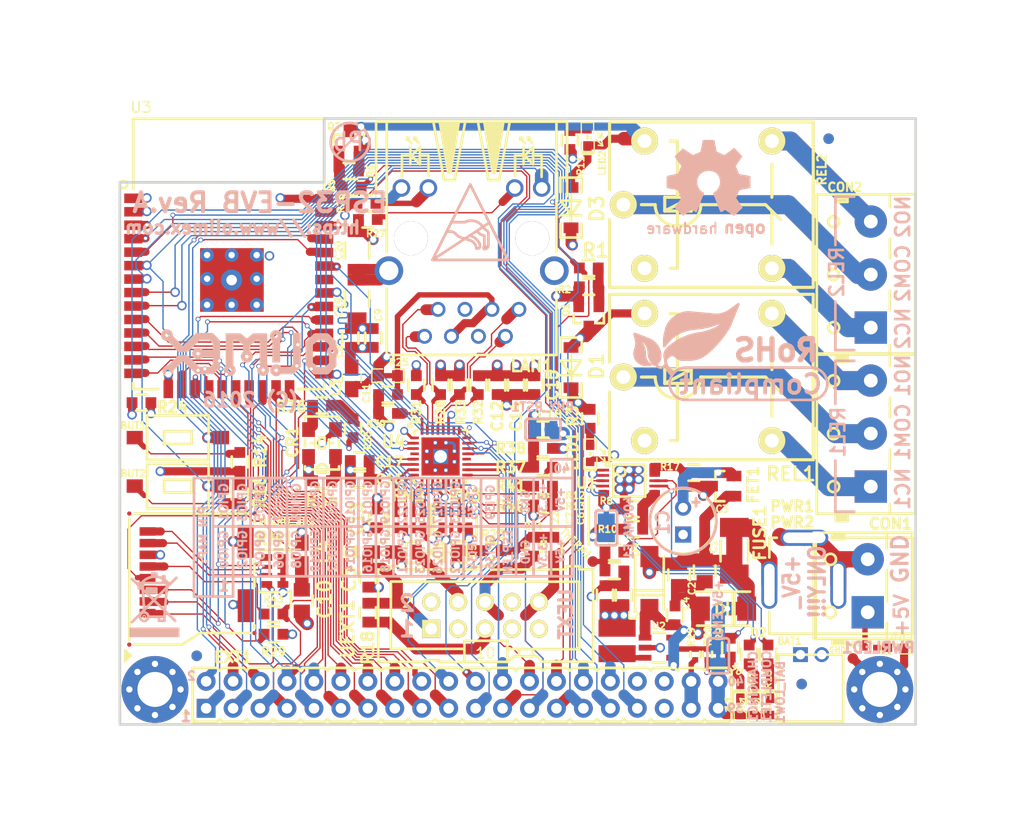
<source format=kicad_pcb>
(kicad_pcb (version 20160815) (host pcbnew 201611161236+7356~55~ubuntu14.04.1-product)
  (title_block (title ESP-EVB) (rev A) (company "OLIMEX Ltd.") (comment 1 https://www.olimex.com))
  (layers (0 F.Cu signal hide) (1 "In1(GND).Cu" power hide) (2 "In2(PWR).Cu" power hide) (31 B.Cu signal) (34 B.Paste user hide) (35 F.Paste user hide) (36 B.SilkS user hide) (37 F.SilkS user hide) (38 B.Mask user) (39 F.Mask user hide) (44 Edge.Cuts user))
  (net 0 "")
  (net 1 +5V)
  (net 2 "Net-(400MA_E1-Pad1)")
  (net 3 GND)
  (net 4 "Net-(BAT1-Pad1)")
  (net 5 "Net-(BUT1-Pad2)")
  (net 6 /GPI34/BUT1)
  (net 7 /GPI35/BUT2)
  (net 8 "Net-(BUT2-Pad2)")
  (net 9 "Net-(C3-Pad1)")
  (net 10 "Net-(C5-Pad2)")
  (net 11 +3V3)
  (net 12 "Net-(C10-Pad1)")
  (net 13 "Net-(C11-Pad1)")
  (net 14 "Net-(C18-Pad2)")
  (net 15 "Net-(CON1-Pad3)")
  (net 16 "Net-(CON1-Pad1)")
  (net 17 "Net-(CON1-Pad2)")
  (net 18 "Net-(CON2-Pad2)")
  (net 19 "Net-(CON2-Pad1)")
  (net 20 "Net-(CON2-Pad3)")
  (net 21 "Net-(CR1-Pad1)")
  (net 22 "Net-(CR1-Pad3)")
  (net 23 "Net-(D1-Pad2)")
  (net 24 "Net-(D3-Pad2)")
  (net 25 /GPIO3/U0RXD)
  (net 26 "Net-(D5-Pad1)")
  (net 27 /ESP_EN)
  (net 28 /GPI39)
  (net 29 /GPI36)
  (net 30 "/GPIO25/EMAC_RXD0(RMII)")
  (net 31 /GPIO23/SPI_CS)
  (net 32 "/GPIO19/EMAC_TXD0(RMII)")
  (net 33 "/GPIO26/EMAC_RXD1(RMII)")
  (net 34 /GPIO27/I2C_SDA)
  (net 35 /GPIO33/REL2)
  (net 36 /GPIO32/REL1)
  (net 37 /GPIO9/SD_DATA2)
  (net 38 /GPIO8/SD_DATA1)
  (net 39 /GPIO6/SD_CLK)
  (net 40 /GPIO7/SD_DATA0)
  (net 41 /GPIO5/I2C-SCL)
  (net 42 /GPIO4/EPHY-RST#)
  (net 43 "/GPIO0/MDC(RMII)")
  (net 44 /GPIO1/U0TXD)
  (net 45 "/GPIO2/MDIO(RMII)")
  (net 46 /GPIO10/SD_DATA3)
  (net 47 /GPIO11/SD_CMD)
  (net 48 /GPIO12/SPI_MISO)
  (net 49 /GPIO13/SPI_MOSI)
  (net 50 /GPIO14/SPI_CLK)
  (net 51 /GPIO15/EPHY-MDINT)
  (net 52 "/GPIO16/EMAC_CLK_OUT(RMII)")
  (net 53 /GPIO17)
  (net 54 /GPIO18/CRS_DV)
  (net 55 "Net-(L2-Pad1)")
  (net 56 "Net-(LED1-Pad2)")
  (net 57 "Net-(LED2-Pad2)")
  (net 58 "Net-(PWRLED1-Pad2)")
  (net 59 "Net-(Q1-Pad1)")
  (net 60 "Net-(Q2-Pad1)")
  (net 61 /STAT2)
  (net 62 "Net-(R10-Pad1)")
  (net 63 /STAT1)
  (net 64 "Net-(R12-Pad2)")
  (net 65 "Net-(R12-Pad1)")
  (net 66 "/#PG(#TE)")
  (net 67 "Net-(R19-Pad1)")
  (net 68 /XTAL1/CLKIN)
  (net 69 "Net-(R39-Pad1)")
  (net 70 /PHYAD0)
  (net 71 /PHYAD1)
  (net 72 /PHYAD2)
  (net 73 /RMIISEL)
  (net 74 /VDD1A-2A)
  (net 75 /VDDCR)
  (net 76 "/GPIO22/EMAC_TXD1(RMII)")
  (net 77 "/GPIO21/EMAC_TX_EN(RMII)")
  (net 78 "Net-(MICRO_SD1-Pad5)")
  (net 79 "Net-(R41-Pad1)")
  (net 80 "Net-(LAN1-Pad1)")
  (net 81 "Net-(LAN1-Pad2)")
  (net 82 "Net-(LAN1-Pad7)")
  (net 83 "Net-(LAN1-Pad8)")
  (net 84 "Net-(LAN1-PadAG1)")
  (net 85 "Net-(LAN1-PadAY1)")
  (net 86 "Net-(LAN1-PadKG1)")
  (net 87 "Net-(LAN1-PadKY1)")
  (net 88 "Net-(C19-Pad1)")
  (net 89 "Net-(BAT_LOW1-Pad1)")
  (net 90 "Net-(CHARGING1-Pad1)")
  (net 91 "Net-(COMPLETE1-Pad1)")
  (module OLIMEX_Cases-FP:ESP-WROOM-32_MODULE (layer F.Cu) (at 79.9803 79.833)
    (fp_text reference U3 (at -8.27 -13.83) (layer F.SilkS))
    (fp_text value ESP-WROOM-32)
    (pad 39 thru_hole circle (at -2.0404 4.7998) (size 1.3 1.3) (drill 0.6) (layers *.Cu *.Mask) (net 3 GND))
    (pad 39 thru_hole circle (at 0.271 2.463) (size 2 2) (drill 1) (layers *.Cu *.Mask) (net 3 GND))
    (pad 39 smd rect (at 0.3 2.45) (size 6 6) (layers F.Cu F.Mask) (net 3 GND))
    (pad 38 smd rect (at 9 -5.21) (size 1.7 0.9) (layers F.Cu F.Paste F.Mask) (net 3 GND))
    (pad 37 smd rect (at 9 -3.94) (size 1.7 0.9) (layers F.Cu F.Paste F.Mask) (net 31 /GPIO23/SPI_CS))
    (pad 36 smd rect (at 9 -2.67) (size 1.7 0.9) (layers F.Cu F.Paste F.Mask) (net 76 "/GPIO22/EMAC_TXD1(RMII)"))
    (pad 35 smd rect (at 9 -1.4) (size 1.7 0.9) (layers F.Cu F.Paste F.Mask) (net 44 /GPIO1/U0TXD))
    (pad 34 smd rect (at 9 -0.13) (size 1.7 0.9) (layers F.Cu F.Paste F.Mask) (net 25 /GPIO3/U0RXD))
    (pad 33 smd rect (at 9 1.14) (size 1.7 0.9) (layers F.Cu F.Paste F.Mask) (net 77 "/GPIO21/EMAC_TX_EN(RMII)"))
    (pad 32 smd rect (at 9 2.41) (size 1.7 0.9) (layers F.Cu F.Paste F.Mask))
    (pad 31 smd rect (at 9 3.68) (size 1.7 0.9) (layers F.Cu F.Paste F.Mask) (net 32 "/GPIO19/EMAC_TXD0(RMII)"))
    (pad 30 smd rect (at 9 4.95) (size 1.7 0.9) (layers F.Cu F.Paste F.Mask) (net 54 /GPIO18/CRS_DV))
    (pad 29 smd rect (at 9 6.22) (size 1.7 0.9) (layers F.Cu F.Paste F.Mask) (net 41 /GPIO5/I2C-SCL))
    (pad 28 smd rect (at 9 7.49) (size 1.7 0.9) (layers F.Cu F.Paste F.Mask) (net 53 /GPIO17))
    (pad 27 smd rect (at 9 8.76) (size 1.7 0.9) (layers F.Cu F.Paste F.Mask) (net 52 "/GPIO16/EMAC_CLK_OUT(RMII)"))
    (pad 26 smd rect (at 9 10.03) (size 1.7 0.9) (layers F.Cu F.Paste F.Mask) (net 42 /GPIO4/EPHY-RST#))
    (pad 25 smd rect (at 9 11.3) (size 1.7 0.9) (layers F.Cu F.Paste F.Mask) (net 43 "/GPIO0/MDC(RMII)"))
    (pad 24 smd rect (at 5.73 12.75) (size 0.9 1.7) (layers F.Cu F.Paste F.Mask) (net 45 "/GPIO2/MDIO(RMII)"))
    (pad 23 smd rect (at 4.46 12.75) (size 0.9 1.7) (layers F.Cu F.Paste F.Mask) (net 51 /GPIO15/EPHY-MDINT))
    (pad 22 smd rect (at 3.19 12.75) (size 0.9 1.7) (layers F.Cu F.Paste F.Mask) (net 38 /GPIO8/SD_DATA1))
    (pad 21 smd rect (at 1.92 12.75) (size 0.9 1.7) (layers F.Cu F.Paste F.Mask) (net 40 /GPIO7/SD_DATA0))
    (pad 20 smd rect (at 0.65 12.75) (size 0.9 1.7) (layers F.Cu F.Paste F.Mask) (net 39 /GPIO6/SD_CLK))
    (pad 19 smd rect (at -0.62 12.75) (size 0.9 1.7) (layers F.Cu F.Paste F.Mask) (net 47 /GPIO11/SD_CMD))
    (pad 18 smd rect (at -1.89 12.75) (size 0.9 1.7) (layers F.Cu F.Paste F.Mask) (net 46 /GPIO10/SD_DATA3))
    (pad 17 smd rect (at -3.16 12.75) (size 0.9 1.7) (layers F.Cu F.Paste F.Mask) (net 37 /GPIO9/SD_DATA2))
    (pad 16 smd rect (at -4.43 12.75) (size 0.9 1.7) (layers F.Cu F.Paste F.Mask) (net 49 /GPIO13/SPI_MOSI))
    (pad 15 smd rect (at -5.7 12.75) (size 0.9 1.7) (layers F.Cu F.Paste F.Mask) (net 3 GND))
    (pad 14 smd rect (at -9 11.26) (size 1.7 0.9) (layers F.Cu F.Paste F.Mask) (net 48 /GPIO12/SPI_MISO))
    (pad 13 smd rect (at -9 9.99) (size 1.7 0.9) (layers F.Cu F.Paste F.Mask) (net 50 /GPIO14/SPI_CLK))
    (pad 12 smd rect (at -9 8.72) (size 1.7 0.9) (layers F.Cu F.Paste F.Mask) (net 34 /GPIO27/I2C_SDA))
    (pad 11 smd rect (at -9 7.45) (size 1.7 0.9) (layers F.Cu F.Paste F.Mask) (net 33 "/GPIO26/EMAC_RXD1(RMII)"))
    (pad 10 smd rect (at -9 6.18) (size 1.7 0.9) (layers F.Cu F.Paste F.Mask) (net 30 "/GPIO25/EMAC_RXD0(RMII)"))
    (pad 9 smd rect (at -9 4.91) (size 1.7 0.9) (layers F.Cu F.Paste F.Mask) (net 35 /GPIO33/REL2))
    (pad 8 smd rect (at -9 3.64) (size 1.7 0.9) (layers F.Cu F.Paste F.Mask) (net 36 /GPIO32/REL1))
    (pad 7 smd rect (at -9 2.37) (size 1.7 0.9) (layers F.Cu F.Paste F.Mask) (net 7 /GPI35/BUT2))
    (pad 6 smd rect (at -9 1.1) (size 1.7 0.9) (layers F.Cu F.Paste F.Mask) (net 6 /GPI34/BUT1))
    (pad 5 smd rect (at -9 -0.17) (size 1.7 0.9) (layers F.Cu F.Paste F.Mask) (net 28 /GPI39))
    (pad 4 smd rect (at -9 -1.44) (size 1.7 0.9) (layers F.Cu F.Paste F.Mask) (net 29 /GPI36))
    (pad 3 smd rect (at -9 -2.71) (size 1.7 0.9) (layers F.Cu F.Paste F.Mask) (net 27 /ESP_EN))
    (pad 2 smd rect (at -9 -3.98) (size 1.7 0.9) (layers F.Cu F.Paste F.Mask) (net 11 +3V3))
    (pad 1 smd rect (at -9 -5.25) (size 1.7 0.9) (layers F.Cu F.Paste F.Mask) (net 3 GND))
    (pad 39 thru_hole circle (at 2.6332 4.7998) (size 1.3 1.3) (drill 0.6) (layers *.Cu *.Mask) (net 3 GND))
    (pad 39 thru_hole circle (at -2.0404 0.1008) (size 1.3 1.3) (drill 0.6) (layers *.Cu *.Mask) (net 3 GND))
    (pad 39 thru_hole circle (at 2.6332 0.1008) (size 1.3 1.3) (drill 0.6) (layers *.Cu *.Mask) (net 3 GND))
    (pad 39 thru_hole circle (at 0.271 0.1008) (size 1.3 1.3) (drill 0.6) (layers *.Cu *.Mask) (net 3 GND))
    (pad 39 thru_hole circle (at 0.271 4.7998) (size 1.3 1.3) (drill 0.6) (layers *.Cu *.Mask) (net 3 GND))
    (pad 39 thru_hole circle (at -2.0404 2.336) (size 1.3 1.3) (drill 0.6) (layers *.Cu *.Mask) (net 3 GND))
    (pad 39 thru_hole circle (at 2.6332 2.336) (size 1.3 1.3) (drill 0.6) (layers *.Cu *.Mask) (net 3 GND))
  )
  (module OLIMEX_Connectors-FP:RJLBC-060TC1 (layer F.Cu) (at 102.87 78.359 180)
    (fp_text reference LAN1 (at -5.69 -12.02 180) (layer F.SilkS) (effects (font (size 1.1 1.1) (thickness 0.254))))
    (fp_text value "RJLD-060TC1(LPJ4013EDNL)")
    (pad Dril thru_hole circle (at 5.715 0 180) (size 3.2 3.2) (drill 3.2) (layers *.Cu *.Mask))
    (pad Dril thru_hole circle (at -5.715 0 180) (size 3.2 3.2) (drill 3.2) (layers *.Cu *.Mask))
    (pad KY1 thru_hole circle (at -4.07 4.7485 180) (size 1.65 1.65) (drill 1.1) (layers *.Cu *.Mask) (net 87 "Net-(LAN1-PadKY1)"))
    (pad KG1 thru_hole circle (at 6.61 4.7485 180) (size 1.65 1.65) (drill 1.1) (layers *.Cu *.Mask) (net 86 "Net-(LAN1-PadKG1)"))
    (pad GND2 thru_hole circle (at 7.8 -3.05 180) (size 2.7 2.7) (drill 1.8) (layers *.Cu *.Mask) (net 88 "Net-(C19-Pad1)"))
    (pad GND1 thru_hole circle (at -7.8 -3.05 180) (size 2.7 2.7) (drill 1.8) (layers *.Cu *.Mask) (net 88 "Net-(C19-Pad1)"))
    (pad AY1 thru_hole circle (at -6.61 4.7485 180) (size 1.65 1.65) (drill 1.1) (layers *.Cu *.Mask) (net 85 "Net-(LAN1-PadAY1)"))
    (pad AG1 thru_hole circle (at 4.07 4.7485 180) (size 1.65 1.65) (drill 1.1) (layers *.Cu *.Mask) (net 84 "Net-(LAN1-PadAG1)"))
    (pad 8 thru_hole circle (at 4.435 -9.24 180) (size 1.41 1.41) (drill 0.9) (layers *.Cu *.Mask) (net 83 "Net-(LAN1-Pad8)"))
    (pad 7 thru_hole circle (at 3.165 -6.7 180) (size 1.41 1.41) (drill 0.9) (layers *.Cu *.Mask) (net 82 "Net-(LAN1-Pad7)"))
    (pad 6 thru_hole circle (at 1.895 -9.24 180) (size 1.41 1.41) (drill 0.9) (layers *.Cu *.Mask) (net 13 "Net-(C11-Pad1)"))
    (pad 5 thru_hole circle (at 0.625 -6.7 180) (size 1.41 1.41) (drill 0.9) (layers *.Cu *.Mask))
    (pad 4 thru_hole circle (at -0.645 -9.24 180) (size 1.41 1.41) (drill 0.9) (layers *.Cu *.Mask))
    (pad 3 thru_hole circle (at -1.915 -6.7 180) (size 1.41 1.41) (drill 0.9) (layers *.Cu *.Mask) (net 13 "Net-(C11-Pad1)"))
    (pad 2 thru_hole circle (at -3.185 -9.24 180) (size 1.41 1.41) (drill 0.9) (layers *.Cu *.Mask) (net 81 "Net-(LAN1-Pad2)"))
    (pad 1 thru_hole circle (at -4.455 -6.7 180) (size 1.41 1.41) (drill 0.9) (layers *.Cu *.Mask) (net 80 "Net-(LAN1-Pad1)"))
  )
  (module OLIMEX_Jumpers-FP:SJ_Closed (layer B.Cu) (at 126.111 117.729 270)
    (fp_text reference +5V_EN1 (at -4.445 0 270) (layer B.SilkS) (effects (font (size 0.8 0.8) (thickness 0.2)) (justify mirror)))
    (fp_text value Closed)
    (pad 1 connect rect (at 0 0 270) (size 0.508 0.4064) (layers B.Cu B.Mask) (net 1 +5V))
    (pad 2 smd rect (at 0.762 0 270) (size 1.1684 1.6002) (layers B.Cu B.Mask) (net 1 +5V) (clearance 0.0508))
    (pad 1 smd rect (at -0.762 0 270) (size 1.1684 1.6002) (layers B.Cu B.Mask) (net 1 +5V))
    (pad 1 smd rect (at -0.762 0 270) (size 1.1684 1.6002) (layers B.Cu B.Mask) (net 1 +5V) (clearance 0.0508))
  )
  (module OLIMEX_Jumpers-FP:SJ_Closed (layer B.Cu) (at 115.57 105.664 90)
    (fp_text reference 400MA_E1 (at 0.0254 2.1336 90) (layer B.SilkS) (effects (font (size 0.8 0.8) (thickness 0.2)) (justify mirror)))
    (fp_text value Closed)
    (pad 1 connect rect (at 0 0 90) (size 0.508 0.4064) (layers B.Cu B.Mask) (net 2 "Net-(400MA_E1-Pad1)"))
    (pad 2 smd rect (at 0.762 0 90) (size 1.1684 1.6002) (layers B.Cu B.Mask) (net 3 GND) (clearance 0.0508))
    (pad 1 smd rect (at -0.762 0 90) (size 1.1684 1.6002) (layers B.Cu B.Mask) (net 2 "Net-(400MA_E1-Pad1)"))
    (pad 1 smd rect (at -0.762 0 90) (size 1.1684 1.6002) (layers B.Cu B.Mask) (net 2 "Net-(400MA_E1-Pad1)") (clearance 0.0508))
  )
  (module OLIMEX_Jumpers-FP:SJ (layer B.Cu) (at 109.601 96.393 180)
    (fp_text reference PHY_RST1 (at 0.0254 2.1336 180) (layer B.SilkS) (effects (font (size 0.8 0.8) (thickness 0.2)) (justify mirror)))
    (fp_text value Opened)
    (pad 2 smd rect (at 0.762 0 180) (size 1.1684 1.6002) (layers B.Cu B.Mask) (net 14 "Net-(C18-Pad2)") (clearance 0.0508))
    (pad 1 smd rect (at -0.762 0 180) (size 1.1684 1.6002) (layers B.Cu B.Mask) (net 3 GND))
    (pad 1 smd rect (at -0.762 0 180) (size 1.1684 1.6002) (layers B.Cu B.Mask) (net 3 GND) (clearance 0.0508))
  )
  (module OLIMEX_Other-FP:Mounting_hole_3.3mm (layer F.Cu) (at 141.351 70.358)
    (fp_text reference MH1 hide)
    (fp_text value Mounting_hole_Shield_3.3mm hide)
    (pad "" np_thru_hole circle (at 0 0) (size 3.3 3.3) (drill 3.3) (layers *.Cu *.Mask) (clearance 1.55))
  )
  (module OLIMEX_Connectors-FP:LIPO_BAT-CON2DW02R (layer F.Cu) (at 134.874 120.777)
    (fp_text reference BAT1 (at -2.032 -4.445) (layer F.SilkS) (effects (font (size 0.635 0.635) (thickness 0.15875))))
    (fp_text value DW02R)
    (pad 1 thru_hole rect (at -1.00838 -3.15214) (size 1.4 1.4) (drill 0.9) (layers *.Cu *.Mask) (net 4 "Net-(BAT1-Pad1)"))
    (pad 2 thru_hole circle (at 1.0033 -3.15468) (size 1.4 1.4) (drill 0.9) (layers *.Cu *.Mask) (net 3 GND))
  )
  (module OLIMEX_RLC-FP:C_0805_5MIL_DWS (layer F.Cu) (at 124.841 109.728 270)
    (fp_text reference C1 (at -2.286 -0.8382 270) (layer F.SilkS) (effects (font (size 0.635 0.635) (thickness 0.15875))))
    (fp_text value 47uF/6.3V/20%/X5R/C0805)
    (pad 2 smd rect (at 1.016 0) (size 1.524 1.27) (layers F.Cu F.Paste F.Mask) (net 3 GND))
    (pad 1 smd rect (at -1.016 0) (size 1.524 1.27) (layers F.Cu F.Paste F.Mask) (net 1 +5V))
  )
  (module OLIMEX_RLC-FP:C_0805_5MIL_DWS (layer F.Cu) (at 122.428 110.109 270)
    (fp_text reference C2 (at 1.27 -1.2192 270) (layer F.SilkS) (effects (font (size 0.635 0.635) (thickness 0.15875))))
    (fp_text value 47uF/6.3V/20%/X5R/C0805)
    (pad 1 smd rect (at -1.016 0) (size 1.524 1.27) (layers F.Cu F.Paste F.Mask) (net 1 +5V))
    (pad 2 smd rect (at 1.016 0) (size 1.524 1.27) (layers F.Cu F.Paste F.Mask) (net 3 GND))
  )
  (module "OLIMEX_RLC-FP:CPOL-EUE2.5-6.3(CPOL-EU)" (layer F.Cu) (at 122.809 105.029 270)
    (fp_text reference C3 (at -1.143 -3.683) (layer F.SilkS) (effects (font (size 0.635 0.635) (thickness 0.15875))))
    (fp_text value 470uF/10V/105C)
    (pad 1 thru_hole circle (at -1.27 0 270) (size 1.524 1.524) (drill 0.9) (layers *.Cu *.Mask) (net 9 "Net-(C3-Pad1)"))
    (pad 2 thru_hole rect (at 1.27 0 270) (size 1.524 1.524) (drill 0.9) (layers *.Cu *.Mask) (net 3 GND))
  )
  (module OLIMEX_RLC-FP:C_0603_5MIL_DWS (layer F.Cu) (at 122.047 113.919 90)
    (fp_text reference C4 (at 1.143 1.016 90) (layer F.SilkS) (effects (font (size 0.635 0.635) (thickness 0.15875))))
    (fp_text value 22uF/6.3V/20%/X5R/C0603)
    (pad 2 smd rect (at 0.889 0 90) (size 1.016 1.016) (layers F.Cu F.Paste F.Mask) (net 3 GND) (clearance 0.0508))
    (pad 1 smd rect (at -0.889 0 90) (size 1.016 1.016) (layers F.Cu F.Paste F.Mask) (net 9 "Net-(C3-Pad1)") (clearance 0.0508))
  )
  (module OLIMEX_RLC-FP:C_0603_5MIL_DWS (layer F.Cu) (at 93.091 110.363 90)
    (fp_text reference C5 (at -0.127 -1.778 90) (layer F.SilkS) (effects (font (size 1.27 1.27) (thickness 0.254))))
    (fp_text value 22uF/6.3V/20%/X5R/C0603)
    (pad 1 smd rect (at -0.889 0 90) (size 1.016 1.016) (layers F.Cu F.Paste F.Mask) (net 3 GND) (clearance 0.0508))
    (pad 2 smd rect (at 0.889 0 90) (size 1.016 1.016) (layers F.Cu F.Paste F.Mask) (net 10 "Net-(C5-Pad2)") (clearance 0.0508))
  )
  (module OLIMEX_RLC-FP:C_0603_5MIL_DWS (layer F.Cu) (at 117.221 112.014 90)
    (fp_text reference C6 (at 7.239 -4.064 90) (layer F.SilkS) (effects (font (size 0.635 0.635) (thickness 0.15875))))
    (fp_text value 22uF/6.3V/20%/X5R/C0603)
    (pad 2 smd rect (at 0.889 0 90) (size 1.016 1.016) (layers F.Cu F.Paste F.Mask) (net 3 GND) (clearance 0.0508))
    (pad 1 smd rect (at -0.889 0 90) (size 1.016 1.016) (layers F.Cu F.Paste F.Mask) (net 11 +3V3) (clearance 0.0508))
  )
  (module OLIMEX_RLC-FP:C_0603_5MIL_DWS (layer F.Cu) (at 115.443 112.014 90)
    (fp_text reference C7 (at 7.239 -3.302 90) (layer F.SilkS) (effects (font (size 0.635 0.635) (thickness 0.15875))))
    (fp_text value 22uF/6.3V/20%/X5R/C0603)
    (pad 2 smd rect (at 0.889 0 90) (size 1.016 1.016) (layers F.Cu F.Paste F.Mask) (net 3 GND) (clearance 0.0508))
    (pad 1 smd rect (at -0.889 0 90) (size 1.016 1.016) (layers F.Cu F.Paste F.Mask) (net 11 +3V3) (clearance 0.0508))
  )
  (module OLIMEX_RLC-FP:C_0603_5MIL_DWS (layer F.Cu) (at 91.44 87.757 90)
    (fp_text reference C8 (at -1.27 -1.016 90) (layer F.SilkS) (effects (font (size 0.635 0.635) (thickness 0.15875))))
    (fp_text value 22uF/6.3V/20%/X5R/C0603)
    (pad 1 smd rect (at -0.889 0 90) (size 1.016 1.016) (layers F.Cu F.Paste F.Mask) (net 11 +3V3) (clearance 0.0508))
    (pad 2 smd rect (at 0.889 0 90) (size 1.016 1.016) (layers F.Cu F.Paste F.Mask) (net 3 GND) (clearance 0.0508))
  )
  (module OLIMEX_RLC-FP:C_0603_5MIL_DWS (layer F.Cu) (at 93.599 87.757 90)
    (fp_text reference C9 (at 2.159 0.508 90) (layer F.SilkS) (effects (font (size 0.635 0.635) (thickness 0.15875))))
    (fp_text value 22uF/6.3V/20%/X5R/C0603)
    (pad 1 smd rect (at -0.889 0 90) (size 1.016 1.016) (layers F.Cu F.Paste F.Mask) (net 11 +3V3) (clearance 0.0508))
    (pad 2 smd rect (at 0.889 0 90) (size 1.016 1.016) (layers F.Cu F.Paste F.Mask) (net 3 GND) (clearance 0.0508))
  )
  (module OLIMEX_RLC-FP:C_0805_5MIL_DWS (layer F.Cu) (at 86.868 112.522 270)
    (fp_text reference C10 (at -0.127 -2.159 270) (layer F.SilkS) (effects (font (size 1.27 1.27) (thickness 0.254))))
    (fp_text value 47uF/6.3V/20%/X5R/C0805)
    (pad 1 smd rect (at -1.016 0) (size 1.524 1.27) (layers F.Cu F.Paste F.Mask) (net 12 "Net-(C10-Pad1)"))
    (pad 2 smd rect (at 1.016 0) (size 1.524 1.27) (layers F.Cu F.Paste F.Mask) (net 3 GND))
  )
  (module OLIMEX_RLC-FP:C_0603_5MIL_DWS (layer F.Cu) (at 94.996 93.091 180)
    (fp_text reference C11 (at 2.032 0.127 270) (layer F.SilkS) (effects (font (size 0.635 0.635) (thickness 0.15875))))
    (fp_text value 100nF/50V/20%/Y5V/C0603)
    (pad 1 smd rect (at -0.889 0 180) (size 1.016 1.016) (layers F.Cu F.Paste F.Mask) (net 13 "Net-(C11-Pad1)") (clearance 0.0508))
    (pad 2 smd rect (at 0.889 0 180) (size 1.016 1.016) (layers F.Cu F.Paste F.Mask) (net 3 GND) (clearance 0.0508))
  )
  (module OLIMEX_RLC-FP:C_0603_5MIL_DWS (layer F.Cu) (at 105.283 92.202 270)
    (fp_text reference C12 (at 2.921 0 270) (layer F.SilkS) (effects (font (thickness 0.25))))
    (fp_text value 22uF/6.3V/20%/X5R/C0603)
    (pad 2 smd rect (at 0.889 0 270) (size 1.016 1.016) (layers F.Cu F.Paste F.Mask) (net 3 GND) (clearance 0.0508))
    (pad 1 smd rect (at -0.889 0 270) (size 1.016 1.016) (layers F.Cu F.Paste F.Mask) (net 74 /VDD1A-2A) (clearance 0.0508))
  )
  (module OLIMEX_RLC-FP:C_0603_5MIL_DWS (layer F.Cu) (at 93.98 104.775 90)
    (fp_text reference C13 (at 0 -1.905 90) (layer F.SilkS) (effects (font (size 1.1 1.1) (thickness 0.254))))
    (fp_text value 100nF/50V/20%/Y5V/C0603)
    (pad 2 smd rect (at 0.889 0 90) (size 1.016 1.016) (layers F.Cu F.Paste F.Mask) (net 3 GND) (clearance 0.0508))
    (pad 1 smd rect (at -0.889 0 90) (size 1.016 1.016) (layers F.Cu F.Paste F.Mask) (net 11 +3V3) (clearance 0.0508))
  )
  (module OLIMEX_RLC-FP:C_0603_5MIL_DWS (layer F.Cu) (at 107.061 92.202 270)
    (fp_text reference C14 (at 2.921 0 270) (layer F.SilkS) (effects (font (thickness 0.25))))
    (fp_text value 100nF/50V/20%/Y5V/C0603)
    (pad 1 smd rect (at -0.889 0 270) (size 1.016 1.016) (layers F.Cu F.Paste F.Mask) (net 74 /VDD1A-2A) (clearance 0.0508))
    (pad 2 smd rect (at 0.889 0 270) (size 1.016 1.016) (layers F.Cu F.Paste F.Mask) (net 3 GND) (clearance 0.0508))
  )
  (module OLIMEX_RLC-FP:C_0603_5MIL_DWS (layer F.Cu) (at 108.839 92.202 270)
    (fp_text reference C15 (at 0 -1.651 270) (layer F.SilkS) (effects (font (thickness 0.25))))
    (fp_text value 100nF/50V/20%/Y5V/C0603)
    (pad 1 smd rect (at -0.889 0 270) (size 1.016 1.016) (layers F.Cu F.Paste F.Mask) (net 74 /VDD1A-2A) (clearance 0.0508))
    (pad 2 smd rect (at 0.889 0 270) (size 1.016 1.016) (layers F.Cu F.Paste F.Mask) (net 3 GND) (clearance 0.0508))
  )
  (module OLIMEX_RLC-FP:C_0603_5MIL_DWS (layer F.Cu) (at 92.329 101.092 180)
    (fp_text reference C16 (at -2.794 0 180) (layer F.SilkS) (effects (font (size 0.9 0.9) (thickness 0.225))))
    (fp_text value 2.2uF/6.3V/10%/X5R/C0603)
    (pad 1 smd rect (at -0.889 0 180) (size 1.016 1.016) (layers F.Cu F.Paste F.Mask) (net 75 /VDDCR) (clearance 0.0508))
    (pad 2 smd rect (at 0.889 0 180) (size 1.016 1.016) (layers F.Cu F.Paste F.Mask) (net 3 GND) (clearance 0.0508))
  )
  (module OLIMEX_RLC-FP:C_0603_5MIL_DWS (layer F.Cu) (at 92.329 99.314 180)
    (fp_text reference C17 (at -2.794 -0.127 180) (layer F.SilkS) (effects (font (size 0.9 0.9) (thickness 0.225))))
    (fp_text value 100nF/50V/20%/Y5V/C0603)
    (pad 2 smd rect (at 0.889 0 180) (size 1.016 1.016) (layers F.Cu F.Paste F.Mask) (net 3 GND) (clearance 0.0508))
    (pad 1 smd rect (at -0.889 0 180) (size 1.016 1.016) (layers F.Cu F.Paste F.Mask) (net 75 /VDDCR) (clearance 0.0508))
  )
  (module OLIMEX_RLC-FP:C_0603_5MIL_DWS (layer F.Cu) (at 109.601 96.393 180)
    (fp_text reference C18 (at -0.635 1.397 180) (layer F.SilkS) (effects (font (size 0.8 0.8) (thickness 0.2))))
    (fp_text value 10uF/6.3V/20%/X5R/C0603)
    (pad 2 smd rect (at 0.889 0 180) (size 1.016 1.016) (layers F.Cu F.Paste F.Mask) (net 14 "Net-(C18-Pad2)") (clearance 0.0508))
    (pad 1 smd rect (at -0.889 0 180) (size 1.016 1.016) (layers F.Cu F.Paste F.Mask) (net 3 GND) (clearance 0.0508))
  )
  (module OLIMEX_Connectors-FP:TB3-DG306-5.0_3P (layer F.Cu) (at 140.5 96.774 90)
    (fp_text reference CON1 (at -8.509 1.867 180) (layer F.SilkS) (effects (font (thickness 0.25))))
    (fp_text value "TB3 DG306-5.0-3P")
    (pad 3 thru_hole circle (at 5 0 90) (size 3.048 3.048) (drill 1.3) (layers *.Cu *.Mask) (net 15 "Net-(CON1-Pad3)"))
    (pad 1 thru_hole rect (at -5 0 90) (size 3.048 3.048) (drill 1.3) (layers *.Cu *.Mask) (net 16 "Net-(CON1-Pad1)"))
    (pad 2 thru_hole circle (at 0 0 90) (size 3.048 3.048) (drill 1.3) (layers *.Cu *.Mask) (net 17 "Net-(CON1-Pad2)"))
  )
  (module OLIMEX_Connectors-FP:TB3-DG306-5.0_3P (layer F.Cu) (at 140.5 81.774 90)
    (fp_text reference CON2 (at 8.241 -2.451 180) (layer F.SilkS) (effects (font (size 0.8 0.8) (thickness 0.2))))
    (fp_text value "TB3 DG306-5.0-3P")
    (pad 2 thru_hole circle (at 0 0 90) (size 3.048 3.048) (drill 1.3) (layers *.Cu *.Mask) (net 18 "Net-(CON2-Pad2)"))
    (pad 1 thru_hole rect (at -5 0 90) (size 3.048 3.048) (drill 1.3) (layers *.Cu *.Mask) (net 19 "Net-(CON2-Pad1)"))
    (pad 3 thru_hole circle (at 5 0 90) (size 3.048 3.048) (drill 1.3) (layers *.Cu *.Mask) (net 20 "Net-(CON2-Pad3)"))
  )
  (module OLIMEX_Crystal-FP:5032-4P_HCX-3S (layer F.Cu) (at 88.773 97.663 90)
    (fp_text reference CR1 (at 0.1016 -2.794 90) (layer F.SilkS) (effects (font (size 1.016 1.016) (thickness 0.254))))
    (fp_text value "NA(Q50MHz/25ppm/3V/4P/5x3.2mm)")
    (pad 1 smd rect (at -1.27 1.27 90) (size 1.4 1.2) (layers F.Cu F.Paste F.Mask) (net 21 "Net-(CR1-Pad1)"))
    (pad 2 smd rect (at 1.27 1.27 90) (size 1.4 1.2) (layers F.Cu F.Paste F.Mask) (net 3 GND))
    (pad 3 smd rect (at 1.27 -1.27 90) (size 1.4 1.2) (layers F.Cu F.Paste F.Mask) (net 22 "Net-(CR1-Pad3)"))
    (pad 4 smd rect (at -1.27 -1.27 90) (size 1.4 1.2) (layers F.Cu F.Paste F.Mask) (net 11 +3V3))
  )
  (module OLIMEX_Diodes-FP:SOD-123_1C-2A_KA (layer F.Cu) (at 112.2426 90.551 90)
    (fp_text reference D1 (at 0.127 2.413 270) (layer F.SilkS) (effects (font (size 1.27 1.27) (thickness 0.254))))
    (fp_text value "1N5819(S4 SOD-123)")
    (pad 1 smd rect (at -1.9 0 90) (size 1 1.4) (layers F.Cu F.Paste F.Mask) (net 1 +5V) (clearance 0.0508))
    (pad 2 smd rect (at 1.9 0 90) (size 1 1.4) (layers F.Cu F.Paste F.Mask) (net 23 "Net-(D1-Pad2)") (clearance 0.0508))
  )
  (module OLIMEX_Diodes-FP:DO214AA (layer F.Cu) (at 126.619 113.284 180)
    (fp_text reference D2 (at -3.302 -2.286 180) (layer F.SilkS) (effects (font (size 0.8 0.8) (thickness 0.2))))
    (fp_text value "SMBJ6.0A(DO-214AA)")
    (pad A smd rect (at 2.177 0 180) (size 1.778 2.286) (layers F.Cu F.Paste F.Mask) (net 3 GND))
    (pad C smd rect (at -2.177 0 180) (size 1.778 2.286) (layers F.Cu F.Paste F.Mask) (net 1 +5V))
  )
  (module OLIMEX_Diodes-FP:SOD-123_1C-2A_KA (layer F.Cu) (at 112.2426 75.4634 90)
    (fp_text reference D3 (at -0.1016 2.4384 90) (layer F.SilkS) (effects (font (size 1.27 1.27) (thickness 0.254))))
    (fp_text value "1N5819(S4 SOD-123)")
    (pad 1 smd rect (at -1.9 0 90) (size 1 1.4) (layers F.Cu F.Paste F.Mask) (net 1 +5V) (clearance 0.0508))
    (pad 2 smd rect (at 1.9 0 90) (size 1 1.4) (layers F.Cu F.Paste F.Mask) (net 24 "Net-(D3-Pad2)") (clearance 0.0508))
  )
  (module OLIMEX_Diodes-FP:SMA-KA (layer F.Cu) (at 119.634 110.871 90)
    (fp_text reference D4 (at 3.175 -1.3335 90) (layer F.SilkS) (effects (font (size 0.635 0.635) (thickness 0.15875))))
    (fp_text value 1N5822/SS34/SMA)
    (pad 1 smd rect (at -2.5 0 90) (size 2 1.7) (layers F.Cu F.Paste F.Mask) (net 9 "Net-(C3-Pad1)"))
    (pad 2 smd rect (at 2.5 0 90) (size 2 1.7) (layers F.Cu F.Paste F.Mask) (net 1 +5V))
  )
  (module OLIMEX_Diodes-FP:SOD-123_1C-2A_KA (layer F.Cu) (at 99.568 107.95)
    (fp_text reference D5 (at 3.4036 -0.127 90) (layer F.SilkS) (effects (font (size 0.635 0.635) (thickness 0.15875))))
    (fp_text value "1N5819(S4SOD-123)")
    (pad 2 smd rect (at 1.9 0) (size 1 1.4) (layers F.Cu F.Paste F.Mask) (net 25 /GPIO3/U0RXD) (clearance 0.0508))
    (pad 1 smd rect (at -1.9 0) (size 1 1.4) (layers F.Cu F.Paste F.Mask) (net 26 "Net-(D5-Pad1)") (clearance 0.0508))
  )
  (module OLIMEX_Transistors-FP:SOT23 (layer F.Cu) (at 126.492 101.727)
    (fp_text reference FET1 (at 2.921 -0.127 90) (layer F.SilkS) (effects (font (thickness 0.25))))
    (fp_text value IRLML6402)
    (pad 3 smd rect (at -1.10236 0.00254) (size 1.4 1) (layers F.Cu F.Paste F.Mask) (net 4 "Net-(BAT1-Pad1)") (clearance 0.0508))
    (pad 2 smd rect (at 1.10744 -0.9525) (size 1.4 1) (layers F.Cu F.Paste F.Mask) (net 9 "Net-(C3-Pad1)") (clearance 0.0508))
    (pad 1 smd rect (at 1.10744 0.94996) (size 1.4 1) (layers F.Cu F.Paste F.Mask) (net 1 +5V) (clearance 0.0508))
  )
  (module OLIMEX_Devices-FP:FUSE-5025 (layer F.Cu) (at 127.635 107.823 270)
    (fp_text reference FUSE1 (at -1.6764 -2.413 270) (layer F.SilkS) (effects (font (size 1.1 1.1) (thickness 0.254))))
    (fp_text value "NA(5025)")
    (pad 1 smd rect (at -2.2 0 270) (size 1.8 2.7) (layers F.Cu F.Paste F.Mask) (net 1 +5V))
    (pad 2 smd rect (at 2.2 0 270) (size 1.8 2.7) (layers F.Cu F.Paste F.Mask) (net 1 +5V))
  )
  (module OLIMEX_Other-FP:TESTPAD_40-ROUND (layer F.Cu) (at 138.811 117.983)
    (fp_text reference GND1 (at -1.2065 -0.8255) (layer F.SilkS) (effects (font (size 0.508 0.508) (thickness 0.127))))
    (fp_text value TESTPAD hide)
    (pad 1 smd circle (at 0 0) (size 1 1) (layers F.Cu F.Mask) (net 3 GND))
  )
  (module OLIMEX_RLC-FP:L_0805_5MIL_DWS (layer F.Cu) (at 94.488 107.95 180)
    (fp_text reference L1 (at 2.921 0 180) (layer F.SilkS) (effects (font (thickness 0.25))))
    (fp_text value FB0805/600R/2A)
    (pad 1 smd rect (at -1.016 0 180) (size 1.524 1.27) (layers F.Cu F.Paste F.Mask) (net 11 +3V3) (clearance 0.0508))
    (pad 2 smd rect (at 1.016 0 180) (size 1.524 1.27) (layers F.Cu F.Paste F.Mask) (net 10 "Net-(C5-Pad2)") (clearance 0.0508))
  )
  (module OLIMEX_RLC-FP:CD32 (layer F.Cu) (at 116.586 116.332 270)
    (fp_text reference L2 (at -2.413 -1.524 180) (layer F.SilkS) (effects (font (size 0.635 0.635) (thickness 0.15875))))
    (fp_text value 2.2uH/1.5A/DCR<0.1R/CD32)
    (pad 2 smd rect (at -1.2 0 90) (size 1.6 3.5) (layers F.Cu F.Paste F.Mask) (net 11 +3V3) (clearance 0.0508))
    (pad 1 smd rect (at 1.2 0 90) (size 1.6 3.5) (layers F.Cu F.Paste F.Mask) (net 55 "Net-(L2-Pad1)") (clearance 0.0508))
  )
  (module OLIMEX_RLC-FP:L_0805_5MIL_DWS (layer F.Cu) (at 91.567 91.567 270)
    (fp_text reference L3 (at 0.889 1.524 270) (layer F.SilkS) (effects (font (size 0.9 0.9) (thickness 0.225))))
    (fp_text value FB0805/600R/2A)
    (pad 2 smd rect (at 1.016 0 270) (size 1.524 1.27) (layers F.Cu F.Paste F.Mask) (net 74 /VDD1A-2A) (clearance 0.0508))
    (pad 1 smd rect (at -1.016 0 270) (size 1.524 1.27) (layers F.Cu F.Paste F.Mask) (net 11 +3V3) (clearance 0.0508))
  )
  (module OLIMEX_RLC-FP:L_0805_5MIL_DWS (layer F.Cu) (at 86.868 108.077 270)
    (fp_text reference L4 (at -0.127 -2.032 270) (layer F.SilkS) (effects (font (size 1.27 1.27) (thickness 0.254))))
    (fp_text value FB0805/600R/2A)
    (pad 2 smd rect (at 1.016 0 270) (size 1.524 1.27) (layers F.Cu F.Paste F.Mask) (net 12 "Net-(C10-Pad1)") (clearance 0.0508))
    (pad 1 smd rect (at -1.016 0 270) (size 1.524 1.27) (layers F.Cu F.Paste F.Mask) (net 11 +3V3) (clearance 0.0508))
  )
  (module OLIMEX_LEDs-FP:LED_0603_KA (layer F.Cu) (at 114.046 98.679 90)
    (fp_text reference LED1 (at 0.254 -1.651 90) (layer F.SilkS) (effects (font (thickness 0.25))))
    (fp_text value LED/GREEN/0603)
    (pad 1 smd rect (at -0.762 0 270) (size 0.8 0.8) (layers F.Cu F.Paste F.Mask) (net 23 "Net-(D1-Pad2)"))
    (pad 2 smd rect (at 0.762 0 270) (size 0.8 0.8) (layers F.Cu F.Paste F.Mask) (net 56 "Net-(LED1-Pad2)"))
  )
  (module OLIMEX_LEDs-FP:LED_0603_KA (layer F.Cu) (at 113.792 68.834 90)
    (fp_text reference LED2 (at -2.413 1.397 90) (layer F.SilkS) (effects (font (size 0.635 0.635) (thickness 0.15875))))
    (fp_text value LED/GREEN/0603)
    (pad 2 smd rect (at 0.762 0 270) (size 0.8 0.8) (layers F.Cu F.Paste F.Mask) (net 57 "Net-(LED2-Pad2)"))
    (pad 1 smd rect (at -0.762 0 270) (size 0.8 0.8) (layers F.Cu F.Paste F.Mask) (net 24 "Net-(D3-Pad2)"))
  )
  (module "OLIMEX_Connectors-FP:PWRJ-2mm(YDJ-1136)" (layer F.Cu) (at 130.937 106.299 180)
    (fp_text reference PWR1 (at -2.159 2.667 180) (layer F.SilkS) (effects (font (thickness 0.25))))
    (fp_text value "PWRJ-2mm(YDJ-1134)")
    (pad + thru_hole oval (at 0 -4.75 180) (size 1.5 4.5) (drill oval 1 4) (layers *.Cu *.Mask) (net 1 +5V))
    (pad - thru_hole oval (at -6.5 -4.75 180) (size 1.5 4.5) (drill oval 1 4) (layers *.Cu *.Mask) (net 3 GND))
    (pad - thru_hole oval (at -3.3 -0.3 180) (size 4.5 1.5) (drill oval 4 1) (layers *.Cu *.Mask) (net 3 GND))
  )
  (module OLIMEX_Connectors-FP:TB2-DG306-5.0_2P (layer F.Cu) (at 140.208 111.125 90)
    (fp_text reference PWR2 (at 5.969 -7.112 180) (layer F.SilkS) (effects (font (thickness 0.25))))
    (fp_text value "NA(TB2 DG306-5.0-2P)")
    (pad 2 thru_hole circle (at 2.5 0 90) (size 3.048 3.048) (drill 1.3) (layers *.Cu *.Mask) (net 3 GND))
    (pad 1 thru_hole rect (at -2.5 0 90) (size 3.048 3.048) (drill 1.3) (layers *.Cu *.Mask) (net 1 +5V))
  )
  (module OLIMEX_LEDs-FP:LED_0603_KA (layer F.Cu) (at 142.875 116.967 180)
    (fp_text reference PWRLED1 (at 1.651 0 180) (layer B.SilkS) (effects (font (thickness 0.25)) (justify mirror)))
    (fp_text value LED/Red/0603)
    (pad 2 smd rect (at 0.762 0) (size 0.8 0.8) (layers F.Cu F.Paste F.Mask) (net 58 "Net-(PWRLED1-Pad2)"))
    (pad 1 smd rect (at -0.762 0) (size 0.8 0.8) (layers F.Cu F.Paste F.Mask) (net 3 GND))
  )
  (module OLIMEX_Transistors-FP:SOT23 (layer F.Cu) (at 113.919 85.725 90)
    (fp_text reference Q1 (at 0.635 -2.159 270) (layer F.SilkS) (effects (font (size 0.635 0.635) (thickness 0.15875))))
    (fp_text value "BC817-40(SOT23)")
    (pad 3 smd rect (at -1.10236 0.00254 90) (size 1.4 1) (layers F.Cu F.Paste F.Mask) (net 23 "Net-(D1-Pad2)") (clearance 0.0508))
    (pad 2 smd rect (at 1.10744 -0.9525 90) (size 1.4 1) (layers F.Cu F.Paste F.Mask) (net 3 GND) (clearance 0.0508))
    (pad 1 smd rect (at 1.10744 0.94996 90) (size 1.4 1) (layers F.Cu F.Paste F.Mask) (net 59 "Net-(Q1-Pad1)") (clearance 0.0508))
  )
  (module OLIMEX_Transistors-FP:SOT23 (layer F.Cu) (at 91.313 69.215 270)
    (fp_text reference Q2 (at -1.397 1.397) (layer F.SilkS) (effects (font (size 0.635 0.635) (thickness 0.15875))))
    (fp_text value "BC817-40(SOT23)")
    (pad 1 smd rect (at 1.10744 0.94996 270) (size 1.4 1) (layers F.Cu F.Paste F.Mask) (net 60 "Net-(Q2-Pad1)") (clearance 0.0508))
    (pad 2 smd rect (at 1.10744 -0.9525 270) (size 1.4 1) (layers F.Cu F.Paste F.Mask) (net 3 GND) (clearance 0.0508))
    (pad 3 smd rect (at -1.10236 0.00254 270) (size 1.4 1) (layers F.Cu F.Paste F.Mask) (net 24 "Net-(D3-Pad2)") (clearance 0.0508))
  )
  (module OLIMEX_RLC-FP:R_0603_5MIL_DWS (layer F.Cu) (at 113.919 81.153)
    (fp_text reference R1 (at 0.635 -1.651) (layer F.SilkS) (effects (font (size 1.27 1.27) (thickness 0.254))))
    (fp_text value 1k/R0603)
    (pad 2 smd rect (at 0.889 0) (size 1.016 1.016) (layers F.Cu F.Paste F.Mask) (net 59 "Net-(Q1-Pad1)"))
    (pad 1 smd rect (at -0.889 0) (size 1.016 1.016) (layers F.Cu F.Paste F.Mask) (net 36 /GPIO32/REL1))
  )
  (module OLIMEX_RLC-FP:R_0603_5MIL_DWS (layer F.Cu) (at 113.919 82.931)
    (fp_text reference R2 (at -2.286 0.254) (layer F.SilkS) (effects (font (size 0.635 0.635) (thickness 0.15875))))
    (fp_text value 10k/R0603)
    (pad 1 smd rect (at -0.889 0) (size 1.016 1.016) (layers F.Cu F.Paste F.Mask) (net 3 GND))
    (pad 2 smd rect (at 0.889 0) (size 1.016 1.016) (layers F.Cu F.Paste F.Mask) (net 59 "Net-(Q1-Pad1)"))
  )
  (module OLIMEX_RLC-FP:R_0603_5MIL_DWS (layer F.Cu) (at 114.046 95.377 270)
    (fp_text reference R3 (at -0.254 1.651 270) (layer F.SilkS) (effects (font (thickness 0.25))))
    (fp_text value 2.2k/R0603)
    (pad 1 smd rect (at -0.889 0 270) (size 1.016 1.016) (layers F.Cu F.Paste F.Mask) (net 1 +5V))
    (pad 2 smd rect (at 0.889 0 270) (size 1.016 1.016) (layers F.Cu F.Paste F.Mask) (net 56 "Net-(LED1-Pad2)"))
  )
  (module OLIMEX_RLC-FP:R_0402_5MIL_DWS (layer F.Cu) (at 140.462 116.967)
    (fp_text reference R4 (at -1.3335 -0.254) (layer F.SilkS) (effects (font (size 0.508 0.508) (thickness 0.127))))
    (fp_text value 2.2k/R0402)
    (pad 1 smd rect (at -0.508 0 180) (size 0.5 0.55) (layers F.Cu F.Paste F.Mask) (net 1 +5V))
    (pad 2 smd rect (at 0.508 0) (size 0.5 0.55) (layers F.Cu F.Paste F.Mask) (net 58 "Net-(PWRLED1-Pad2)"))
  )
  (module OLIMEX_RLC-FP:R_0603_5MIL_DWS (layer F.Cu) (at 91.567 73.533 180)
    (fp_text reference R5 (at 1.905 0.127 270) (layer F.SilkS) (effects (font (size 0.635 0.635) (thickness 0.15875))))
    (fp_text value 1k/R0603)
    (pad 2 smd rect (at 0.889 0 180) (size 1.016 1.016) (layers F.Cu F.Paste F.Mask) (net 60 "Net-(Q2-Pad1)"))
    (pad 1 smd rect (at -0.889 0 180) (size 1.016 1.016) (layers F.Cu F.Paste F.Mask) (net 35 /GPIO33/REL2))
  )
  (module OLIMEX_RLC-FP:R_0603_5MIL_DWS (layer F.Cu) (at 91.313 72.009 180)
    (fp_text reference R6 (at -2.032 0 270) (layer F.SilkS) (effects (font (size 0.635 0.635) (thickness 0.15875))))
    (fp_text value 10k/R0603)
    (pad 1 smd rect (at -0.889 0 180) (size 1.016 1.016) (layers F.Cu F.Paste F.Mask) (net 3 GND))
    (pad 2 smd rect (at 0.889 0 180) (size 1.016 1.016) (layers F.Cu F.Paste F.Mask) (net 60 "Net-(Q2-Pad1)"))
  )
  (module OLIMEX_RLC-FP:R_0603_5MIL_DWS (layer F.Cu) (at 129.032 117.602 90)
    (fp_text reference R7 (at -2.286 0.254 90) (layer F.SilkS) (effects (font (size 0.635 0.635) (thickness 0.15875))))
    (fp_text value 2.2k/R0603)
    (pad 1 smd rect (at -0.889 0 90) (size 1.016 1.016) (layers F.Cu F.Paste F.Mask) (net 91 "Net-(COMPLETE1-Pad1)"))
    (pad 2 smd rect (at 0.889 0 90) (size 1.016 1.016) (layers F.Cu F.Paste F.Mask) (net 61 /STAT2))
  )
  (module OLIMEX_RLC-FP:R_0603_5MIL_DWS (layer F.Cu) (at 118.11 103.886 180)
    (fp_text reference R8 (at 2.54 0.762) (layer F.SilkS) (effects (font (size 0.635 0.635) (thickness 0.15875))))
    (fp_text value 4.99k/1%/R0603)
    (pad 1 smd rect (at -0.889 0 180) (size 1.016 1.016) (layers F.Cu F.Paste F.Mask) (net 62 "Net-(R10-Pad1)"))
    (pad 2 smd rect (at 0.889 0 180) (size 1.016 1.016) (layers F.Cu F.Paste F.Mask) (net 3 GND))
  )
  (module OLIMEX_RLC-FP:R_0603_5MIL_DWS (layer F.Cu) (at 127.254 116.967 90)
    (fp_text reference R9 (at 1.27 -1.016 90) (layer F.SilkS) (effects (font (size 0.635 0.635) (thickness 0.15875))))
    (fp_text value 2.2k/R0603)
    (pad 2 smd rect (at 0.889 0 90) (size 1.016 1.016) (layers F.Cu F.Paste F.Mask) (net 63 /STAT1))
    (pad 1 smd rect (at -0.889 0 90) (size 1.016 1.016) (layers F.Cu F.Paste F.Mask) (net 90 "Net-(CHARGING1-Pad1)"))
  )
  (module OLIMEX_RLC-FP:R_0603_5MIL_DWS (layer F.Cu) (at 118.11 105.791 180)
    (fp_text reference R10 (at 2.413 0 180) (layer F.SilkS) (effects (font (size 0.635 0.635) (thickness 0.15875))))
    (fp_text value 4.99k/1%/R0603)
    (pad 1 smd rect (at -0.889 0 180) (size 1.016 1.016) (layers F.Cu F.Paste F.Mask) (net 62 "Net-(R10-Pad1)"))
    (pad 2 smd rect (at 0.889 0 180) (size 1.016 1.016) (layers F.Cu F.Paste F.Mask) (net 2 "Net-(400MA_E1-Pad1)"))
  )
  (module OLIMEX_RLC-FP:R_0603_5MIL_DWS (layer F.Cu) (at 112.141 69.088 90)
    (fp_text reference R11 (at -2.413 1.016 90) (layer F.SilkS) (effects (font (size 0.635 0.635) (thickness 0.15875))))
    (fp_text value 2.2k/R0603)
    (pad 2 smd rect (at 0.889 0 90) (size 1.016 1.016) (layers F.Cu F.Paste F.Mask) (net 57 "Net-(LED2-Pad2)"))
    (pad 1 smd rect (at -0.889 0 90) (size 1.016 1.016) (layers F.Cu F.Paste F.Mask) (net 1 +5V))
  )
  (module OLIMEX_RLC-FP:R_0603_5MIL_DWS (layer F.Cu) (at 116.332 107.95 180)
    (fp_text reference R12 (at 3.683 5.334 180) (layer F.SilkS) (effects (font (size 0.635 0.635) (thickness 0.15875))))
    (fp_text value 1k/R0603)
    (pad 2 smd rect (at 0.889 0 180) (size 1.016 1.016) (layers F.Cu F.Paste F.Mask) (net 64 "Net-(R12-Pad2)"))
    (pad 1 smd rect (at -0.889 0 180) (size 1.016 1.016) (layers F.Cu F.Paste F.Mask) (net 65 "Net-(R12-Pad1)"))
  )
  (module OLIMEX_RLC-FP:R_0603_5MIL_DWS (layer F.Cu) (at 116.332 109.728)
    (fp_text reference R13 (at -3.683 -6.096) (layer F.SilkS) (effects (font (size 0.635 0.635) (thickness 0.15875))))
    (fp_text value 10k/0603)
    (pad 1 smd rect (at -0.889 0) (size 1.016 1.016) (layers F.Cu F.Paste F.Mask) (net 64 "Net-(R12-Pad2)"))
    (pad 2 smd rect (at 0.889 0) (size 1.016 1.016) (layers F.Cu F.Paste F.Mask) (net 3 GND))
  )
  (module OLIMEX_RLC-FP:R_0603_5MIL_DWS (layer F.Cu) (at 81.026 99.441 270)
    (fp_text reference R14 (at -1.016 -1.905 270) (layer F.SilkS) (effects (font (size 1.1 1.1) (thickness 0.254))))
    (fp_text value 220R/R0603)
    (pad 1 smd rect (at -0.889 0 270) (size 1.016 1.016) (layers F.Cu F.Paste F.Mask) (net 5 "Net-(BUT1-Pad2)"))
    (pad 2 smd rect (at 0.889 0 270) (size 1.016 1.016) (layers F.Cu F.Paste F.Mask) (net 3 GND))
  )
  (module OLIMEX_RLC-FP:R_0603_5MIL_DWS (layer F.Cu) (at 130.81 117.602 90)
    (fp_text reference R15 (at -2.3495 0 90) (layer F.SilkS) (effects (font (size 0.635 0.635) (thickness 0.15875))))
    (fp_text value 2.2k/R0603)
    (pad 1 smd rect (at -0.889 0 90) (size 1.016 1.016) (layers F.Cu F.Paste F.Mask) (net 89 "Net-(BAT_LOW1-Pad1)"))
    (pad 2 smd rect (at 0.889 0 90) (size 1.016 1.016) (layers F.Cu F.Paste F.Mask) (net 66 "/#PG(#TE)"))
  )
  (module OLIMEX_RLC-FP:R_0603_5MIL_DWS (layer F.Cu) (at 81.026 102.489 90)
    (fp_text reference R16 (at 0.254 1.905 90) (layer F.SilkS) (effects (font (size 1.1 1.1) (thickness 0.254))))
    (fp_text value 220R/R0603)
    (pad 1 smd rect (at -0.889 0 90) (size 1.016 1.016) (layers F.Cu F.Paste F.Mask) (net 8 "Net-(BUT2-Pad2)"))
    (pad 2 smd rect (at 0.889 0 90) (size 1.016 1.016) (layers F.Cu F.Paste F.Mask) (net 3 GND))
  )
  (module OLIMEX_RLC-FP:R_0603_5MIL_DWS (layer F.Cu) (at 123.825 100.457)
    (fp_text reference R17 (at -2.2606 -0.5588) (layer F.SilkS) (effects (font (size 0.635 0.635) (thickness 0.15875))))
    (fp_text value NA)
    (pad 2 smd rect (at 0.889 0) (size 1.016 1.016) (layers F.Cu F.Paste F.Mask) (net 9 "Net-(C3-Pad1)"))
    (pad 1 smd rect (at -0.889 0) (size 1.016 1.016) (layers F.Cu F.Paste F.Mask) (net 4 "Net-(BAT1-Pad1)"))
  )
  (module OLIMEX_RLC-FP:R_0603_5MIL_DWS (layer F.Cu) (at 93.091 113.665 270)
    (fp_text reference R18 (at 3.302 0 270) (layer F.SilkS) (effects (font (size 1.1 1.1) (thickness 0.254))))
    (fp_text value 2.2k/R0603)
    (pad 2 smd rect (at 0.889 0 270) (size 1.016 1.016) (layers F.Cu F.Paste F.Mask) (net 41 /GPIO5/I2C-SCL))
    (pad 1 smd rect (at -0.889 0 270) (size 1.016 1.016) (layers F.Cu F.Paste F.Mask) (net 10 "Net-(C5-Pad2)"))
  )
  (module OLIMEX_RLC-FP:R_0402_5MIL_DWS (layer F.Cu) (at 123.952 117.602 270)
    (fp_text reference R19 (at -1.651 0.381 270) (layer F.SilkS) (effects (font (size 0.635 0.635) (thickness 0.15875))))
    (fp_text value 4.99k/1%/R0402)
    (pad 2 smd rect (at 0.508 0 270) (size 0.5 0.55) (layers F.Cu F.Paste F.Mask) (net 11 +3V3))
    (pad 1 smd rect (at -0.508 0 90) (size 0.5 0.55) (layers F.Cu F.Paste F.Mask) (net 67 "Net-(R19-Pad1)"))
  )
  (module OLIMEX_RLC-FP:R_0402_5MIL_DWS (layer F.Cu) (at 125.095 117.602 270)
    (fp_text reference R20 (at -1.7272 -0.0508 270) (layer F.SilkS) (effects (font (size 0.635 0.635) (thickness 0.15875))))
    (fp_text value 1.1k/1%/R0402)
    (pad 1 smd rect (at -0.508 0 90) (size 0.5 0.55) (layers F.Cu F.Paste F.Mask) (net 67 "Net-(R19-Pad1)"))
    (pad 2 smd rect (at 0.508 0 270) (size 0.5 0.55) (layers F.Cu F.Paste F.Mask) (net 3 GND))
  )
  (module OLIMEX_RLC-FP:R_0603_5MIL_DWS (layer F.Cu) (at 108.712 107.442 270)
    (fp_text reference R21 (at -1.905 0) (layer F.SilkS) (effects (font (size 0.635 0.635) (thickness 0.15875))))
    (fp_text value 2.2k/R0603)
    (pad 2 smd rect (at 0.889 0 270) (size 1.016 1.016) (layers F.Cu F.Paste F.Mask) (net 34 /GPIO27/I2C_SDA))
    (pad 1 smd rect (at -0.889 0 270) (size 1.016 1.016) (layers F.Cu F.Paste F.Mask) (net 10 "Net-(C5-Pad2)"))
  )
  (module OLIMEX_RLC-FP:R_0603_5MIL_DWS (layer F.Cu) (at 110.617 107.442 270)
    (fp_text reference R22 (at -2.413 -0.127 270) (layer F.SilkS) (effects (font (size 0.635 0.635) (thickness 0.15875))))
    (fp_text value 10k/R0603)
    (pad 1 smd rect (at -0.889 0 270) (size 1.016 1.016) (layers F.Cu F.Paste F.Mask) (net 10 "Net-(C5-Pad2)"))
    (pad 2 smd rect (at 0.889 0 270) (size 1.016 1.016) (layers F.Cu F.Paste F.Mask) (net 31 /GPIO23/SPI_CS))
  )
  (module OLIMEX_RLC-FP:R_0603_5MIL_DWS (layer F.Cu) (at 104.775 107.823 180)
    (fp_text reference R23 (at -0.127 1.524 180) (layer F.SilkS) (effects (font (size 0.8 0.8) (thickness 0.2))))
    (fp_text value 10k/R0603)
    (pad 1 smd rect (at -0.889 0 180) (size 1.016 1.016) (layers F.Cu F.Paste F.Mask) (net 10 "Net-(C5-Pad2)"))
    (pad 2 smd rect (at 0.889 0 180) (size 1.016 1.016) (layers F.Cu F.Paste F.Mask) (net 25 /GPIO3/U0RXD))
  )
  (module OLIMEX_RLC-FP:R_0603_5MIL_DWS (layer F.Cu) (at 71.755 93.853 180)
    (fp_text reference R24 (at -2.921 -0.4318 180) (layer F.SilkS) (effects (font (thickness 0.25))))
    (fp_text value 10k/R0603)
    (pad 1 smd rect (at -0.889 0 180) (size 1.016 1.016) (layers F.Cu F.Paste F.Mask) (net 11 +3V3))
    (pad 2 smd rect (at 0.889 0 180) (size 1.016 1.016) (layers F.Cu F.Paste F.Mask) (net 27 /ESP_EN))
  )
  (module OLIMEX_RLC-FP:0R_0603 (layer F.Cu) (at 94.996 91.313)
    (fp_text reference R25 (at 1.016 -1.27) (layer F.SilkS) (effects (font (size 0.635 0.635) (thickness 0.15875))))
    (fp_text value "0R(board_mounted)")
    (pad 1 smd rect (at -0.889 0) (size 1.016 1.016) (layers F.Cu F.Paste F.Mask) (net 74 /VDD1A-2A) (clearance 0.0508))
    (pad 2 smd rect (at 0.889 0) (size 1.016 1.016) (layers F.Cu F.Paste F.Mask) (net 13 "Net-(C11-Pad1)") (clearance 0.0508))
    (pad 1 smd rect (at 0 0) (size 0.78 0.5) (layers F.Cu F.Paste F.Mask) (net 74 /VDD1A-2A) (clearance 0.0508))
  )
  (module OLIMEX_RLC-FP:R_0603_5MIL_DWS (layer F.Cu) (at 92.964 75.057)
    (fp_text reference R26 (at -2.413 0 90) (layer F.SilkS) (effects (font (size 0.635 0.635) (thickness 0.15875))))
    (fp_text value 220R/R0603)
    (pad 2 smd rect (at 0.889 0) (size 1.016 1.016) (layers F.Cu F.Paste F.Mask) (net 84 "Net-(LAN1-PadAG1)"))
    (pad 1 smd rect (at -0.889 0) (size 1.016 1.016) (layers F.Cu F.Paste F.Mask) (net 74 /VDD1A-2A))
  )
  (module OLIMEX_RLC-FP:R_0603_5MIL_DWS (layer F.Cu) (at 93.091 76.581 180)
    (fp_text reference R27 (at -0.762 -1.3335 180) (layer F.SilkS) (effects (font (size 0.635 0.635) (thickness 0.15875))))
    (fp_text value 220R/R0603)
    (pad 2 smd rect (at 0.889 0 180) (size 1.016 1.016) (layers F.Cu F.Paste F.Mask) (net 3 GND))
    (pad 1 smd rect (at -0.889 0 180) (size 1.016 1.016) (layers F.Cu F.Paste F.Mask) (net 87 "Net-(LAN1-PadKY1)"))
  )
  (module OLIMEX_RLC-FP:R_0603_5MIL_DWS (layer F.Cu) (at 99.949 92.202 270)
    (fp_text reference R28 (at 2.54 0 270) (layer F.SilkS) (effects (font (size 0.8 0.8) (thickness 0.2))))
    (fp_text value 49.9R/1%/R0603)
    (pad 1 smd rect (at -0.889 0 270) (size 1.016 1.016) (layers F.Cu F.Paste F.Mask) (net 74 /VDD1A-2A))
    (pad 2 smd rect (at 0.889 0 270) (size 1.016 1.016) (layers F.Cu F.Paste F.Mask) (net 83 "Net-(LAN1-Pad8)"))
  )
  (module OLIMEX_RLC-FP:R_0603_5MIL_DWS (layer F.Cu) (at 84.201 115.697 180)
    (fp_text reference R29 (at 0 -1.651 180) (layer F.SilkS) (effects (font (size 0.8 0.8) (thickness 0.2))))
    (fp_text value 10k/R0603)
    (pad 2 smd rect (at 0.889 0 180) (size 1.016 1.016) (layers F.Cu F.Paste F.Mask) (net 47 /GPIO11/SD_CMD))
    (pad 1 smd rect (at -0.889 0 180) (size 1.016 1.016) (layers F.Cu F.Paste F.Mask) (net 11 +3V3))
  )
  (module OLIMEX_RLC-FP:R_0603_5MIL_DWS (layer F.Cu) (at 97.663 92.202 270)
    (fp_text reference R31 (at 2.54 0 270) (layer F.SilkS) (effects (font (size 0.8 0.8) (thickness 0.2))))
    (fp_text value 49.9R/1%/R0603)
    (pad 2 smd rect (at 0.889 0 270) (size 1.016 1.016) (layers F.Cu F.Paste F.Mask) (net 82 "Net-(LAN1-Pad7)"))
    (pad 1 smd rect (at -0.889 0 270) (size 1.016 1.016) (layers F.Cu F.Paste F.Mask) (net 74 /VDD1A-2A))
  )
  (module OLIMEX_RLC-FP:R_0603_5MIL_DWS (layer F.Cu) (at 103.505 92.202 270)
    (fp_text reference R32 (at 2.54 0 270) (layer F.SilkS) (effects (font (size 0.8 0.8) (thickness 0.2))))
    (fp_text value 49.9R/1%/R0603)
    (pad 1 smd rect (at -0.889 0 270) (size 1.016 1.016) (layers F.Cu F.Paste F.Mask) (net 74 /VDD1A-2A))
    (pad 2 smd rect (at 0.889 0 270) (size 1.016 1.016) (layers F.Cu F.Paste F.Mask) (net 81 "Net-(LAN1-Pad2)"))
  )
  (module OLIMEX_RLC-FP:R_0603_5MIL_DWS (layer F.Cu) (at 101.727 92.202 270)
    (fp_text reference R33 (at 2.54 -0.127 270) (layer F.SilkS) (effects (font (size 0.8 0.8) (thickness 0.2))))
    (fp_text value 49.9R/1%/R0603)
    (pad 2 smd rect (at 0.889 0 270) (size 1.016 1.016) (layers F.Cu F.Paste F.Mask) (net 80 "Net-(LAN1-Pad1)"))
    (pad 1 smd rect (at -0.889 0 270) (size 1.016 1.016) (layers F.Cu F.Paste F.Mask) (net 74 /VDD1A-2A))
  )
  (module OLIMEX_RLC-FP:R_0603_5MIL_DWS (layer F.Cu) (at 88.773 101.219)
    (fp_text reference R34 (at 0 1.905) (layer F.SilkS) (effects (font (size 1.1 1.1) (thickness 0.254))))
    (fp_text value "NA(10k/R0603)")
    (pad 2 smd rect (at 0.889 0) (size 1.016 1.016) (layers F.Cu F.Paste F.Mask) (net 21 "Net-(CR1-Pad1)"))
    (pad 1 smd rect (at -0.889 0) (size 1.016 1.016) (layers F.Cu F.Paste F.Mask) (net 11 +3V3))
  )
  (module OLIMEX_RLC-FP:R_0603_5MIL_DWS (layer F.Cu) (at 91.694 96.266 90)
    (fp_text reference R35 (at -1.143 1.397 90) (layer F.SilkS) (effects (font (size 0.635 0.635) (thickness 0.15875))))
    (fp_text value 22R/R0603)
    (pad 2 smd rect (at 0.889 0 90) (size 1.016 1.016) (layers F.Cu F.Paste F.Mask) (net 68 /XTAL1/CLKIN))
    (pad 1 smd rect (at -0.889 0 90) (size 1.016 1.016) (layers F.Cu F.Paste F.Mask) (net 52 "/GPIO16/EMAC_CLK_OUT(RMII)"))
  )
  (module OLIMEX_RLC-FP:R_0603_5MIL_DWS (layer F.Cu) (at 88.773 94.107)
    (fp_text reference R36 (at -2.921 0.127) (layer F.SilkS) (effects (font (thickness 0.25))))
    (fp_text value "NA(22R/R0603)")
    (pad 1 smd rect (at -0.889 0) (size 1.016 1.016) (layers F.Cu F.Paste F.Mask) (net 22 "Net-(CR1-Pad3)"))
    (pad 2 smd rect (at 0.889 0) (size 1.016 1.016) (layers F.Cu F.Paste F.Mask) (net 68 /XTAL1/CLKIN))
  )
  (module OLIMEX_RLC-FP:R_0603_5MIL_DWS (layer F.Cu) (at 109.601 99.949)
    (fp_text reference R37 (at -3.048 0) (layer F.SilkS) (effects (font (thickness 0.25))))
    (fp_text value "NA(R0603)")
    (pad 1 smd rect (at -0.889 0) (size 1.016 1.016) (layers F.Cu F.Paste F.Mask) (net 14 "Net-(C18-Pad2)"))
    (pad 2 smd rect (at 0.889 0) (size 1.016 1.016) (layers F.Cu F.Paste F.Mask) (net 42 /GPIO4/EPHY-RST#))
  )
  (module OLIMEX_RLC-FP:R_0603_5MIL_DWS (layer F.Cu) (at 109.601 98.171)
    (fp_text reference R38 (at -3.048 0) (layer F.SilkS) (effects (font (thickness 0.25))))
    (fp_text value 10k/R0603)
    (pad 2 smd rect (at 0.889 0) (size 1.016 1.016) (layers F.Cu F.Paste F.Mask) (net 11 +3V3))
    (pad 1 smd rect (at -0.889 0) (size 1.016 1.016) (layers F.Cu F.Paste F.Mask) (net 14 "Net-(C18-Pad2)"))
  )
  (module OLIMEX_RLC-FP:R_0603_5MIL_DWS (layer F.Cu) (at 94.996 94.869 180)
    (fp_text reference R39 (at 1.143 -1.016) (layer F.SilkS) (effects (font (size 0.635 0.635) (thickness 0.15875))))
    (fp_text value 12.1k/1%/R0603)
    (pad 1 smd rect (at -0.889 0 180) (size 1.016 1.016) (layers F.Cu F.Paste F.Mask) (net 69 "Net-(R39-Pad1)"))
    (pad 2 smd rect (at 0.889 0 180) (size 1.016 1.016) (layers F.Cu F.Paste F.Mask) (net 3 GND))
  )
  (module OLIMEX_RLC-FP:R_0603_5MIL_DWS (layer F.Cu) (at 109.601 103.505)
    (fp_text reference R40 (at -3.048 0.127) (layer F.SilkS) (effects (font (thickness 0.25))))
    (fp_text value 2.2k/R0603)
    (pad 2 smd rect (at 0.889 0) (size 1.016 1.016) (layers F.Cu F.Paste F.Mask) (net 51 /GPIO15/EPHY-MDINT))
    (pad 1 smd rect (at -0.889 0) (size 1.016 1.016) (layers F.Cu F.Paste F.Mask) (net 11 +3V3))
  )
  (module OLIMEX_RLC-FP:R_0603_5MIL_DWS (layer F.Cu) (at 109.601 101.727)
    (fp_text reference R41 (at -3.048 0) (layer F.SilkS) (effects (font (thickness 0.25))))
    (fp_text value 220R/R0603)
    (pad 1 smd rect (at -0.889 0) (size 1.016 1.016) (layers F.Cu F.Paste F.Mask) (net 79 "Net-(R41-Pad1)"))
    (pad 2 smd rect (at 0.889 0) (size 1.016 1.016) (layers F.Cu F.Paste F.Mask) (net 51 /GPIO15/EPHY-MDINT))
  )
  (module OLIMEX_Relays-FP:Relay_RAS-05-15 (layer F.Cu) (at 125.476 91.44 180)
    (fp_text reference REL1 (at -7.493 -9.144 180) (layer F.SilkS) (effects (font (size 1.27 1.27) (thickness 0.254))))
    (fp_text value RAS-0515)
    (pad 1 thru_hole circle (at 6.3 -6 180) (size 2.54 2.54) (drill 1.3) (layers *.Cu *.Mask F.SilkS) (net 1 +5V))
    (pad 2 thru_hole circle (at 6.3 6 180) (size 2.54 2.54) (drill 1.3) (layers *.Cu *.Mask F.SilkS) (net 23 "Net-(D1-Pad2)"))
    (pad NO0 thru_hole circle (at -5.7 6 180) (size 2.54 2.54) (drill 1.3) (layers *.Cu *.Mask F.SilkS) (net 15 "Net-(CON1-Pad3)"))
    (pad NC0 thru_hole circle (at -5.7 -6 180) (size 2.54 2.54) (drill 1.3) (layers *.Cu *.Mask F.SilkS) (net 16 "Net-(CON1-Pad1)"))
    (pad COM0 thru_hole circle (at 8.3 0 180) (size 2.54 2.54) (drill 1.3) (layers *.Cu *.Mask F.SilkS) (net 17 "Net-(CON1-Pad2)"))
  )
  (module OLIMEX_Relays-FP:Relay_RAS-05-15 (layer F.Cu) (at 125.476 75.184 180)
    (fp_text reference REL2 (at -10.414 3.302 270) (layer F.SilkS) (effects (font (size 0.8 0.8) (thickness 0.2))))
    (fp_text value RAS-0515)
    (pad COM0 thru_hole circle (at 8.3 0 180) (size 2.54 2.54) (drill 1.3) (layers *.Cu *.Mask F.SilkS) (net 18 "Net-(CON2-Pad2)"))
    (pad NC0 thru_hole circle (at -5.7 -6 180) (size 2.54 2.54) (drill 1.3) (layers *.Cu *.Mask F.SilkS) (net 19 "Net-(CON2-Pad1)"))
    (pad NO0 thru_hole circle (at -5.7 6 180) (size 2.54 2.54) (drill 1.3) (layers *.Cu *.Mask F.SilkS) (net 20 "Net-(CON2-Pad3)"))
    (pad 2 thru_hole circle (at 6.3 6 180) (size 2.54 2.54) (drill 1.3) (layers *.Cu *.Mask F.SilkS) (net 24 "Net-(D3-Pad2)"))
    (pad 1 thru_hole circle (at 6.3 -6 180) (size 2.54 2.54) (drill 1.3) (layers *.Cu *.Mask F.SilkS) (net 1 +5V))
  )
  (module OLIMEX_RLC-FP:R_MATRIX_4 (layer F.Cu) (at 84.328 109.728 270)
    (fp_text reference RM1 (at -3.048 0 180) (layer F.SilkS) (effects (font (size 1.2 1.2) (thickness 0.254))))
    (fp_text value "RA1206_(4X0603)_4B8_100k")
    (pad 1.2 smd rect (at -1.27 -0.762 270) (size 0.635 1.016) (layers F.Cu F.Paste F.Mask) (net 11 +3V3) (clearance 0.0508))
    (pad 1.1 smd rect (at -1.27 0.762 270) (size 0.635 1.016) (layers F.Cu F.Paste F.Mask) (net 46 /GPIO10/SD_DATA3) (clearance 0.0508))
    (pad 4.2 smd rect (at 1.27 -0.762 270) (size 0.635 1.016) (layers F.Cu F.Paste F.Mask) (net 11 +3V3) (clearance 0.0508))
    (pad 4.1 smd rect (at 1.27 0.762 270) (size 0.635 1.016) (layers F.Cu F.Paste F.Mask) (net 37 /GPIO9/SD_DATA2) (clearance 0.0508))
    (pad 2.2 smd rect (at -0.381 -0.762 270) (size 0.381 1.016) (layers F.Cu F.Paste F.Mask) (net 11 +3V3) (clearance 0.0508))
    (pad 3.2 smd rect (at 0.381 -0.762 270) (size 0.381 1.016) (layers F.Cu F.Paste F.Mask) (net 11 +3V3) (clearance 0.0508))
    (pad 2.1 smd rect (at -0.381 0.762 270) (size 0.381 1.016) (layers F.Cu F.Paste F.Mask) (net 38 /GPIO8/SD_DATA1) (clearance 0.0508))
    (pad 3.1 smd rect (at 0.381 0.762 270) (size 0.381 1.016) (layers F.Cu F.Paste F.Mask) (net 40 /GPIO7/SD_DATA0) (clearance 0.0508))
  )
  (module OLIMEX_RLC-FP:R_MATRIX_4 (layer F.Cu) (at 97.028 104.902)
    (fp_text reference RM2 (at -0.127 -2.286) (layer F.SilkS) (effects (font (thickness 0.25))))
    (fp_text value "RA1206_(4X0603)_4B8_4.7k")
    (pad 3.1 smd rect (at 0.381 0.762) (size 0.381 1.016) (layers F.Cu F.Paste F.Mask) (net 11 +3V3) (clearance 0.0508))
    (pad 2.1 smd rect (at -0.381 0.762) (size 0.381 1.016) (layers F.Cu F.Paste F.Mask) (net 3 GND) (clearance 0.0508))
    (pad 3.2 smd rect (at 0.381 -0.762) (size 0.381 1.016) (layers F.Cu F.Paste F.Mask) (net 73 /RMIISEL) (clearance 0.0508))
    (pad 2.2 smd rect (at -0.381 -0.762) (size 0.381 1.016) (layers F.Cu F.Paste F.Mask) (net 72 /PHYAD2) (clearance 0.0508))
    (pad 4.1 smd rect (at 1.27 0.762) (size 0.635 1.016) (layers F.Cu F.Paste F.Mask) (net 11 +3V3) (clearance 0.0508))
    (pad 4.2 smd rect (at 1.27 -0.762) (size 0.635 1.016) (layers F.Cu F.Paste F.Mask) (net 33 "/GPIO26/EMAC_RXD1(RMII)") (clearance 0.0508))
    (pad 1.1 smd rect (at -1.27 0.762) (size 0.635 1.016) (layers F.Cu F.Paste F.Mask) (net 3 GND) (clearance 0.0508))
    (pad 1.2 smd rect (at -1.27 -0.762) (size 0.635 1.016) (layers F.Cu F.Paste F.Mask) (net 71 /PHYAD1) (clearance 0.0508))
  )
  (module OLIMEX_RLC-FP:R_MATRIX_4 (layer F.Cu) (at 101.346 104.902 180)
    (fp_text reference RM3 (at -0.889 2.286 180) (layer F.SilkS) (effects (font (thickness 0.25))))
    (fp_text value "RA1206_(4X0603)_4B8_4.7k")
    (pad 1.2 smd rect (at -1.27 -0.762 180) (size 0.635 1.016) (layers F.Cu F.Paste F.Mask) (net 11 +3V3) (clearance 0.0508))
    (pad 1.1 smd rect (at -1.27 0.762 180) (size 0.635 1.016) (layers F.Cu F.Paste F.Mask) (net 45 "/GPIO2/MDIO(RMII)") (clearance 0.0508))
    (pad 4.2 smd rect (at 1.27 -0.762 180) (size 0.635 1.016) (layers F.Cu F.Paste F.Mask) (net 11 +3V3) (clearance 0.0508))
    (pad 4.1 smd rect (at 1.27 0.762 180) (size 0.635 1.016) (layers F.Cu F.Paste F.Mask) (net 30 "/GPIO25/EMAC_RXD0(RMII)") (clearance 0.0508))
    (pad 2.2 smd rect (at -0.381 -0.762 180) (size 0.381 1.016) (layers F.Cu F.Paste F.Mask) (net 11 +3V3) (clearance 0.0508))
    (pad 3.2 smd rect (at 0.381 -0.762 180) (size 0.381 1.016) (layers F.Cu F.Paste F.Mask) (net 3 GND) (clearance 0.0508))
    (pad 2.1 smd rect (at -0.381 0.762 180) (size 0.381 1.016) (layers F.Cu F.Paste F.Mask) (net 54 /GPIO18/CRS_DV) (clearance 0.0508))
    (pad 3.1 smd rect (at 0.381 0.762 180) (size 0.381 1.016) (layers F.Cu F.Paste F.Mask) (net 70 /PHYAD0) (clearance 0.0508))
  )
  (module OLIMEX_Other-FP:TESTPAD_40-ROUND (layer F.Cu) (at 114.3 108.839)
    (fp_text reference THERM1 (at -1.5875 -1.7145 135) (layer F.SilkS) (effects (font (size 0.635 0.635) (thickness 0.15875))))
    (fp_text value TESTPAD hide)
    (pad 1 smd circle (at 0 0) (size 1 1) (layers F.Cu F.Mask) (net 64 "Net-(R12-Pad2)"))
  )
  (module OLIMEX_IC-FP:MSOP-10_Pitch-0.5mm_3.00x3.00x1.00mm (layer F.Cu) (at 117.729 101.219 270)
    (fp_text reference U1 (at 0.2032 4.0132 180) (layer F.SilkS) (effects (font (thickness 0.25))))
    (fp_text value "MCP73833(MSOP10)")
    (pad 1 smd rect (at -1 2.4 270) (size 0.25 1) (layers F.Cu F.Paste F.Mask) (net 1 +5V))
    (pad 2 smd rect (at -0.5 2.4 270) (size 0.25 1) (layers F.Cu F.Paste F.Mask) (net 1 +5V))
    (pad 3 smd rect (at 0 2.4 270) (size 0.25 1) (layers F.Cu F.Paste F.Mask) (net 63 /STAT1))
    (pad 4 smd rect (at 0.5 2.4 270) (size 0.25 1) (layers F.Cu F.Paste F.Mask) (net 61 /STAT2))
    (pad 5 smd rect (at 1 2.4 270) (size 0.25 1) (layers F.Cu F.Paste F.Mask) (net 3 GND))
    (pad 6 smd rect (at 1 -2.4 270) (size 0.25 1) (layers F.Cu F.Paste F.Mask) (net 62 "Net-(R10-Pad1)"))
    (pad 7 smd rect (at 0.5 -2.4 270) (size 0.25 1) (layers F.Cu F.Paste F.Mask) (net 66 "/#PG(#TE)"))
    (pad 8 smd rect (at 0 -2.4 270) (size 0.25 1) (layers F.Cu F.Paste F.Mask) (net 65 "Net-(R12-Pad1)"))
    (pad 9 smd rect (at -0.5 -2.4 270) (size 0.25 1) (layers F.Cu F.Paste F.Mask) (net 4 "Net-(BAT1-Pad1)"))
    (pad 10 smd rect (at -1 -2.4 270) (size 0.25 1) (layers F.Cu F.Paste F.Mask) (net 4 "Net-(BAT1-Pad1)"))
  )
  (module OLIMEX_Regulators-FP:SOT-23-5 (layer F.Cu) (at 120.523 116.967 180)
    (fp_text reference U2 (at 0 2.032 180) (layer F.SilkS) (effects (font (size 0.635 0.635) (thickness 0.15875))))
    (fp_text value "SY8009AAAC(SOT23-5)")
    (pad 4 smd rect (at -1.3 -0.95 180) (size 1.2 0.55) (layers F.Cu F.Paste F.Mask) (net 9 "Net-(C3-Pad1)") (clearance 0.0508))
    (pad 5 smd rect (at -1.3 0.95 180) (size 1.2 0.55) (layers F.Cu F.Paste F.Mask) (net 67 "Net-(R19-Pad1)") (clearance 0.0508))
    (pad 3 smd rect (at 1.3 -0.95 180) (size 1.2 0.55) (layers F.Cu F.Paste F.Mask) (net 55 "Net-(L2-Pad1)") (clearance 0.0508))
    (pad 2 smd rect (at 1.3 0 180) (size 1.2 0.55) (layers F.Cu F.Paste F.Mask) (net 3 GND) (clearance 0.0508))
    (pad 1 smd rect (at 1.3 0.95 180) (size 1.2 0.55) (layers F.Cu F.Paste F.Mask) (net 9 "Net-(C3-Pad1)") (clearance 0.0508))
  )
  (module "OLIMEX_IC-FP:QFN32_EP(33)_5.00x5.00x0.90mm_Pitch_0.50mm" (layer F.Cu) (at 99.949 98.933 270)
    (fp_text reference U4 (at -1.397 4.445) (layer F.SilkS) (effects (font (size 1.1 1.1) (thickness 0.254))))
    (fp_text value "LAN8710A-EZC(QFN32)")
    (pad 1 smd rect (at -1.75 2.45) (size 0.8 0.25) (layers F.Cu F.Paste F.Mask) (net 74 /VDD1A-2A))
    (pad 2 smd rect (at -1.25 2.45) (size 0.8 0.25) (layers F.Cu F.Paste F.Mask) (net 86 "Net-(LAN1-PadKG1)"))
    (pad 3 smd rect (at -0.75 2.45) (size 0.8 0.25) (layers F.Cu F.Paste F.Mask) (net 85 "Net-(LAN1-PadAY1)"))
    (pad 4 smd rect (at -0.25 2.45) (size 0.8 0.25) (layers F.Cu F.Paste F.Mask))
    (pad 5 smd rect (at 0.25 2.45) (size 0.8 0.25) (layers F.Cu F.Paste F.Mask) (net 68 /XTAL1/CLKIN))
    (pad 6 smd rect (at 0.75 2.45) (size 0.8 0.25) (layers F.Cu F.Paste F.Mask) (net 75 /VDDCR))
    (pad 7 smd rect (at 1.25 2.45) (size 0.8 0.25) (layers F.Cu F.Paste F.Mask) (net 71 /PHYAD1))
    (pad 8 smd rect (at 1.75 2.45) (size 0.8 0.25) (layers F.Cu F.Paste F.Mask) (net 72 /PHYAD2))
    (pad 9 smd rect (at 2.45 1.75 90) (size 0.8 0.25) (layers F.Cu F.Paste F.Mask) (net 73 /RMIISEL))
    (pad 10 smd rect (at 2.45 1.25 90) (size 0.8 0.25) (layers F.Cu F.Paste F.Mask) (net 33 "/GPIO26/EMAC_RXD1(RMII)"))
    (pad 11 smd rect (at 2.45 0.75 90) (size 0.8 0.25) (layers F.Cu F.Paste F.Mask) (net 30 "/GPIO25/EMAC_RXD0(RMII)"))
    (pad 12 smd rect (at 2.45 0.25 90) (size 0.8 0.25) (layers F.Cu F.Paste F.Mask) (net 11 +3V3))
    (pad 13 smd rect (at 2.45 -0.25 90) (size 0.8 0.25) (layers F.Cu F.Paste F.Mask) (net 70 /PHYAD0))
    (pad 14 smd rect (at 2.45 -0.75 90) (size 0.8 0.25) (layers F.Cu F.Paste F.Mask))
    (pad 15 smd rect (at 2.45 -1.25 90) (size 0.8 0.25) (layers F.Cu F.Paste F.Mask) (net 54 /GPIO18/CRS_DV))
    (pad 16 smd rect (at 2.45 -1.75 90) (size 0.8 0.25) (layers F.Cu F.Paste F.Mask) (net 45 "/GPIO2/MDIO(RMII)"))
    (pad 17 smd rect (at 1.75 -2.45 180) (size 0.8 0.25) (layers F.Cu F.Paste F.Mask) (net 43 "/GPIO0/MDC(RMII)"))
    (pad 18 smd rect (at 1.25 -2.45 180) (size 0.8 0.25) (layers F.Cu F.Paste F.Mask) (net 79 "Net-(R41-Pad1)"))
    (pad 19 smd rect (at 0.75 -2.45 180) (size 0.8 0.25) (layers F.Cu F.Paste F.Mask) (net 14 "Net-(C18-Pad2)"))
    (pad 20 smd rect (at 0.25 -2.45 180) (size 0.8 0.25) (layers F.Cu F.Paste F.Mask))
    (pad 21 smd rect (at -0.25 -2.45 180) (size 0.8 0.25) (layers F.Cu F.Paste F.Mask) (net 77 "/GPIO21/EMAC_TX_EN(RMII)"))
    (pad 22 smd rect (at -0.75 -2.45 180) (size 0.8 0.25) (layers F.Cu F.Paste F.Mask) (net 32 "/GPIO19/EMAC_TXD0(RMII)"))
    (pad 23 smd rect (at -1.25 -2.45 180) (size 0.8 0.25) (layers F.Cu F.Paste F.Mask) (net 76 "/GPIO22/EMAC_TXD1(RMII)"))
    (pad 24 smd rect (at -1.75 -2.45 180) (size 0.8 0.25) (layers F.Cu F.Paste F.Mask) (net 3 GND))
    (pad 25 smd rect (at -2.45 -1.75 270) (size 0.8 0.25) (layers F.Cu F.Paste F.Mask) (net 3 GND))
    (pad 26 smd rect (at -2.45 -1.25 270) (size 0.8 0.25) (layers F.Cu F.Paste F.Mask))
    (pad 27 smd rect (at -2.45 -0.75 270) (size 0.8 0.25) (layers F.Cu F.Paste F.Mask) (net 74 /VDD1A-2A))
    (pad 28 smd rect (at -2.45 -0.25 270) (size 0.8 0.25) (layers F.Cu F.Paste F.Mask) (net 81 "Net-(LAN1-Pad2)"))
    (pad 29 smd rect (at -2.45 0.25 270) (size 0.8 0.25) (layers F.Cu F.Paste F.Mask) (net 80 "Net-(LAN1-Pad1)"))
    (pad 30 smd rect (at -2.45 0.75 270) (size 0.8 0.25) (layers F.Cu F.Paste F.Mask) (net 83 "Net-(LAN1-Pad8)"))
    (pad 31 smd rect (at -2.45 1.25 270) (size 0.8 0.25) (layers F.Cu F.Paste F.Mask) (net 82 "Net-(LAN1-Pad7)"))
    (pad 32 smd rect (at -2.45 1.75 270) (size 0.8 0.25) (layers F.Cu F.Paste F.Mask) (net 69 "Net-(R39-Pad1)"))
    (pad 33 thru_hole rect (at 0 0 270) (size 1.4224 1.4224) (drill 1.2) (layers *.Cu *.Mask) (net 3 GND))
    (pad 33 thru_hole rect (at -1.3 -0.5 270) (size 0.4 0.4) (drill 0.3) (layers *.Cu F.Mask) (net 3 GND))
    (pad 33 thru_hole rect (at -1.3 0.5 270) (size 0.4 0.4) (drill 0.3) (layers *.Cu F.Mask) (net 3 GND))
    (pad 33 thru_hole rect (at -0.5 1.3 270) (size 0.4 0.4) (drill 0.3) (layers *.Cu F.Mask) (net 3 GND))
    (pad 33 thru_hole rect (at 0.5 1.3 270) (size 0.4 0.4) (drill 0.3) (layers *.Cu F.Mask) (net 3 GND))
    (pad 33 thru_hole rect (at 1.3 0.5 270) (size 0.4 0.4) (drill 0.3) (layers *.Cu F.Mask) (net 3 GND))
    (pad 33 thru_hole rect (at 1.3 -0.5 270) (size 0.4 0.4) (drill 0.29972) (layers *.Cu F.Mask) (net 3 GND))
    (pad 33 thru_hole rect (at 0.5 -1.3 270) (size 0.4 0.4) (drill 0.3) (layers *.Cu F.Mask) (net 3 GND))
    (pad 33 thru_hole rect (at -0.5 -1.3 270) (size 0.4 0.4) (drill 0.3) (layers *.Cu F.Mask) (net 3 GND))
    (pad 33 smd rect (at 0 0 270) (size 3.6 3.6) (layers F.Cu F.Mask) (net 3 GND))
  )
  (module OLIMEX_Connectors-FP:UEXT_ML10 (layer F.Cu) (at 104.14 113.919)
    (fp_text reference UEXT1 (at -12.954 1.27 90) (layer F.SilkS) (effects (font (size 1.2 1.2) (thickness 0.254))))
    (fp_text value BH10S)
    (fp_text user 2 (at -7.34822 -1.23444) (layer F.SilkS))
    (fp_text user 1 (at -7.2644 1.39192) (layer F.SilkS))
    (fp_text user 10 (at 0.0381 3.55092) (layer F.SilkS))
    (pad 1 thru_hole rect (at -5.08 1.27) (size 1.7 1.7) (drill 1.1) (layers *.Cu *.Mask F.SilkS) (net 10 "Net-(C5-Pad2)"))
    (pad 2 thru_hole circle (at -5.08 -1.27) (size 1.7 1.7) (drill 1.1) (layers *.Cu *.Mask F.SilkS) (net 3 GND))
    (pad 3 thru_hole circle (at -2.54 1.27) (size 1.7 1.7) (drill 1.1) (layers *.Cu *.Mask F.SilkS) (net 44 /GPIO1/U0TXD))
    (pad 4 thru_hole circle (at -2.54 -1.27) (size 1.7 1.7) (drill 1.1) (layers *.Cu *.Mask F.SilkS) (net 26 "Net-(D5-Pad1)"))
    (pad 5 thru_hole circle (at 0 1.27) (size 1.7 1.7) (drill 1.1) (layers *.Cu *.Mask F.SilkS) (net 41 /GPIO5/I2C-SCL))
    (pad 6 thru_hole circle (at 0 -1.27) (size 1.7 1.7) (drill 1.1) (layers *.Cu *.Mask F.SilkS) (net 34 /GPIO27/I2C_SDA))
    (pad 7 thru_hole circle (at 2.54 1.27) (size 1.7 1.7) (drill 1.1) (layers *.Cu *.Mask F.SilkS) (net 48 /GPIO12/SPI_MISO))
    (pad 8 thru_hole circle (at 2.54 -1.27) (size 1.7 1.7) (drill 1.1) (layers *.Cu *.Mask F.SilkS) (net 49 /GPIO13/SPI_MOSI))
    (pad 9 thru_hole circle (at 5.08 1.27) (size 1.7 1.7) (drill 1.1) (layers *.Cu *.Mask F.SilkS) (net 50 /GPIO14/SPI_CLK))
    (pad 10 thru_hole circle (at 5.08 -1.27) (size 1.7 1.7) (drill 1.1) (layers *.Cu *.Mask F.SilkS) (net 31 /GPIO23/SPI_CS))
  )
  (module OLIMEX_Other-FP:Mounting_hole_Shield_3.3mm (layer F.Cu) (at 141.351 120.904)
    (fp_text reference MH2 hide)
    (fp_text value Mounting_hole_Shield_3.3mm hide)
    (pad GND1 thru_hole circle (at 0 0) (size 6.3 6.3) (drill 3.3) (layers *.Cu *.Mask) (net 3 GND))
    (pad GND1 thru_hole circle (at 0 -2.413) (size 1.2 1.2) (drill 0.6) (layers *.Cu *.Mask) (net 3 GND))
    (pad GND1 thru_hole circle (at 0 2.413) (size 1.2 1.2) (drill 0.6) (layers *.Cu *.Mask) (net 3 GND))
    (pad GND1 thru_hole circle (at -1.651 -1.651) (size 1.2 1.2) (drill 0.6) (layers *.Cu *.Mask) (net 3 GND))
    (pad GND1 thru_hole circle (at 1.651 -1.651) (size 1.2 1.2) (drill 0.6) (layers *.Cu *.Mask) (net 3 GND))
    (pad GND1 thru_hole circle (at -1.651 1.778) (size 1.2 1.2) (drill 0.6) (layers *.Cu *.Mask) (net 3 GND))
    (pad GND1 thru_hole circle (at 1.651 1.651) (size 1.2 1.2) (drill 0.6) (layers *.Cu *.Mask) (net 3 GND))
    (pad GND1 thru_hole circle (at 2.413 0) (size 1.2 1.2) (drill 0.6) (layers *.Cu *.Mask) (net 3 GND))
    (pad GND1 thru_hole circle (at -2.413 0) (size 1.2 1.2) (drill 0.6) (layers *.Cu *.Mask) (net 3 GND))
  )
  (module OLIMEX_Other-FP:Mounting_hole_Shield_3.3mm (layer F.Cu) (at 73.025 120.904)
    (fp_text reference MH3 hide)
    (fp_text value Mounting_hole_Shield_3.3mm hide)
    (pad GND1 thru_hole circle (at -2.413 0) (size 1.2 1.2) (drill 0.6) (layers *.Cu *.Mask) (net 3 GND))
    (pad GND1 thru_hole circle (at 2.413 0) (size 1.2 1.2) (drill 0.6) (layers *.Cu *.Mask) (net 3 GND))
    (pad GND1 thru_hole circle (at 1.651 1.651) (size 1.2 1.2) (drill 0.6) (layers *.Cu *.Mask) (net 3 GND))
    (pad GND1 thru_hole circle (at -1.651 1.778) (size 1.2 1.2) (drill 0.6) (layers *.Cu *.Mask) (net 3 GND))
    (pad GND1 thru_hole circle (at 1.651 -1.651) (size 1.2 1.2) (drill 0.6) (layers *.Cu *.Mask) (net 3 GND))
    (pad GND1 thru_hole circle (at -1.651 -1.651) (size 1.2 1.2) (drill 0.6) (layers *.Cu *.Mask) (net 3 GND))
    (pad GND1 thru_hole circle (at 0 2.413) (size 1.2 1.2) (drill 0.6) (layers *.Cu *.Mask) (net 3 GND))
    (pad GND1 thru_hole circle (at 0 -2.413) (size 1.2 1.2) (drill 0.6) (layers *.Cu *.Mask) (net 3 GND))
    (pad GND1 thru_hole circle (at 0 0) (size 6.3 6.3) (drill 3.3) (layers *.Cu *.Mask) (net 3 GND))
  )
  (module OLIMEX_Connectors-FP:HN2x20 (layer F.Cu) (at 101.981 121.412)
    (fp_text reference EXT1 (at -21.59 -3.556) (layer F.SilkS) (effects (font (thickness 0.25))))
    (fp_text value HN2x20)
    (pad 40 thru_hole circle (at 24.13 -1.27) (size 1.778 1.778) (drill 1) (layers *.Cu *.Mask) (net 1 +5V))
    (pad 39 thru_hole circle (at 24.13 1.27) (size 1.778 1.778) (drill 1) (layers *.Cu *.Mask) (net 1 +5V))
    (pad 38 thru_hole circle (at 21.59 -1.27) (size 1.778 1.778) (drill 1) (layers *.Cu *.Mask) (net 11 +3V3))
    (pad 37 thru_hole circle (at 21.59 1.27) (size 1.778 1.778) (drill 1) (layers *.Cu *.Mask) (net 11 +3V3))
    (pad 36 thru_hole circle (at 19.05 -1.27) (size 1.778 1.778) (drill 1) (layers *.Cu *.Mask) (net 3 GND))
    (pad 35 thru_hole circle (at 19.05 1.27) (size 1.778 1.778) (drill 1) (layers *.Cu *.Mask) (net 3 GND))
    (pad 34 thru_hole circle (at 16.51 -1.27) (size 1.778 1.778) (drill 1) (layers *.Cu *.Mask) (net 3 GND))
    (pad 33 thru_hole circle (at 16.51 1.27) (size 1.778 1.778) (drill 1) (layers *.Cu *.Mask) (net 27 /ESP_EN))
    (pad 32 thru_hole circle (at 13.97 -1.27) (size 1.778 1.778) (drill 1) (layers *.Cu *.Mask) (net 28 /GPI39))
    (pad 31 thru_hole circle (at 13.97 1.27) (size 1.778 1.778) (drill 1) (layers *.Cu *.Mask) (net 29 /GPI36))
    (pad 24 thru_hole circle (at 3.81 -1.27) (size 1.778 1.778) (drill 1) (layers *.Cu *.Mask) (net 30 "/GPIO25/EMAC_RXD0(RMII)"))
    (pad 23 thru_hole circle (at 3.81 1.27) (size 1.778 1.778) (drill 1) (layers *.Cu *.Mask) (net 31 /GPIO23/SPI_CS))
    (pad 22 thru_hole circle (at 1.27 -1.27) (size 1.778 1.778) (drill 1) (layers *.Cu *.Mask) (net 76 "/GPIO22/EMAC_TXD1(RMII)"))
    (pad 21 thru_hole circle (at 1.27 1.27) (size 1.778 1.778) (drill 1) (layers *.Cu *.Mask) (net 77 "/GPIO21/EMAC_TX_EN(RMII)"))
    (pad 25 thru_hole circle (at 6.35 1.27) (size 1.778 1.778) (drill 1) (layers *.Cu *.Mask) (net 33 "/GPIO26/EMAC_RXD1(RMII)"))
    (pad 26 thru_hole circle (at 6.35 -1.27) (size 1.778 1.778) (drill 1) (layers *.Cu *.Mask) (net 34 /GPIO27/I2C_SDA))
    (pad 28 thru_hole circle (at 8.89 -1.27) (size 1.778 1.778) (drill 1) (layers *.Cu *.Mask) (net 35 /GPIO33/REL2))
    (pad 27 thru_hole circle (at 8.89 1.27) (size 1.778 1.778) (drill 1) (layers *.Cu *.Mask) (net 36 /GPIO32/REL1))
    (pad 29 thru_hole circle (at 11.43 1.27) (size 1.778 1.778) (drill 1) (layers *.Cu *.Mask) (net 6 /GPI34/BUT1))
    (pad 30 thru_hole circle (at 11.43 -1.27) (size 1.778 1.778) (drill 1) (layers *.Cu *.Mask) (net 7 /GPI35/BUT2))
    (pad 10 thru_hole circle (at -13.97 -1.27) (size 1.778 1.778) (drill 1) (layers *.Cu *.Mask) (net 37 /GPIO9/SD_DATA2))
    (pad 9 thru_hole circle (at -13.97 1.27) (size 1.778 1.778) (drill 1) (layers *.Cu *.Mask) (net 38 /GPIO8/SD_DATA1))
    (pad 7 thru_hole circle (at -16.51 1.27) (size 1.778 1.778) (drill 1) (layers *.Cu *.Mask) (net 39 /GPIO6/SD_CLK))
    (pad 8 thru_hole circle (at -16.51 -1.27) (size 1.778 1.778) (drill 1) (layers *.Cu *.Mask) (net 40 /GPIO7/SD_DATA0))
    (pad 6 thru_hole circle (at -19.05 -1.27) (size 1.778 1.778) (drill 1) (layers *.Cu *.Mask) (net 41 /GPIO5/I2C-SCL))
    (pad 5 thru_hole circle (at -19.05 1.27) (size 1.778 1.778) (drill 1) (layers *.Cu *.Mask) (net 42 /GPIO4/EPHY-RST#))
    (pad 1 thru_hole rect (at -24.13 1.27) (size 1.778 1.778) (drill 1) (layers *.Cu *.Mask) (net 43 "/GPIO0/MDC(RMII)"))
    (pad 2 thru_hole circle (at -24.13 -1.27) (size 1.778 1.778) (drill 1) (layers *.Cu *.Mask) (net 44 /GPIO1/U0TXD))
    (pad 3 thru_hole circle (at -21.59 1.27) (size 1.778 1.778) (drill 1) (layers *.Cu *.Mask) (net 45 "/GPIO2/MDIO(RMII)"))
    (pad 4 thru_hole circle (at -21.59 -1.27) (size 1.778 1.778) (drill 1) (layers *.Cu *.Mask) (net 25 /GPIO3/U0RXD))
    (pad 11 thru_hole circle (at -11.43 1.27) (size 1.778 1.778) (drill 1) (layers *.Cu *.Mask) (net 46 /GPIO10/SD_DATA3))
    (pad 12 thru_hole circle (at -11.43 -1.27) (size 1.778 1.778) (drill 1) (layers *.Cu *.Mask) (net 47 /GPIO11/SD_CMD))
    (pad 13 thru_hole circle (at -8.89 1.27) (size 1.778 1.778) (drill 1) (layers *.Cu *.Mask) (net 48 /GPIO12/SPI_MISO))
    (pad 14 thru_hole circle (at -8.89 -1.27) (size 1.778 1.778) (drill 1) (layers *.Cu *.Mask) (net 49 /GPIO13/SPI_MOSI))
    (pad 15 thru_hole circle (at -6.35 1.27) (size 1.778 1.778) (drill 1) (layers *.Cu *.Mask) (net 50 /GPIO14/SPI_CLK))
    (pad 16 thru_hole circle (at -6.35 -1.27) (size 1.778 1.778) (drill 1) (layers *.Cu *.Mask) (net 51 /GPIO15/EPHY-MDINT))
    (pad 17 thru_hole circle (at -3.81 1.27) (size 1.778 1.778) (drill 1) (layers *.Cu *.Mask) (net 52 "/GPIO16/EMAC_CLK_OUT(RMII)"))
    (pad 18 thru_hole circle (at -3.81 -1.27) (size 1.778 1.778) (drill 1) (layers *.Cu *.Mask) (net 53 /GPIO17))
    (pad 19 thru_hole circle (at -1.27 1.27) (size 1.778 1.778) (drill 1) (layers *.Cu *.Mask) (net 54 /GPIO18/CRS_DV))
    (pad 20 thru_hole circle (at -1.27 -1.27) (size 1.778 1.778) (drill 1) (layers *.Cu *.Mask) (net 32 "/GPIO19/EMAC_TXD0(RMII)"))
  )
  (module OLIMEX_Connectors-FP:TFC-WXCP11-08-LF (layer F.Cu) (at 76.327 109.855 180)
    (fp_text reference MICRO_SD1 (at -9.144 4.826 180) (layer F.SilkS) (effects (font (size 0.635 0.635) (thickness 0.15875))))
    (fp_text value TFC-WXCP11-08-LF)
    (pad 1 smd rect (at 4 -3.85 270) (size 0.8 1.5) (layers F.Cu F.Paste F.Mask) (net 37 /GPIO9/SD_DATA2))
    (pad 2 smd rect (at 4 -2.75 270) (size 0.8 1.5) (layers F.Cu F.Paste F.Mask) (net 46 /GPIO10/SD_DATA3))
    (pad 3 smd rect (at 4 -1.65 270) (size 0.8 1.5) (layers F.Cu F.Paste F.Mask) (net 47 /GPIO11/SD_CMD))
    (pad 4 smd rect (at 4 -0.55 270) (size 0.8 1.5) (layers F.Cu F.Paste F.Mask) (net 12 "Net-(C10-Pad1)"))
    (pad 5 smd rect (at 4 0.55 270) (size 0.8 1.5) (layers F.Cu F.Paste F.Mask) (net 78 "Net-(MICRO_SD1-Pad5)"))
    (pad 6 smd rect (at 4 1.65 270) (size 0.8 1.5) (layers F.Cu F.Paste F.Mask) (net 3 GND))
    (pad 7 smd rect (at 4 2.75 270) (size 0.8 1.5) (layers F.Cu F.Paste F.Mask) (net 40 /GPIO7/SD_DATA0))
    (pad 8 smd rect (at 4 3.85 270) (size 0.8 1.5) (layers F.Cu F.Paste F.Mask) (net 38 /GPIO8/SD_DATA1))
    (pad FID1 smd circle (at 5.72 -6.82 270) (size 0.4 0.4) (layers F.Cu F.Mask))
    (pad FID2 smd circle (at -6.08 -5.73 270) (size 0.4 0.4) (layers F.Cu F.Mask))
    (pad FID3 smd circle (at -6.08 5.54 270) (size 0.4 0.4) (layers F.Cu F.Mask))
    (pad FID4 smd circle (at 5.72 5.54 270) (size 0.4 0.4) (layers F.Cu F.Mask))
    (pad SH1 smd rect (at -5.25 2.91 270) (size 3.1 1.5) (layers F.Cu F.Paste F.Mask) (net 3 GND))
    (pad SH2 smd rect (at -5.25 -3.15 270) (size 3.1 1.5) (layers F.Cu F.Paste F.Mask) (net 3 GND))
  )
  (module OLIMEX_RLC-FP:R_0603_5MIL_DWS (layer F.Cu) (at 84.201 113.792 180)
    (fp_text reference R43 (at 0 1.397 180) (layer F.SilkS) (effects (font (size 0.635 0.635) (thickness 0.15875))))
    (fp_text value 22R/R0603)
    (pad 1 smd rect (at -0.889 0 180) (size 1.016 1.016) (layers F.Cu F.Paste F.Mask) (net 39 /GPIO6/SD_CLK))
    (pad 2 smd rect (at 0.889 0 180) (size 1.016 1.016) (layers F.Cu F.Paste F.Mask) (net 78 "Net-(MICRO_SD1-Pad5)"))
  )
  (module "OLIMEX_Buttons-FP:T1107A(6x3,8x2,5MM)" (layer F.Cu) (at 75.184 97.155 180)
    (fp_text reference BUT1 (at 4.2164 1.143 180) (layer F.SilkS) (effects (font (size 0.635 0.635) (thickness 0.15875))))
    (fp_text value "T1107A(6x3,8x2,5MM)")
    (pad 2 smd rect (at 4.064 0 270) (size 1.27 1.524) (layers F.Cu F.Paste F.Mask) (net 5 "Net-(BUT1-Pad2)") (clearance 0.0508))
    (pad 1 smd rect (at -4.064 0 270) (size 1.27 1.524) (layers F.Cu F.Paste F.Mask) (net 6 /GPI34/BUT1) (clearance 0.0508))
  )
  (module "OLIMEX_Buttons-FP:T1107A(6x3,8x2,5MM)" (layer F.Cu) (at 75.184 101.727 180)
    (fp_text reference BUT2 (at 4.2164 1.1938 180) (layer F.SilkS) (effects (font (size 0.635 0.635) (thickness 0.15875))))
    (fp_text value "T1107A(6x3,8x2,5MM)")
    (pad 1 smd rect (at -4.064 0 270) (size 1.27 1.524) (layers F.Cu F.Paste F.Mask) (net 7 /GPI35/BUT2) (clearance 0.0508))
    (pad 2 smd rect (at 4.064 0 270) (size 1.27 1.524) (layers F.Cu F.Paste F.Mask) (net 8 "Net-(BUT2-Pad2)") (clearance 0.0508))
  )
  (module OLIMEX_RLC-FP:C_1206_5MIL_DWS_ISO (layer F.Cu) (at 92.075 84.074 270)
    (fp_text reference C19 (at 0.762 1.7145 270) (layer F.SilkS) (effects (font (size 0.635 0.635) (thickness 0.15875))))
    (fp_text value 1nF/2000V/10%/X7R/C1206)
    (pad 2 smd rect (at 1.778 0 270) (size 1.016 1.778) (layers F.Cu F.Paste F.Mask) (net 3 GND))
    (pad 1 smd rect (at -1.778 0 270) (size 1.016 1.778) (layers F.Cu F.Paste F.Mask) (net 88 "Net-(C19-Pad1)"))
  )
  (module OLIMEX_RLC-FP:C_1206_5MIL_DWS_ISO (layer F.Cu) (at 92.075 79.502 90)
    (fp_text reference C20 (at 0 -1.7145 90) (layer F.SilkS) (effects (font (size 0.635 0.635) (thickness 0.15875))))
    (fp_text value "NA(1nF/2000V/10%/X7R/C1206)")
    (pad 1 smd rect (at -1.778 0 90) (size 1.016 1.778) (layers F.Cu F.Paste F.Mask) (net 88 "Net-(C19-Pad1)"))
    (pad 2 smd rect (at 1.778 0 90) (size 1.016 1.778) (layers F.Cu F.Paste F.Mask) (net 3 GND))
  )
  (module OLIMEX_LEDs-FP:LED_0603_KA (layer F.Cu) (at 131.0005 122.555 270)
    (fp_text reference BAT_LOW1 (at -1.397 -0.9525 270) (layer B.SilkS) (effects (font (size 0.8 0.8) (thickness 0.2)) (justify mirror)))
    (fp_text value LED/RED/0603)
    (pad 1 smd rect (at -0.762 0 90) (size 0.8 0.8) (layers F.Cu F.Paste F.Mask) (net 89 "Net-(BAT_LOW1-Pad1)"))
    (pad 2 smd rect (at 0.762 0 90) (size 0.8 0.8) (layers F.Cu F.Paste F.Mask) (net 1 +5V))
  )
  (module OLIMEX_LEDs-FP:LED_0603_KA (layer F.Cu) (at 128.2065 122.555 270)
    (fp_text reference CHARGING1 (at -1.905 -1.2065 270) (layer B.SilkS) (effects (font (size 0.8 0.8) (thickness 0.2)) (justify mirror)))
    (fp_text value LED/YELLOW/0603)
    (pad 2 smd rect (at 0.762 0 90) (size 0.8 0.8) (layers F.Cu F.Paste F.Mask) (net 1 +5V))
    (pad 1 smd rect (at -0.762 0 90) (size 0.8 0.8) (layers F.Cu F.Paste F.Mask) (net 90 "Net-(CHARGING1-Pad1)"))
  )
  (module OLIMEX_LEDs-FP:LED_0603_KA (layer F.Cu) (at 129.6035 122.555 270)
    (fp_text reference COMPLETE1 (at -1.905 -1.0795 270) (layer B.SilkS) (effects (font (size 0.8 0.8) (thickness 0.2)) (justify mirror)))
    (fp_text value LED/GREEN/0603)
    (pad 2 smd rect (at 0.762 0 90) (size 0.8 0.8) (layers F.Cu F.Paste F.Mask) (net 1 +5V))
    (pad 1 smd rect (at -0.762 0 90) (size 0.8 0.8) (layers F.Cu F.Paste F.Mask) (net 91 "Net-(COMPLETE1-Pad1)"))
  )
  (module OLIMEX_Other-FP:Fiducial1x3 (layer F.Cu) (at 76.962 117.729)
    (fp_text reference "" (at 0 3) (layer F.SilkS))
    (fp_text value "")
    (pad Fid1 connect circle (at 0 0) (size 1 1) (layers F.Cu F.Mask) (clearance 1.016))
  )
  (module OLIMEX_Other-FP:Fiducial1x3 (layer B.Cu) (at 76.962 117.729)
    (fp_text reference "" (at 0 -3) (layer B.SilkS) (effects (justify mirror)))
    (fp_text value "")
    (pad Fid1 connect circle (at 0 0) (size 1 1) (layers B.Cu B.Mask) (clearance 1.016))
  )
  (module OLIMEX_Other-FP:Fiducial1x3 (layer F.Cu) (at 133.985 120.396)
    (fp_text reference "" (at 0 3) (layer F.SilkS))
    (fp_text value "")
    (pad Fid1 connect circle (at 0 0) (size 1 1) (layers F.Cu F.Mask) (clearance 1.016))
  )
  (module OLIMEX_Other-FP:Fiducial1x3 (layer B.Cu) (at 133.985 120.396)
    (fp_text reference "" (at 0 -3) (layer B.SilkS) (effects (justify mirror)))
    (fp_text value "")
    (pad Fid1 connect circle (at 0 0) (size 1 1) (layers B.Cu B.Mask) (clearance 1.016))
  )
  (module OLIMEX_Other-FP:Fiducial1x3 (layer B.Cu) (at 136.525 68.961)
    (fp_text reference "" (at 0 -3) (layer B.SilkS) (effects (justify mirror)))
    (fp_text value "")
    (pad Fid1 connect circle (at 0 0) (size 1 1) (layers B.Cu B.Mask) (clearance 1.016))
  )
  (module OLIMEX_Other-FP:Fiducial1x3 (layer F.Cu) (at 136.525 68.961)
    (fp_text reference "" (at 0 3) (layer F.SilkS))
    (fp_text value "")
    (pad Fid1 connect circle (at 0 0) (size 1 1) (layers F.Cu F.Mask) (clearance 1.016))
  )
  (module OLIMEX_LOGOs-FP:LOGO_ANTISTATIC_1 (layer B.Cu) (at 106.299 80.391 180)
    (fp_text reference Ref** hide)
    (fp_text value Val** hide)
  )
  (module OLIMEX_LOGOs-FP:OLIMEX_LOGO_TB (layer B.Cu) (at 81.788 89.154 180)
    (fp_text reference "" hide)
    (fp_text value "" hide)
  )
  (module OLIMEX_LOGOs-FP:LOGO_OPENHARDWARE_8x8 (layer B.Cu) (at 125.222 73.152 180)
    (fp_text reference "" hide)
    (fp_text value "" hide)
    (fp_text user open (at -3.40106 -4.17576 180) (layer B.SilkS) (effects (font (size 1.1 1.1) (thickness 0.254)) (justify mirror)))
    (fp_text user hardware (at 2.51206 -4.2672 180) (layer B.SilkS) (effects (font (thickness 0.18)) (justify mirror)))
  )
  (module OLIMEX_LOGOs-FP:LOGO_PBFREE (layer B.Cu) (at 91.186 69.596 180)
    (fp_text reference "")
    (fp_text value "")
    (fp_text user Pb (at -0.08636 0.33528 180) (layer B.SilkS) (effects (font (size 1.7 1.5) (thickness 0.254)) (justify mirror)))
  )
  (module OLIMEX_LOGOs-FP:LOGO_RECYCLEBIN_1 (layer B.Cu) (at 75.311 115.951 180)
    (fp_text reference "" hide)
    (fp_text value "" hide)
  )
  (module OLIMEX_LOGOs-FP:LOGO_ROHS_1 (layer B.Cu) (at 135.382 92.964 180)
    (fp_text reference Ref** hide)
    (fp_text value Val** hide)
    (fp_text user Compliant (at 6.20014 0.8382 180) (layer B.SilkS) (effects (font (size 1.778 1.778) (thickness 0.35)) (justify mirror)))
    (fp_text user RoHS (at 3.81508 4.04368 180) (layer B.SilkS) (effects (font (size 2 2) (thickness 0.5)) (justify mirror)))
  )
  (gr_text "Da se iztrie silka ot strelkite na trite svetodioda (dolu-diasno)" (at 101.854 156.972) (layer F.Cu) (effects (font (size 1.5 1.5) (thickness 0.3))))
  (gr_text 39 (at 127.762 122.682) (layer B.SilkS) (effects (font (size 0.8 0.8) (thickness 0.2)) (justify mirror)))
  (gr_text 2 (at 76.454 119.634) (layer B.SilkS) (effects (font (size 0.8 0.8) (thickness 0.2)) (justify mirror)))
  (gr_line (start 137.16 74.422) (end 138.938 74.422) (angle 90) (layer B.SilkS) (width 0.254))
  (gr_line (start 137.16 78.994) (end 137.16 74.422) (angle 90) (layer B.SilkS) (width 0.254))
  (gr_line (start 137.16 88.9) (end 137.16 84.328) (angle 90) (layer B.SilkS) (width 0.254))
  (gr_line (start 138.938 88.9) (end 137.16 88.9) (angle 90) (layer B.SilkS) (width 0.254))
  (gr_line (start 137.16 89.916) (end 138.938 89.916) (angle 90) (layer B.SilkS) (width 0.254))
  (gr_line (start 137.16 93.98) (end 137.16 89.916) (angle 90) (layer B.SilkS) (width 0.254))
  (gr_line (start 137.16 104.14) (end 138.938 104.14) (angle 90) (layer B.SilkS) (width 0.254))
  (gr_line (start 137.16 99.314) (end 137.16 104.14) (angle 90) (layer B.SilkS) (width 0.254))
  (gr_text REL2 (at 137.287 81.534 90) (layer B.SilkS) (effects (font (size 1.3 1.3) (thickness 0.254)) (justify mirror)))
  (gr_text REL1 (at 137.414 96.647 90) (layer B.SilkS) (effects (font (size 1.3 1.3) (thickness 0.254)) (justify mirror)))
  (gr_text NO2 (at 143.51 76.327 90) (layer B.SilkS) (effects (font (size 1.3 1.3) (thickness 0.254)) (justify mirror)))
  (gr_text COM2 (at 143.51 81.661 90) (layer B.SilkS) (effects (font (size 1.3 1.3) (thickness 0.254)) (justify mirror)))
  (gr_text NC2 (at 143.51 86.868 90) (layer B.SilkS) (effects (font (size 1.3 1.3) (thickness 0.254)) (justify mirror)))
  (gr_text NO1 (at 143.51 91.313 90) (layer B.SilkS) (effects (font (size 1.3 1.3) (thickness 0.254)) (justify mirror)))
  (gr_text COM1 (at 143.51 96.647 90) (layer B.SilkS) (effects (font (size 1.3 1.3) (thickness 0.254)) (justify mirror)))
  (gr_text NC1 (at 143.51 101.981 90) (layer B.SilkS) (effects (font (size 1.3 1.3) (thickness 0.254)) (justify mirror)))
  (gr_text "Da se iztrie silka zastapvash PWR1 konektora" (at 91.567 153.797) (layer F.Cu) (effects (font (size 1.5 1.5) (thickness 0.3))))
  (gr_line (start 70.485 117.475) (end 70.485 117.983) (angle 90) (layer F.SilkS) (width 0.254))
  (gr_line (start 70.358 117.348) (end 70.358 118.11) (angle 90) (layer F.SilkS) (width 0.254))
  (gr_line (start 70.231 117.221) (end 70.231 118.237) (angle 90) (layer F.SilkS) (width 0.254))
  (gr_line (start 70.739 117.729) (end 70.231 117.221) (angle 90) (layer F.SilkS) (width 0.254))
  (gr_line (start 70.231 118.237) (end 70.739 117.729) (angle 90) (layer F.SilkS) (width 0.254))
  (gr_text "(C) 2016" (at 82.042 93.599) (layer B.SilkS) (effects (font (size 1.3 1.3) (thickness 0.3)) (justify mirror)))
  (gr_text https://www.olimex.com (at 81.28 77.343) (layer B.SilkS) (effects (font (size 1.2 1.2) (thickness 0.3)) (justify mirror)))
  (gr_text "+5V_\nONLY!!!" (at 134.239 110.744 90) (layer B.SilkS) (effects (font (size 1.5 1.3) (thickness 0.3)) (justify mirror)))
  (gr_text GND (at 143.256 108.585 90) (layer B.SilkS) (effects (font (size 1.5 1.5) (thickness 0.3))))
  (gr_text +5V (at 143.383 113.919 90) (layer B.SilkS) (effects (font (size 1.3 1.3) (thickness 0.254))))
  (gr_text C1 (at 120.904 105.156 90) (layer B.SilkS) (effects (font (size 1.2 1.2) (thickness 0.245)) (justify mirror)))
  (gr_circle (center 122.809 105.029) (end 125.857 105.791) (layer B.SilkS) (width 0.254))
  (gr_text 2 (at 96.774 112.776) (layer B.SilkS) (effects (font (size 1.5 1.5) (thickness 0.3)) (justify mirror)))
  (gr_text 1 (at 96.774 115.189) (layer B.SilkS) (effects (font (size 1.5 1.5) (thickness 0.3)) (justify mirror)))
  (gr_text UEXT (at 111.76 113.792 90) (layer B.SilkS) (effects (font (size 1.245 1.3) (thickness 0.3)) (justify mirror)))
  (gr_text "ESP32-EVB Rev.A" (at 82.931 74.9935) (layer B.SilkS) (effects (font (size 1.778 1.778) (thickness 0.381)) (justify mirror)))
  (gr_line (start 112.395 99.187) (end 112.395 110.236) (angle 90) (layer B.SilkS) (width 0.254))
  (gr_line (start 110.363 99.187) (end 112.395 99.187) (angle 90) (layer B.SilkS) (width 0.254))
  (gr_line (start 110.363 101.092) (end 110.363 99.187) (angle 90) (layer B.SilkS) (width 0.254))
  (gr_text 40 (at 111.379 100.076) (layer B.SilkS) (effects (font (size 0.8 0.8) (thickness 0.2)) (justify mirror)))
  (gr_text +5V (at 111.252 102.997 90) (layer B.SilkS) (effects (font (size 0.75 0.75) (thickness 0.1875)) (justify mirror)))
  (gr_text +5V (at 111.252 107.823 90) (layer B.SilkS) (effects (font (size 0.75 0.75) (thickness 0.1875)) (justify mirror)))
  (gr_line (start 110.363 100.965) (end 110.363 110.236) (angle 90) (layer B.SilkS) (width 0.254))
  (gr_text +3.3V (at 109.601 103.124 90) (layer B.SilkS) (effects (font (size 0.75 0.75) (thickness 0.1875)) (justify mirror)))
  (gr_text +3.3V (at 109.601 107.823 90) (layer B.SilkS) (effects (font (size 0.75 0.75) (thickness 0.1875)) (justify mirror)))
  (gr_line (start 108.712 100.965) (end 108.712 110.236) (angle 90) (layer B.SilkS) (width 0.254))
  (gr_text GND (at 107.95 103.251 90) (layer B.SilkS) (effects (font (size 0.75 0.75) (thickness 0.1875)) (justify mirror)))
  (gr_text GND (at 107.95 107.95 90) (layer B.SilkS) (effects (font (size 0.75 0.75) (thickness 0.1875)) (justify mirror)))
  (gr_line (start 107.061 100.965) (end 107.061 110.236) (angle 90) (layer B.SilkS) (width 0.254))
  (gr_text NC (at 106.299 103.251 90) (layer B.SilkS) (effects (font (size 0.75 0.75) (thickness 0.1875)) (justify mirror)))
  (gr_text ESP_EN (at 106.299 107.95 90) (layer B.SilkS) (effects (font (size 0.75 0.75) (thickness 0.1875)) (justify mirror)))
  (gr_line (start 105.41 100.965) (end 105.41 110.236) (angle 90) (layer B.SilkS) (width 0.254))
  (gr_text GPI39 (at 104.648 103.251 90) (layer B.SilkS) (effects (font (size 0.75 0.75) (thickness 0.1875)) (justify mirror)))
  (gr_text GPI36 (at 104.648 107.95 90) (layer B.SilkS) (effects (font (size 0.75 0.75) (thickness 0.1875)) (justify mirror)))
  (gr_line (start 103.759 100.965) (end 103.759 110.236) (angle 90) (layer B.SilkS) (width 0.254))
  (gr_text GPI35 (at 102.997 103.251 90) (layer B.SilkS) (effects (font (size 0.75 0.75) (thickness 0.1875)) (justify mirror)))
  (gr_text GPI34 (at 102.997 107.95 90) (layer B.SilkS) (effects (font (size 0.75 0.75) (thickness 0.1875)) (justify mirror)))
  (gr_line (start 102.108 100.965) (end 102.108 110.236) (angle 90) (layer B.SilkS) (width 0.254))
  (gr_text GPIO33 (at 101.346 103.251 90) (layer B.SilkS) (effects (font (size 0.75 0.75) (thickness 0.1875)) (justify mirror)))
  (gr_text GPIO32 (at 101.346 107.95 90) (layer B.SilkS) (effects (font (size 0.75 0.75) (thickness 0.1875)) (justify mirror)))
  (gr_line (start 100.457 100.965) (end 100.457 110.236) (angle 90) (layer B.SilkS) (width 0.254))
  (gr_text GPIO27 (at 99.695 103.251 90) (layer B.SilkS) (effects (font (size 0.75 0.75) (thickness 0.1875)) (justify mirror)))
  (gr_text GPIO26 (at 99.695 107.95 90) (layer B.SilkS) (effects (font (size 0.75 0.75) (thickness 0.1875)) (justify mirror)))
  (gr_line (start 98.806 100.965) (end 98.806 110.236) (angle 90) (layer B.SilkS) (width 0.254))
  (gr_line (start 76.708 112.141) (end 78.486 112.141) (angle 90) (layer B.SilkS) (width 0.254))
  (gr_line (start 76.708 100.965) (end 76.708 112.141) (angle 90) (layer B.SilkS) (width 0.254))
  (gr_line (start 78.486 100.965) (end 76.708 100.965) (angle 90) (layer B.SilkS) (width 0.254))
  (gr_text "PIN MAP:" (at 77.597 106.299 90) (layer B.SilkS) (effects (font (size 0.8 0.8) (thickness 0.2)) (justify mirror)))
  (gr_text GPIO25 (at 98.044 103.251 90) (layer B.SilkS) (effects (font (size 0.75 0.75) (thickness 0.1875)) (justify mirror)))
  (gr_text GPIO23 (at 98.044 107.95 90) (layer B.SilkS) (effects (font (size 0.75 0.75) (thickness 0.1875)) (justify mirror)))
  (gr_line (start 97.155 100.965) (end 97.155 110.236) (angle 90) (layer B.SilkS) (width 0.254))
  (gr_text GPIO22 (at 96.393 103.251 90) (layer B.SilkS) (effects (font (size 0.75 0.75) (thickness 0.1875)) (justify mirror)))
  (gr_text GPIO21 (at 96.393 107.95 90) (layer B.SilkS) (effects (font (size 0.75 0.75) (thickness 0.1875)) (justify mirror)))
  (gr_line (start 95.504 100.965) (end 95.504 110.236) (angle 90) (layer B.SilkS) (width 0.254))
  (gr_text GPIO19 (at 94.742 103.251 90) (layer B.SilkS) (effects (font (size 0.75 0.75) (thickness 0.1875)) (justify mirror)))
  (gr_text GPIO18 (at 94.742 107.823 90) (layer B.SilkS) (effects (font (size 0.75 0.75) (thickness 0.1875)) (justify mirror)))
  (gr_line (start 93.853 100.965) (end 93.853 110.236) (angle 90) (layer B.SilkS) (width 0.254))
  (gr_text GPIO17 (at 93.091 103.251 90) (layer B.SilkS) (effects (font (size 0.75 0.75) (thickness 0.1875)) (justify mirror)))
  (gr_text GPIO16 (at 93.091 107.823 90) (layer B.SilkS) (effects (font (size 0.75 0.75) (thickness 0.1875)) (justify mirror)))
  (gr_line (start 92.202 100.965) (end 92.202 110.236) (angle 90) (layer B.SilkS) (width 0.254))
  (gr_text GPIO15 (at 91.44 103.251 90) (layer B.SilkS) (effects (font (size 0.75 0.75) (thickness 0.1875)) (justify mirror)))
  (gr_text GPIO14 (at 91.44 107.823 90) (layer B.SilkS) (effects (font (size 0.75 0.75) (thickness 0.1875)) (justify mirror)))
  (gr_line (start 90.551 101.092) (end 90.551 110.236) (angle 90) (layer B.SilkS) (width 0.254))
  (gr_line (start 88.9 100.965) (end 88.9 110.236) (angle 90) (layer B.SilkS) (width 0.254))
  (gr_line (start 87.249 100.965) (end 87.249 110.236) (angle 90) (layer B.SilkS) (width 0.254))
  (gr_line (start 85.471 100.965) (end 85.471 110.236) (angle 90) (layer B.SilkS) (width 0.254))
  (gr_line (start 83.82 100.965) (end 83.82 110.236) (angle 90) (layer B.SilkS) (width 0.254))
  (gr_line (start 82.042 100.965) (end 82.042 110.236) (angle 90) (layer B.SilkS) (width 0.254))
  (gr_line (start 80.391 100.965) (end 80.391 112.141) (angle 90) (layer B.SilkS) (width 0.254))
  (gr_line (start 78.486 100.965) (end 78.486 112.141) (angle 90) (layer B.SilkS) (width 0.254))
  (gr_text GPIO13 (at 89.789 103.251 90) (layer B.SilkS) (effects (font (size 0.75 0.75) (thickness 0.1875)) (justify mirror)))
  (gr_text GPIO12 (at 89.789 107.823 90) (layer B.SilkS) (effects (font (size 0.75 0.75) (thickness 0.1875)) (justify mirror)))
  (gr_text GPIO11 (at 88.138 103.251 90) (layer B.SilkS) (effects (font (size 0.75 0.75) (thickness 0.1875)) (justify mirror)))
  (gr_text GPIO10 (at 88.138 107.823 90) (layer B.SilkS) (effects (font (size 0.75 0.75) (thickness 0.1875)) (justify mirror)))
  (gr_text GPIO9 (at 86.36 103.251 90) (layer B.SilkS) (effects (font (size 0.8 0.8) (thickness 0.2)) (justify mirror)))
  (gr_text GPIO8 (at 86.36 107.696 90) (layer B.SilkS) (effects (font (size 0.8 0.8) (thickness 0.2)) (justify mirror)))
  (gr_text GPIO7 (at 84.709 103.251 90) (layer B.SilkS) (effects (font (size 0.8 0.8) (thickness 0.2)) (justify mirror)))
  (gr_text GPIO6 (at 84.709 107.696 90) (layer B.SilkS) (effects (font (size 0.8 0.8) (thickness 0.2)) (justify mirror)))
  (gr_text GPIO5 (at 82.931 103.251 90) (layer B.SilkS) (effects (font (size 0.8 0.8) (thickness 0.2)) (justify mirror)))
  (gr_text GPIO4 (at 82.931 107.696 90) (layer B.SilkS) (effects (font (size 0.8 0.8) (thickness 0.2)) (justify mirror)))
  (gr_line (start 78.486 110.236) (end 112.395 110.236) (angle 90) (layer B.SilkS) (width 0.254))
  (gr_line (start 78.486 112.141) (end 80.391 112.141) (angle 90) (layer B.SilkS) (width 0.254))
  (gr_line (start 78.486 100.965) (end 112.395 100.965) (angle 90) (layer B.SilkS) (width 0.254))
  (gr_line (start 78.486 105.537) (end 112.395 105.537) (angle 90) (layer B.SilkS) (width 0.254))
  (gr_text 1 (at 79.502 111.125) (layer B.SilkS) (effects (font (size 1 1) (thickness 0.25)) (justify mirror)))
  (gr_text GPIO3 (at 81.28 103.251 90) (layer B.SilkS) (effects (font (size 0.8 0.8) (thickness 0.2)) (justify mirror)))
  (gr_text GPIO2 (at 81.28 107.696 90) (layer B.SilkS) (effects (font (size 0.8 0.8) (thickness 0.2)) (justify mirror)))
  (gr_text GPIO1 (at 79.502 103.251 90) (layer B.SilkS) (effects (font (size 0.8 0.8) (thickness 0.2)) (justify mirror)))
  (gr_text 40 (at 127.762 120.142) (layer B.SilkS) (effects (font (size 0.8 0.8) (thickness 0.2)) (justify mirror)))
  (gr_text 40 (at 127.889 118.999 315) (layer F.SilkS) (effects (font (size 0.635 0.635) (thickness 0.15875))))
  (gr_text 1 (at 75.946 123.444) (layer B.SilkS) (effects (font (size 1 1) (thickness 0.25)) (justify mirror)))
  (gr_text 1 (at 75.946 123.444) (layer F.SilkS) (effects (font (size 1 1) (thickness 0.25))))
  (gr_text GPIO0 (at 79.502 107.696 90) (layer B.SilkS) (effects (font (size 0.8 0.8) (thickness 0.2)) (justify mirror)))
  (gr_line (start 124.0282 102.87) (end 124.0282 103.632) (angle 90) (layer B.SilkS) (width 0.254))
  (gr_line (start 123.698 103.251) (end 124.333 103.251) (angle 90) (layer B.SilkS) (width 0.254))
  (gr_text "Da se iztrie silka na LAN1 zastapvash  R11 &  D3" (at 94.488 150.622) (layer F.Cu) (effects (font (size 1.5 1.5) (thickness 0.3))))
  (gr_text "Da se iztrie silka na modula U3 vav chasta za frezovane(gore vliavo)" (at 105.664 147.193) (layer F.Cu) (effects (font (size 1.5 1.5) (thickness 0.3))))
  (gr_text "4 Layer PCB" (at 106.807 141.097) (layer F.Cu) (effects (font (size 3 3) (thickness 0.3))))
  (gr_line (start 113.919 102.6795) (end 113.919 107.2515) (angle 90) (layer F.SilkS) (width 0.254))
  (gr_circle (center 115.697 99.6696) (end 115.7478 99.6188) (layer F.SilkS) (width 0.254))
  (gr_line (start 88.9762 67.056) (end 144.723 67.056) (angle 90) (layer Edge.Cuts) (width 0.254))
  (gr_line (start 88.9762 73.0758) (end 88.9762 67.056) (angle 90) (layer Edge.Cuts) (width 0.254))
  (gr_line (start 69.72 73.0758) (end 88.9762 73.0758) (angle 90) (layer Edge.Cuts) (width 0.254))
  (gr_line (start 69.72 124.2) (end 69.72 73.0758) (angle 90) (layer Edge.Cuts) (width 0.254))
  (gr_line (start 144.723 124.206) (end 144.723 67.056) (angle 90) (layer Edge.Cuts) (width 0.254))
  (gr_line (start 69.723 124.206) (end 144.723 124.206) (angle 90) (layer Edge.Cuts) (width 0.254))
  (segment (start 112.141 69.977) (end 112.159214 69.977) (width 0.762) (layer F.Cu) (net 1))
  (segment (start 112.403409 70.221195) (end 112.403409 70.857591) (width 0.762) (layer F.Cu) (net 1))
  (segment (start 112.159214 69.977) (end 112.403409 70.221195) (width 0.762) (layer F.Cu) (net 1))
  (via (at 112.403409 70.857591) (size 0.9) (drill 0.6) (layers F.Cu B.Cu) (net 1))
  (segment (start 129.6035 123.317) (end 131.0005 123.317) (width 0.762) (layer F.Cu) (net 1))
  (segment (start 128.2065 123.317) (end 129.6035 123.317) (width 0.762) (layer F.Cu) (net 1))
  (segment (start 128.2065 123.317) (end 126.746 123.317) (width 0.762) (layer F.Cu) (net 1))
  (segment (start 126.746 123.317) (end 126.111 122.682) (width 0.762) (layer F.Cu) (net 1))
  (segment (start 126.111 116.967) (end 126.111 117.729) (width 0.254) (layer B.Cu) (net 1))
  (segment (start 126.111 116.967) (end 126.111 118.491) (width 0.254) (layer B.Cu) (net 1))
  (segment (start 122.428 109.093) (end 120.356 109.093) (width 1.27) (layer F.Cu) (net 1))
  (segment (start 120.356 109.093) (end 119.634 108.371) (width 1.27) (layer F.Cu) (net 1))
  (segment (start 119.634 108.371) (end 119.634 109.855) (width 1.27) (layer F.Cu) (net 1))
  (via (at 119.634 109.855) (size 0.9) (drill 0.6) (layers F.Cu B.Cu) (net 1))
  (segment (start 114.3 100.584024) (end 114.299861 100.583885) (width 0.254) (layer F.Cu) (net 1))
  (via (at 114.299861 100.578808) (size 0.9) (drill 0.6) (layers F.Cu B.Cu) (net 1))
  (segment (start 114.299861 100.583885) (end 114.299861 100.578808) (width 0.254) (layer F.Cu) (net 1))
  (segment (start 115.329 100.219) (end 114.665024 100.219) (width 0.254) (layer F.Cu) (net 1))
  (segment (start 115.329 100.719) (end 114.435 100.719) (width 0.254) (layer F.Cu) (net 1))
  (segment (start 127.635 110.023) (end 127.635 109.474) (width 1.016) (layer F.Cu) (net 1))
  (segment (start 127.635 109.474) (end 126.873 108.712) (width 1.016) (layer F.Cu) (net 1))
  (segment (start 126.873 108.712) (end 124.841 108.712) (width 1.016) (layer F.Cu) (net 1))
  (segment (start 127.59944 102.67696) (end 126.93904 102.67696) (width 1.016) (layer F.Cu) (net 1))
  (segment (start 126.93904 102.67696) (end 124.841 104.775) (width 1.016) (layer F.Cu) (net 1))
  (segment (start 124.841 104.775) (end 124.841 108.712) (width 1.016) (layer F.Cu) (net 1))
  (segment (start 124.841 108.712) (end 122.809 108.712) (width 1.27) (layer F.Cu) (net 1))
  (segment (start 122.809 108.712) (end 122.428 109.093) (width 1.27) (layer F.Cu) (net 1))
  (segment (start 139.954 116.967) (end 139.954 113.879) (width 0.508) (layer F.Cu) (net 1))
  (segment (start 139.954 113.879) (end 140.208 113.625) (width 0.508) (layer F.Cu) (net 1))
  (segment (start 114.046 94.488) (end 113.537994 94.488) (width 1.016) (layer F.Cu) (net 1))
  (segment (start 113.352993 94.302999) (end 112.902994 93.853) (width 1.016) (layer F.Cu) (net 1))
  (segment (start 112.395 92.6034) (end 112.395 93.345006) (width 1.016) (layer F.Cu) (net 1))
  (segment (start 112.452995 93.403001) (end 112.902994 93.853) (width 1.016) (layer F.Cu) (net 1))
  (via (at 112.902994 93.853) (size 0.9) (drill 0.6) (layers F.Cu B.Cu) (net 1))
  (segment (start 112.2426 92.451) (end 112.395 92.6034) (width 1.016) (layer F.Cu) (net 1))
  (segment (start 112.268 92.4764) (end 112.395 92.6034) (width 1.016) (layer F.Cu) (net 1))
  (segment (start 112.395 93.345006) (end 112.452995 93.403001) (width 1.016) (layer F.Cu) (net 1))
  (segment (start 113.537994 94.488) (end 113.352993 94.302999) (width 1.016) (layer F.Cu) (net 1))
  (via (at 112.395 78.994) (size 0.9) (drill 0.6) (layers F.Cu B.Cu) (net 1))
  (segment (start 112.2426 77.3634) (end 112.2426 78.8794) (width 1.016) (layer F.Cu) (net 1))
  (segment (start 112.2426 78.8794) (end 112.3572 78.994) (width 1.016) (layer F.Cu) (net 1))
  (segment (start 112.3572 78.994) (end 112.395 78.994) (width 1.016) (layer F.Cu) (net 1))
  (segment (start 126.111 120.142) (end 126.111 118.491) (width 1.27) (layer B.Cu) (net 1))
  (segment (start 127 113.284) (end 126.365 113.284) (width 1.27) (layer B.Cu) (net 1))
  (via (at 127 113.284) (size 0.75) (drill 0.5) (layers F.Cu B.Cu) (net 1))
  (segment (start 128.796 113.284) (end 127 113.284) (width 1.27) (layer F.Cu) (net 1))
  (segment (start 126.111 113.538) (end 126.111 116.967) (width 1.27) (layer B.Cu) (net 1))
  (segment (start 126.365 113.284) (end 126.111 113.538) (width 1.27) (layer B.Cu) (net 1))
  (segment (start 114.3 100.584) (end 114.3 100.584024) (width 0.254) (layer F.Cu) (net 1))
  (segment (start 114.435 100.719) (end 114.3 100.584) (width 0.254) (layer F.Cu) (net 1))
  (segment (start 114.665024 100.219) (end 114.3 100.584024) (width 0.254) (layer F.Cu) (net 1))
  (segment (start 127.635 110.023) (end 127.635 108.458) (width 1.27) (layer F.Cu) (net 1))
  (segment (start 127.635 110.023) (end 128.796 111.184) (width 1.524) (layer F.Cu) (net 1))
  (segment (start 128.796 111.184) (end 128.796 113.284) (width 1.524) (layer F.Cu) (net 1))
  (segment (start 127.635 105.623) (end 129.118 105.623) (width 1.524) (layer F.Cu) (net 1))
  (segment (start 130.937 108.712) (end 130.937 111.049) (width 1.524) (layer F.Cu) (net 1))
  (segment (start 129.794 107.569) (end 130.937 108.712) (width 1.524) (layer F.Cu) (net 1))
  (segment (start 129.794 106.299) (end 129.794 107.569) (width 1.524) (layer F.Cu) (net 1))
  (segment (start 129.118 105.623) (end 129.794 106.299) (width 1.524) (layer F.Cu) (net 1))
  (segment (start 127.635 105.623) (end 127.635 110.023) (width 1.524) (layer F.Cu) (net 1))
  (segment (start 126.111 120.142) (end 126.111 122.682) (width 1.27) (layer B.Cu) (net 1))
  (segment (start 115.57 105.664) (end 115.57 106.426) (width 0.127) (layer B.Cu) (net 2))
  (segment (start 115.57 106.426) (end 114.3 106.426) (width 1.016) (layer B.Cu) (net 2))
  (segment (start 114.3 106.426) (end 114.300002 106.426) (width 1.016) (layer B.Cu) (net 2))
  (via (at 114.300002 106.426) (size 0.9) (drill 0.6) (layers F.Cu B.Cu) (net 2))
  (segment (start 114.935002 105.791) (end 114.750001 105.976001) (width 1.016) (layer F.Cu) (net 2))
  (segment (start 114.750001 105.976001) (end 114.300002 106.426) (width 1.016) (layer F.Cu) (net 2))
  (segment (start 114.935002 105.791) (end 117.221 105.791) (width 1.016) (layer F.Cu) (net 2))
  (segment (start 117.221 109.728) (end 117.221 111.125) (width 1.016) (layer F.Cu) (net 3))
  (segment (start 112.8395 83.82) (end 110.871 83.82) (width 1.016) (layer F.Cu) (net 3))
  (via (at 110.871 83.82) (size 0.9) (drill 0.6) (layers F.Cu B.Cu) (net 3))
  (segment (start 112.9665 83.693) (end 112.9665 84.61756) (width 1.016) (layer F.Cu) (net 3))
  (segment (start 112.9665 82.9945) (end 112.9665 83.693) (width 1.016) (layer F.Cu) (net 3))
  (segment (start 112.9665 83.693) (end 112.8395 83.82) (width 1.016) (layer F.Cu) (net 3))
  (via (at 93.599 78.486) (size 0.9) (drill 0.6) (layers F.Cu B.Cu) (net 3))
  (segment (start 92.837 77.724) (end 93.599 78.486) (width 1.016) (layer F.Cu) (net 3))
  (segment (start 92.075 77.724) (end 92.837 77.724) (width 1.016) (layer F.Cu) (net 3))
  (segment (start 92.075 77.724) (end 92.202 77.597) (width 1.016) (layer F.Cu) (net 3))
  (segment (start 92.202 77.597) (end 92.202 76.581) (width 1.016) (layer F.Cu) (net 3))
  (segment (start 92.075 85.852) (end 92.075 86.868) (width 0.762) (layer F.Cu) (net 3))
  (via (at 83.82 80.010006) (size 0.9) (drill 0.6) (layers F.Cu B.Cu) (net 3))
  (via (at 92.583 86.868) (size 0.9) (drill 0.6) (layers F.Cu B.Cu) (net 3))
  (segment (start 91.44 86.868) (end 92.075 86.868) (width 1.016) (layer F.Cu) (net 3))
  (segment (start 92.075 86.868) (end 92.583 86.868) (width 1.016) (layer F.Cu) (net 3))
  (segment (start 92.583 86.868) (end 93.599 86.868) (width 1.016) (layer F.Cu) (net 3))
  (segment (start 81.577 106.945) (end 80.39649 106.945) (width 1.016) (layer F.Cu) (net 3))
  (segment (start 80.39649 106.945) (end 80.38549 106.934) (width 1.016) (layer F.Cu) (net 3))
  (via (at 80.38549 106.934) (size 0.9) (drill 0.6) (layers F.Cu B.Cu) (net 3))
  (via (at 80.38549 112.903) (size 0.9) (drill 0.6) (layers F.Cu B.Cu) (net 3))
  (segment (start 81.021886 112.903) (end 80.38549 112.903) (width 0.762) (layer F.Cu) (net 3))
  (segment (start 117.221 103.886) (end 117.094 103.759) (width 0.762) (layer F.Cu) (net 3))
  (segment (start 117.094 103.759) (end 115.57 103.759) (width 0.762) (layer F.Cu) (net 3))
  (segment (start 86.868 113.538) (end 86.868 114.172996) (width 1.27) (layer F.Cu) (net 3))
  (segment (start 86.926005 114.231001) (end 87.376004 114.681) (width 1.27) (layer F.Cu) (net 3))
  (via (at 87.376004 114.681) (size 0.9) (drill 0.6) (layers F.Cu B.Cu) (net 3))
  (segment (start 86.868 114.172996) (end 86.926005 114.231001) (width 1.27) (layer F.Cu) (net 3))
  (segment (start 125.095 119.243144) (end 125.03917 119.298974) (width 0.508) (layer F.Cu) (net 3))
  (segment (start 125.095 118.11) (end 125.095 119.243144) (width 0.508) (layer F.Cu) (net 3))
  (via (at 125.03917 119.298974) (size 0.45) (drill 0.3) (layers F.Cu B.Cu) (net 3))
  (segment (start 101.062 97.633) (end 101.249 97.82) (width 0.254) (layer B.Cu) (net 3))
  (segment (start 101.249 97.82) (end 101.249 98.433) (width 0.254) (layer B.Cu) (net 3))
  (segment (start 100.449 97.633) (end 101.062 97.633) (width 0.254) (layer B.Cu) (net 3))
  (segment (start 94.107 94.869) (end 94.107 95.123) (width 0.762) (layer F.Cu) (net 3))
  (segment (start 94.107 95.123) (end 95.123 96.139) (width 0.762) (layer F.Cu) (net 3))
  (via (at 95.123 96.139) (size 0.9) (drill 0.6) (layers F.Cu B.Cu) (net 3))
  (via (at 117.729 101.092) (size 0.9) (drill 0.6) (layers F.Cu B.Cu) (net 3))
  (segment (start 117.729 101.092) (end 116.84 101.092) (width 0.762) (layer F.Cu) (net 3))
  (via (at 116.84 101.092) (size 0.9) (drill 0.6) (layers F.Cu B.Cu) (net 3))
  (via (at 118.618 101.092) (size 0.9) (drill 0.6) (layers F.Cu B.Cu) (net 3))
  (segment (start 118.618 101.092) (end 118.745 101.092) (width 0.762) (layer F.Cu) (net 3))
  (segment (start 117.729 101.092) (end 118.618 101.092) (width 0.762) (layer F.Cu) (net 3))
  (via (at 118.618 100.203) (size 0.9) (drill 0.6) (layers F.Cu B.Cu) (net 3))
  (via (at 116.84 100.203) (size 0.9) (drill 0.6) (layers F.Cu B.Cu) (net 3))
  (segment (start 116.84 100.203) (end 116.713 100.203) (width 0.762) (layer F.Cu) (net 3))
  (segment (start 117.856 100.203) (end 116.84 100.203) (width 0.762) (layer F.Cu) (net 3))
  (via (at 117.729 100.203) (size 0.9) (drill 0.6) (layers F.Cu B.Cu) (net 3))
  (segment (start 117.729 101.6) (end 117.729 101.092) (width 1.016) (layer F.Cu) (net 3))
  (via (at 117.729 101.981) (size 0.9) (drill 0.6) (layers F.Cu B.Cu) (net 3))
  (segment (start 116.84 101.981) (end 117.729 101.092) (width 1.016) (layer F.Cu) (net 3))
  (via (at 116.84 101.981) (size 0.9) (drill 0.6) (layers F.Cu B.Cu) (net 3))
  (segment (start 117.221 103.886) (end 117.221 101.6) (width 0.762) (layer F.Cu) (net 3))
  (segment (start 117.221 101.6) (end 117.729 101.6) (width 0.762) (layer F.Cu) (net 3))
  (segment (start 115.329 102.219) (end 115.554 102.219) (width 0.254) (layer F.Cu) (net 3))
  (segment (start 115.554 102.219) (end 115.697 102.362) (width 0.254) (layer F.Cu) (net 3))
  (segment (start 115.697 103.632) (end 115.57 103.759) (width 0.254) (layer F.Cu) (net 3))
  (segment (start 115.697 102.362) (end 115.697 103.632) (width 0.254) (layer F.Cu) (net 3))
  (segment (start 115.329 102.219) (end 115.078 102.219) (width 0.254) (layer F.Cu) (net 3))
  (segment (start 115.078 102.219) (end 114.935 102.362) (width 0.254) (layer F.Cu) (net 3))
  (segment (start 115.189 103.759) (end 115.57 103.759) (width 0.254) (layer F.Cu) (net 3))
  (segment (start 114.935 103.505) (end 115.189 103.759) (width 0.254) (layer F.Cu) (net 3))
  (segment (start 114.935 102.362) (end 114.935 103.505) (width 0.254) (layer F.Cu) (net 3))
  (segment (start 115.57 103.759) (end 115.316 103.505) (width 0.762) (layer F.Cu) (net 3))
  (segment (start 115.316 102.232) (end 115.316 102.616) (width 0.254) (layer F.Cu) (net 3))
  (segment (start 115.57 103.759) (end 115.57 104.902) (width 0.508) (layer B.Cu) (net 3))
  (via (at 115.57 103.759) (size 0.9) (drill 0.6) (layers F.Cu B.Cu) (net 3))
  (segment (start 115.316 103.505) (end 115.316 102.616) (width 0.762) (layer F.Cu) (net 3))
  (segment (start 115.329 102.219) (end 115.316 102.232) (width 0.254) (layer F.Cu) (net 3))
  (segment (start 122.047 112.141) (end 123.571 112.141) (width 0.762) (layer F.Cu) (net 3))
  (segment (start 123.571 112.141) (end 124.442 113.284) (width 0.762) (layer F.Cu) (net 3))
  (segment (start 123.444 112.522) (end 123.444 111.125) (width 1.016) (layer F.Cu) (net 3))
  (segment (start 122.428 111.125) (end 123.444 111.125) (width 1.016) (layer F.Cu) (net 3))
  (segment (start 123.444 111.125) (end 124.46 111.125) (width 1.016) (layer F.Cu) (net 3))
  (segment (start 124.46 111.125) (end 124.841 110.744) (width 1.016) (layer F.Cu) (net 3))
  (segment (start 122.047 113.03) (end 122.047 112.141) (width 0.762) (layer F.Cu) (net 3))
  (segment (start 122.047 112.141) (end 122.047 111.506) (width 0.762) (layer F.Cu) (net 3))
  (segment (start 122.047 111.506) (end 122.428 111.125) (width 0.762) (layer F.Cu) (net 3))
  (via (at 114.173 112.141) (size 0.9) (drill 0.6) (layers F.Cu B.Cu) (net 3))
  (segment (start 115.189 111.125) (end 114.173 112.141) (width 0.508) (layer F.Cu) (net 3))
  (segment (start 115.443 111.125) (end 115.189 111.125) (width 0.508) (layer F.Cu) (net 3))
  (segment (start 143.637 116.967) (end 143.637 118.618) (width 0.762) (layer F.Cu) (net 3))
  (segment (start 143.637 118.618) (end 141.351 120.904) (width 0.762) (layer F.Cu) (net 3))
  (segment (start 141.351 120.904) (end 141.351 120.523) (width 0.762) (layer F.Cu) (net 3))
  (segment (start 141.351 120.523) (end 138.811 117.983) (width 0.762) (layer F.Cu) (net 3))
  (segment (start 115.443 111.125) (end 116.967 111.125) (width 1.016) (layer F.Cu) (net 3))
  (segment (start 84.91 74.623) (end 84.836 74.549) (width 0.762) (layer F.Cu) (net 3))
  (segment (start 88.9803 74.623) (end 84.91 74.623) (width 0.762) (layer F.Cu) (net 3))
  (via (at 84.836 74.549) (size 0.9) (drill 0.6) (layers F.Cu B.Cu) (net 3))
  (segment (start 110.869604 96.774) (end 111.506 96.774) (width 1.27) (layer B.Cu) (net 3))
  (segment (start 110.744 96.774) (end 110.869604 96.774) (width 1.27) (layer B.Cu) (net 3))
  (segment (start 110.49 96.394396) (end 110.869604 96.774) (width 1.016) (layer F.Cu) (net 3))
  (segment (start 110.49 96.393) (end 110.49 96.394396) (width 1.016) (layer F.Cu) (net 3))
  (segment (start 110.869604 96.774) (end 111.506 96.774) (width 1.016) (layer F.Cu) (net 3))
  (segment (start 110.363 96.393) (end 110.744 96.774) (width 1.27) (layer B.Cu) (net 3))
  (via (at 111.506 96.774) (size 0.9) (drill 0.6) (layers F.Cu B.Cu) (net 3))
  (segment (start 74.28949 91.822396) (end 74.28949 91.186) (width 0.762) (layer F.Cu) (net 3))
  (segment (start 74.28949 92.57381) (end 74.28949 91.822396) (width 0.762) (layer F.Cu) (net 3))
  (segment (start 74.2803 92.583) (end 74.28949 92.57381) (width 0.762) (layer F.Cu) (net 3))
  (via (at 74.28949 91.186) (size 0.9) (drill 0.6) (layers F.Cu B.Cu) (net 3))
  (via (at 88.773 97.663) (size 0.9) (drill 0.6) (layers F.Cu B.Cu) (net 3))
  (segment (start 90.043 96.393) (end 88.773 97.663) (width 0.508) (layer F.Cu) (net 3))
  (via (at 73.533 100.33) (size 0.9) (drill 0.6) (layers F.Cu B.Cu) (net 3))
  (segment (start 81.026 100.33) (end 73.533 100.33) (width 0.762) (layer F.Cu) (net 3))
  (segment (start 81.026 101.6) (end 81.026 100.33) (width 1.016) (layer F.Cu) (net 3))
  (via (at 94.107 111.252) (size 0.9) (drill 0.6) (layers F.Cu B.Cu) (net 3))
  (segment (start 93.091 111.252) (end 94.107 111.252) (width 1.016) (layer F.Cu) (net 3))
  (via (at 96.774 106.68) (size 0.9) (drill 0.6) (layers F.Cu B.Cu) (net 3))
  (segment (start 96.647 106.553) (end 96.774 106.68) (width 0.508) (layer F.Cu) (net 3))
  (segment (start 96.647 105.664) (end 96.647 106.553) (width 0.508) (layer F.Cu) (net 3))
  (segment (start 117.729 101.981) (end 117.729 101.727) (width 1.016) (layer F.Cu) (net 3))
  (segment (start 117.729 101.727) (end 117.729 101.6) (width 1.016) (layer F.Cu) (net 3))
  (segment (start 116.713 101.981) (end 117.729 101.981) (width 0.762) (layer F.Cu) (net 3))
  (segment (start 116.84 101.092) (end 116.713 101.092) (width 0.762) (layer F.Cu) (net 3))
  (segment (start 117.856 100.203) (end 118.618 100.203) (width 0.762) (layer F.Cu) (net 3))
  (segment (start 118.618 100.203) (end 118.745 100.203) (width 0.762) (layer F.Cu) (net 3))
  (segment (start 117.729 100.203) (end 117.856 100.203) (width 1.016) (layer F.Cu) (net 3))
  (segment (start 117.729 101.092) (end 117.729 100.203) (width 1.016) (layer F.Cu) (net 3))
  (via (at 91.44 100.203) (size 0.9) (drill 0.6) (layers F.Cu B.Cu) (net 3))
  (segment (start 91.44 100.203) (end 91.44 101.092) (width 1.016) (layer F.Cu) (net 3))
  (segment (start 91.44 99.314) (end 91.44 100.203) (width 1.016) (layer F.Cu) (net 3))
  (segment (start 102.615996 96.266004) (end 102.655806 96.226194) (width 0.254) (layer F.Cu) (net 3))
  (via (at 102.655806 96.226186) (size 0.45) (drill 0.3) (layers F.Cu B.Cu) (net 3))
  (segment (start 102.655806 96.226194) (end 102.655806 96.226186) (width 0.254) (layer F.Cu) (net 3))
  (segment (start 102.399 96.483) (end 102.615996 96.266004) (width 0.254) (layer F.Cu) (net 3))
  (segment (start 102.362 97.146) (end 102.362 96.52) (width 0.254) (layer F.Cu) (net 3))
  (segment (start 101.736 96.52) (end 102.362 96.52) (width 0.254) (layer F.Cu) (net 3))
  (segment (start 101.699 96.483) (end 102.399 96.483) (width 0.254) (layer F.Cu) (net 3))
  (segment (start 102.399 97.183) (end 102.399 96.483) (width 0.254) (layer F.Cu) (net 3))
  (segment (start 102.362 96.52) (end 102.615996 96.266004) (width 0.254) (layer F.Cu) (net 3))
  (segment (start 94.107 94.869) (end 94.107 93.091) (width 1.016) (layer F.Cu) (net 3))
  (segment (start 95.758 105.664) (end 96.52 105.664) (width 0.508) (layer F.Cu) (net 3))
  (segment (start 96.393 105.664) (end 96.647 105.664) (width 0.254) (layer F.Cu) (net 3))
  (segment (start 100.965 105.664) (end 100.965 106.299) (width 0.254) (layer F.Cu) (net 3))
  (via (at 100.457 106.807) (size 0.9) (drill 0.6) (layers F.Cu B.Cu) (net 3))
  (segment (start 100.965 106.299) (end 100.457 106.807) (width 0.254) (layer F.Cu) (net 3))
  (segment (start 131.953 106.426) (end 132.126 106.599) (width 1.524) (layer F.Cu) (net 3))
  (segment (start 132.126 106.599) (end 134.237 106.599) (width 1.524) (layer F.Cu) (net 3))
  (segment (start 140.208 108.625) (end 137.2 108.625) (width 1.524) (layer F.Cu) (net 3))
  (segment (start 137.2 108.625) (end 135.174 106.599) (width 1.524) (layer F.Cu) (net 3))
  (segment (start 135.174 106.599) (end 134.237 106.599) (width 1.524) (layer F.Cu) (net 3))
  (segment (start 140.208 108.625) (end 138.009 108.625) (width 1.524) (layer F.Cu) (net 3))
  (segment (start 138.009 108.625) (end 137.437 109.197) (width 1.524) (layer F.Cu) (net 3))
  (segment (start 137.437 109.197) (end 137.437 111.049) (width 1.524) (layer F.Cu) (net 3))
  (segment (start 70.9803 74.583) (end 71.0143 74.549) (width 0.762) (layer F.Cu) (net 3))
  (segment (start 71.0143 74.549) (end 72.263 74.549) (width 0.762) (layer F.Cu) (net 3))
  (via (at 72.263 74.549) (size 0.9) (drill 0.6) (layers F.Cu B.Cu) (net 3))
  (segment (start 113.03 82.931) (end 112.9665 82.9945) (width 1.016) (layer F.Cu) (net 3))
  (segment (start 72.327 108.205) (end 73.532 108.205) (width 0.762) (layer F.Cu) (net 3))
  (via (at 73.533 108.204) (size 0.9) (drill 0.6) (layers F.Cu B.Cu) (net 3))
  (segment (start 73.532 108.205) (end 73.533 108.204) (width 0.762) (layer F.Cu) (net 3))
  (segment (start 92.836992 69.724396) (end 92.836992 69.088008) (width 1.016) (layer F.Cu) (net 3))
  (via (at 92.836984 69.088) (size 0.9) (drill 0.6) (layers F.Cu B.Cu) (net 3))
  (segment (start 92.836992 69.088008) (end 92.836984 69.088) (width 1.016) (layer F.Cu) (net 3))
  (segment (start 92.837 69.75094) (end 92.836992 69.750932) (width 1.016) (layer F.Cu) (net 3))
  (segment (start 92.836992 69.750932) (end 92.836992 69.724396) (width 1.016) (layer F.Cu) (net 3))
  (segment (start 92.2655 70.32244) (end 92.836992 69.750948) (width 1.016) (layer F.Cu) (net 3))
  (segment (start 92.836992 69.750948) (end 92.836992 69.724396) (width 1.016) (layer F.Cu) (net 3))
  (segment (start 92.202 72.009) (end 92.2655 71.9455) (width 1.016) (layer F.Cu) (net 3))
  (segment (start 92.2655 71.9455) (end 92.2655 70.32244) (width 1.016) (layer F.Cu) (net 3))
  (segment (start 106.172 93.091) (end 106.172 94.107) (width 1.016) (layer F.Cu) (net 3))
  (via (at 106.172 94.107) (size 0.9) (drill 0.6) (layers F.Cu B.Cu) (net 3))
  (segment (start 107.061 93.091) (end 106.172 93.091) (width 1.016) (layer F.Cu) (net 3))
  (segment (start 106.172 93.091) (end 105.283 93.091) (width 1.016) (layer F.Cu) (net 3))
  (segment (start 108.839 93.091) (end 107.061 93.091) (width 1.016) (layer F.Cu) (net 3))
  (segment (start 93.98 103.886) (end 93.98 102.87) (width 1.016) (layer F.Cu) (net 3))
  (via (at 93.98 102.87) (size 0.9) (drill 0.6) (layers F.Cu B.Cu) (net 3))
  (segment (start 124.442 113.284) (end 124.206 113.284) (width 1.016) (layer F.Cu) (net 3))
  (segment (start 124.206 113.284) (end 123.444 112.522) (width 1.016) (layer F.Cu) (net 3))
  (segment (start 123.444 112.522) (end 123.444 112.522) (width 1.016) (layer F.Cu) (net 3))
  (via (at 120.65 116.967) (size 0.9) (drill 0.6) (layers F.Cu B.Cu) (net 3))
  (segment (start 120.65 116.967) (end 119.223 116.967) (width 0.508) (layer F.Cu) (net 3))
  (segment (start 117.221 111.125) (end 115.443 111.125) (width 1.016) (layer F.Cu) (net 3))
  (segment (start 124.206 113.52) (end 124.206 115.03967) (width 1.27) (layer F.Cu) (net 3))
  (segment (start 124.442 113.284) (end 124.206 113.52) (width 1.27) (layer F.Cu) (net 3))
  (segment (start 124.206 115.03967) (end 124.206 115.57) (width 1.27) (layer F.Cu) (net 3))
  (segment (start 124.206 115.189) (end 124.206 115.57) (width 1.27) (layer F.Cu) (net 3))
  (via (at 124.206 115.57) (size 0.9) (drill 0.6) (layers F.Cu B.Cu) (net 3))
  (segment (start 81.577 113.005) (end 81.475 112.903) (width 0.762) (layer F.Cu) (net 3))
  (segment (start 81.475 112.903) (end 81.021886 112.903) (width 0.762) (layer F.Cu) (net 3))
  (segment (start 125.38964 101.72954) (end 123.31954 101.72954) (width 1.016) (layer F.Cu) (net 4))
  (segment (start 122.936 101.346) (end 122.936 100.457) (width 1.016) (layer F.Cu) (net 4))
  (segment (start 123.31954 101.72954) (end 122.936 101.346) (width 1.016) (layer F.Cu) (net 4))
  (segment (start 125.163999 102.166025) (end 124.714 102.616024) (width 1.016) (layer F.Cu) (net 4))
  (segment (start 125.38964 101.940384) (end 125.163999 102.166025) (width 1.016) (layer F.Cu) (net 4))
  (segment (start 125.38964 101.72954) (end 125.38964 101.940384) (width 1.016) (layer F.Cu) (net 4))
  (via (at 124.714 102.616024) (size 0.9) (drill 0.6) (layers F.Cu B.Cu) (net 4))
  (segment (start 120.523 99.949) (end 120.3452 100.1268) (width 0.254) (layer F.Cu) (net 4))
  (segment (start 120.3452 100.1268) (end 120.3452 100.5028) (width 0.254) (layer F.Cu) (net 4))
  (segment (start 120.3452 100.5028) (end 120.129 100.719) (width 0.254) (layer F.Cu) (net 4))
  (segment (start 120.129 100.719) (end 120.3626 100.719) (width 0.254) (layer F.Cu) (net 4))
  (segment (start 120.3626 100.719) (end 120.523 100.5586) (width 0.254) (layer F.Cu) (net 4))
  (segment (start 120.523 100.5586) (end 120.523 99.949) (width 0.254) (layer F.Cu) (net 4))
  (segment (start 120.523 99.949) (end 120.523 99.8982) (width 0.254) (layer F.Cu) (net 4))
  (segment (start 119.9642 99.9236) (end 119.9642 100.5542) (width 0.254) (layer F.Cu) (net 4))
  (segment (start 119.9642 100.5542) (end 120.129 100.719) (width 0.254) (layer F.Cu) (net 4))
  (segment (start 120.142 99.9236) (end 119.9642 99.9236) (width 0.254) (layer F.Cu) (net 4))
  (segment (start 119.9642 99.9236) (end 119.8372 99.9236) (width 0.254) (layer F.Cu) (net 4))
  (segment (start 119.761 100.5586) (end 119.9214 100.719) (width 0.254) (layer F.Cu) (net 4))
  (segment (start 119.761 99.9998) (end 119.761 100.5586) (width 0.254) (layer F.Cu) (net 4))
  (segment (start 119.8372 99.9236) (end 119.761 99.9998) (width 0.254) (layer F.Cu) (net 4))
  (segment (start 119.9214 100.719) (end 120.129 100.719) (width 0.254) (layer F.Cu) (net 4))
  (segment (start 120.129 100.719) (end 120.129 100.219) (width 0.254) (layer F.Cu) (net 4))
  (segment (start 120.129 100.219) (end 119.8786 100.219) (width 0.254) (layer F.Cu) (net 4))
  (segment (start 119.8786 100.219) (end 119.761 100.1014) (width 0.254) (layer F.Cu) (net 4))
  (segment (start 119.761 100.1014) (end 119.761 99.7204) (width 0.254) (layer F.Cu) (net 4))
  (segment (start 119.761 99.7204) (end 119.8118 99.6696) (width 0.254) (layer F.Cu) (net 4))
  (segment (start 119.8118 99.6696) (end 120.523 99.6696) (width 0.254) (layer F.Cu) (net 4))
  (segment (start 120.523 99.6696) (end 120.523 99.8982) (width 0.254) (layer F.Cu) (net 4))
  (segment (start 120.523 99.8982) (end 120.523 99.9236) (width 0.254) (layer F.Cu) (net 4))
  (segment (start 122.428 99.949) (end 122.4026 99.9236) (width 0.762) (layer F.Cu) (net 4))
  (segment (start 122.4026 99.9236) (end 120.523 99.9236) (width 0.762) (layer F.Cu) (net 4))
  (segment (start 120.523 99.9236) (end 120.142 99.9236) (width 0.762) (layer F.Cu) (net 4))
  (segment (start 120.142 99.9236) (end 120.142 99.9236) (width 0.762) (layer F.Cu) (net 4))
  (segment (start 120.129 100.219) (end 120.142 100.206) (width 0.254) (layer F.Cu) (net 4))
  (segment (start 120.142 100.206) (end 120.142 99.9236) (width 0.254) (layer F.Cu) (net 4))
  (segment (start 120.142 99.9236) (end 120.142 99.8982) (width 0.254) (layer F.Cu) (net 4))
  (segment (start 122.936 100.457) (end 122.428 99.949) (width 0.762) (layer F.Cu) (net 4))
  (segment (start 122.428 99.949) (end 122.428 99.949) (width 0.762) (layer F.Cu) (net 4))
  (segment (start 80.01 98.679) (end 72.644 98.679) (width 0.127) (layer F.Cu) (net 5))
  (segment (start 71.12 97.155) (end 72.009 98.044) (width 0.508) (layer F.Cu) (net 5))
  (segment (start 80.01 98.679) (end 80.899 98.679) (width 0.762) (layer F.Cu) (net 5))
  (segment (start 72.644 98.679) (end 72.009 98.044) (width 0.127) (layer F.Cu) (net 5))
  (segment (start 81.026 98.552) (end 80.899 98.679) (width 0.762) (layer F.Cu) (net 5))
  (segment (start 112.394967 96.432867) (end 112.394967 117.983033) (width 0.127) (layer B.Cu) (net 6))
  (segment (start 110.047361 70.993033) (end 111.124956 72.070628) (width 0.127) (layer B.Cu) (net 6))
  (segment (start 112.141 118.237) (end 112.141 121.412) (width 0.127) (layer B.Cu) (net 6))
  (segment (start 110.235956 94.273856) (end 112.394967 96.432867) (width 0.127) (layer B.Cu) (net 6))
  (segment (start 111.124956 74.931872) (end 110.682317 75.374511) (width 0.127) (layer B.Cu) (net 6))
  (segment (start 72.263 80.899) (end 75.819 77.343) (width 0.127) (layer B.Cu) (net 6))
  (segment (start 93.217967 70.993033) (end 110.047361 70.993033) (width 0.127) (layer B.Cu) (net 6))
  (segment (start 110.682317 75.374511) (end 106.935814 75.374511) (width 0.127) (layer B.Cu) (net 6))
  (segment (start 75.819 77.343) (end 86.868 77.343) (width 0.127) (layer B.Cu) (net 6))
  (segment (start 86.868 77.343) (end 93.217967 70.993033) (width 0.127) (layer B.Cu) (net 6))
  (segment (start 112.394967 117.983033) (end 112.141 118.237) (width 0.127) (layer B.Cu) (net 6))
  (segment (start 106.935814 75.374511) (end 105.663978 76.646347) (width 0.127) (layer B.Cu) (net 6))
  (segment (start 111.124956 72.070628) (end 111.124956 74.931872) (width 0.127) (layer B.Cu) (net 6))
  (segment (start 110.235956 85.470956) (end 110.235956 94.273856) (width 0.127) (layer B.Cu) (net 6))
  (segment (start 105.663978 80.898978) (end 110.235956 85.470956) (width 0.127) (layer B.Cu) (net 6))
  (segment (start 105.663978 76.646347) (end 105.663978 80.898978) (width 0.127) (layer B.Cu) (net 6))
  (segment (start 79.248 97.155) (end 77.972479 97.155) (width 1.016) (layer F.Cu) (net 6))
  (segment (start 77.52248 96.705001) (end 77.972479 97.155) (width 0.127) (layer B.Cu) (net 6))
  (segment (start 73.787 86.868) (end 75.184 88.265) (width 0.127) (layer B.Cu) (net 6))
  (via (at 77.972479 97.155) (size 0.9) (drill 0.6) (layers F.Cu B.Cu) (net 6))
  (segment (start 75.184 94.366521) (end 77.52248 96.705001) (width 0.127) (layer B.Cu) (net 6))
  (segment (start 73.787 82.423) (end 73.787 86.868) (width 0.127) (layer B.Cu) (net 6))
  (segment (start 75.184 88.265) (end 75.184 94.366521) (width 0.127) (layer B.Cu) (net 6))
  (segment (start 72.263 80.899) (end 73.787 82.423) (width 0.127) (layer B.Cu) (net 6))
  (segment (start 113.411 122.682) (end 112.141 121.412) (width 1.016) (layer B.Cu) (net 6))
  (segment (start 72.263 80.899) (end 71.0143 80.899) (width 0.762) (layer F.Cu) (net 6))
  (via (at 72.263 80.899) (size 0.9) (drill 0.6) (layers F.Cu B.Cu) (net 6))
  (segment (start 70.9803 80.933) (end 71.0143 80.899) (width 0.762) (layer F.Cu) (net 6))
  (segment (start 112.648978 117.982978) (end 113.411 118.745) (width 0.127) (layer B.Cu) (net 7))
  (segment (start 107.041028 75.628522) (end 105.917989 76.751561) (width 0.127) (layer B.Cu) (net 7))
  (segment (start 110.489967 94.168642) (end 112.648978 96.327653) (width 0.127) (layer B.Cu) (net 7))
  (segment (start 105.917989 80.771989) (end 110.489967 85.343967) (width 0.127) (layer B.Cu) (net 7))
  (segment (start 110.489967 85.343967) (end 110.489967 94.168642) (width 0.127) (layer B.Cu) (net 7))
  (segment (start 111.378967 75.037085) (end 110.78753 75.628522) (width 0.127) (layer B.Cu) (net 7))
  (segment (start 111.378967 71.965415) (end 111.378967 75.037085) (width 0.127) (layer B.Cu) (net 7))
  (segment (start 86.868 76.962) (end 93.090978 70.739022) (width 0.127) (layer B.Cu) (net 7))
  (segment (start 105.917989 76.751561) (end 105.917989 80.771989) (width 0.127) (layer B.Cu) (net 7))
  (segment (start 71.247 80.391) (end 74.676 76.962) (width 0.127) (layer B.Cu) (net 7))
  (segment (start 71.247 81.153) (end 71.247 80.391) (width 0.127) (layer B.Cu) (net 7))
  (segment (start 72.263 82.169) (end 71.247 81.153) (width 0.127) (layer B.Cu) (net 7))
  (segment (start 112.648978 96.327653) (end 112.648978 117.982978) (width 0.127) (layer B.Cu) (net 7))
  (segment (start 110.78753 75.628522) (end 107.041028 75.628522) (width 0.127) (layer B.Cu) (net 7))
  (segment (start 110.152574 70.739022) (end 111.378967 71.965415) (width 0.127) (layer B.Cu) (net 7))
  (segment (start 74.676 76.962) (end 86.868 76.962) (width 0.127) (layer B.Cu) (net 7))
  (segment (start 93.090978 70.739022) (end 110.152574 70.739022) (width 0.127) (layer B.Cu) (net 7))
  (segment (start 72.263 82.169) (end 71.813001 82.618999) (width 0.127) (layer B.Cu) (net 7))
  (segment (start 79.248 101.727) (end 77.972479 101.727) (width 1.016) (layer F.Cu) (net 7))
  (via (at 77.972479 101.727) (size 0.9) (drill 0.6) (layers F.Cu B.Cu) (net 7))
  (segment (start 77.52248 101.277001) (end 77.972479 101.727) (width 0.127) (layer B.Cu) (net 7))
  (segment (start 71.813001 82.618999) (end 71.813001 95.567522) (width 0.127) (layer B.Cu) (net 7))
  (segment (start 71.813001 95.567522) (end 77.52248 101.277001) (width 0.127) (layer B.Cu) (net 7))
  (segment (start 113.411 120.142) (end 113.411 118.745) (width 1.016) (layer B.Cu) (net 7))
  (segment (start 72.263 82.169) (end 71.0143 82.169) (width 0.762) (layer F.Cu) (net 7))
  (via (at 72.263 82.169) (size 0.9) (drill 0.6) (layers F.Cu B.Cu) (net 7))
  (segment (start 70.9803 82.203) (end 71.0143 82.169) (width 0.762) (layer F.Cu) (net 7))
  (segment (start 79.883 103.378) (end 72.771 103.378) (width 0.127) (layer F.Cu) (net 8))
  (segment (start 72.009 102.616) (end 71.12 101.727) (width 0.508) (layer F.Cu) (net 8))
  (segment (start 72.771 103.378) (end 72.009 102.616) (width 0.127) (layer F.Cu) (net 8))
  (segment (start 81.026 103.378) (end 79.883 103.378) (width 1.016) (layer F.Cu) (net 8))
  (segment (start 79.883 103.378) (end 80.01 103.378) (width 1.016) (layer F.Cu) (net 8))
  (segment (start 121.92 117.981604) (end 121.92 118.618) (width 0.508) (layer F.Cu) (net 9))
  (segment (start 121.855396 117.917) (end 121.92 117.981604) (width 0.508) (layer F.Cu) (net 9))
  (segment (start 121.823 117.917) (end 121.855396 117.917) (width 0.508) (layer F.Cu) (net 9))
  (segment (start 121.92 116.347814) (end 121.92 117.981604) (width 1.016) (layer B.Cu) (net 9))
  (segment (start 122.879164 115.38865) (end 121.92 116.347814) (width 1.016) (layer B.Cu) (net 9))
  (segment (start 121.92 117.981604) (end 121.92 118.618) (width 1.016) (layer B.Cu) (net 9))
  (via (at 121.92 118.618) (size 0.9) (drill 0.6) (layers F.Cu B.Cu) (net 9))
  (segment (start 122.809 103.759) (end 122.809 101.092) (width 1.016) (layer B.Cu) (net 9))
  (segment (start 123.444 100.457) (end 126.111 100.457) (width 1.016) (layer B.Cu) (net 9))
  (segment (start 123.444 100.457) (end 122.809 101.092) (width 1.016) (layer B.Cu) (net 9))
  (via (at 126.111 100.457) (size 0.9) (drill 0.6) (layers F.Cu B.Cu) (net 9))
  (segment (start 127.59944 100.7745) (end 127.28194 100.457) (width 1.016) (layer F.Cu) (net 9))
  (segment (start 127.28194 100.457) (end 126.111 100.457) (width 1.016) (layer F.Cu) (net 9))
  (segment (start 124.714 100.457) (end 126.111 100.457) (width 1.016) (layer F.Cu) (net 9))
  (segment (start 122.047 114.808) (end 121.071 114.808) (width 1.016) (layer F.Cu) (net 9))
  (segment (start 121.071 114.808) (end 119.634 113.371) (width 1.016) (layer F.Cu) (net 9))
  (segment (start 119.223 115.062) (end 119.223 113.782) (width 1.016) (layer F.Cu) (net 9))
  (segment (start 119.223 113.782) (end 119.634 113.371) (width 1.016) (layer F.Cu) (net 9))
  (segment (start 122.298514 114.808) (end 122.879164 115.38865) (width 0.508) (layer F.Cu) (net 9))
  (via (at 122.879164 115.38865) (size 0.9) (drill 0.6) (layers F.Cu B.Cu) (net 9))
  (segment (start 122.298514 114.808) (end 122.047 114.808) (width 0.508) (layer F.Cu) (net 9))
  (segment (start 119.223 116.017) (end 119.223 115.697) (width 0.508) (layer F.Cu) (net 9))
  (segment (start 119.223 115.189) (end 119.223 115.062) (width 1.016) (layer F.Cu) (net 9))
  (segment (start 119.223 115.062) (end 119.223 115.697) (width 1.016) (layer F.Cu) (net 9))
  (segment (start 119.223 115.189) (end 119.223 115.219) (width 0.508) (layer F.Cu) (net 9))
  (segment (start 97.409 112.2045) (end 98.806 110.8075) (width 0.127) (layer B.Cu) (net 10))
  (segment (start 98.806 110.8075) (end 101.7905 110.8075) (width 0.127) (layer B.Cu) (net 10))
  (segment (start 97.917 114.173) (end 97.409 113.665) (width 0.127) (layer B.Cu) (net 10))
  (segment (start 101.7905 110.8075) (end 105.537 107.061) (width 0.127) (layer B.Cu) (net 10))
  (segment (start 97.409 113.665) (end 97.409 112.2045) (width 0.127) (layer B.Cu) (net 10))
  (segment (start 105.537 107.379198) (end 105.537 107.061) (width 0.508) (layer F.Cu) (net 10))
  (segment (start 105.537 107.696) (end 105.537 107.379198) (width 0.508) (layer F.Cu) (net 10))
  (segment (start 105.664 107.823) (end 105.537 107.696) (width 0.508) (layer F.Cu) (net 10))
  (via (at 105.537 107.061) (size 0.45) (drill 0.3) (layers F.Cu B.Cu) (net 10))
  (segment (start 98.933 115.189) (end 97.917 114.173) (width 1.016) (layer B.Cu) (net 10))
  (segment (start 99.06 115.189) (end 98.933 115.189) (width 1.016) (layer B.Cu) (net 10))
  (segment (start 93.091 109.474) (end 94.488 109.474) (width 1.016) (layer F.Cu) (net 10))
  (segment (start 95.885 110.871) (end 95.885 112.776) (width 1.016) (layer F.Cu) (net 10))
  (segment (start 94.488 109.474) (end 95.885 110.871) (width 1.016) (layer F.Cu) (net 10))
  (segment (start 93.091 112.776) (end 95.885 112.776) (width 1.016) (layer F.Cu) (net 10))
  (segment (start 95.885 112.776) (end 96.52 112.776) (width 1.016) (layer F.Cu) (net 10))
  (segment (start 96.52 112.776) (end 98.933 115.189) (width 1.016) (layer F.Cu) (net 10))
  (segment (start 93.472 107.95) (end 93.091 108.331) (width 1.016) (layer F.Cu) (net 10))
  (segment (start 93.091 108.331) (end 93.091 109.474) (width 1.016) (layer F.Cu) (net 10))
  (segment (start 108.712 106.553) (end 108.331 106.553) (width 0.762) (layer F.Cu) (net 10))
  (segment (start 108.331 106.553) (end 107.061 107.823) (width 0.762) (layer F.Cu) (net 10))
  (segment (start 107.061 107.823) (end 105.664 107.823) (width 0.762) (layer F.Cu) (net 10))
  (segment (start 108.712 106.553) (end 110.617 106.553) (width 1.016) (layer F.Cu) (net 10))
  (via (at 92.583 88.646) (size 0.9) (drill 0.6) (layers F.Cu B.Cu) (net 11))
  (segment (start 91.567 90.551) (end 91.44 90.424) (width 1.016) (layer F.Cu) (net 11))
  (segment (start 91.44 90.424) (end 91.44 88.646) (width 1.016) (layer F.Cu) (net 11))
  (segment (start 91.44 88.646) (end 92.583 88.646) (width 1.016) (layer F.Cu) (net 11))
  (segment (start 92.583 88.646) (end 93.599 88.646) (width 1.016) (layer F.Cu) (net 11))
  (segment (start 85.09 115.697) (end 85.979 115.697) (width 0.762) (layer F.Cu) (net 11))
  (via (at 85.979 115.697) (size 0.9) (drill 0.6) (layers F.Cu B.Cu) (net 11))
  (via (at 115.443 113.919) (size 0.9) (drill 0.6) (layers F.Cu B.Cu) (net 11))
  (segment (start 115.443 113.919) (end 115.443 114.427) (width 1.016) (layer F.Cu) (net 11))
  (via (at 116.332 113.919) (size 0.9) (drill 0.6) (layers F.Cu B.Cu) (net 11))
  (via (at 117.221 113.919) (size 0.9) (drill 0.6) (layers F.Cu B.Cu) (net 11))
  (segment (start 116.586 115.132) (end 116.148 115.132) (width 1.016) (layer F.Cu) (net 11))
  (segment (start 116.148 115.132) (end 115.443 114.427) (width 1.016) (layer F.Cu) (net 11))
  (segment (start 115.443 114.427) (end 115.443 114.427) (width 1.016) (layer F.Cu) (net 11))
  (segment (start 115.443 114.427) (end 115.443 112.903) (width 1.016) (layer F.Cu) (net 11))
  (segment (start 117.221 112.903) (end 117.221 113.919) (width 1.016) (layer F.Cu) (net 11))
  (segment (start 117.221 113.919) (end 117.221 114.497) (width 1.016) (layer F.Cu) (net 11))
  (segment (start 117.221 114.497) (end 116.586 115.132) (width 1.016) (layer F.Cu) (net 11))
  (via (at 87.503 100.203) (size 0.9) (drill 0.6) (layers F.Cu B.Cu) (net 11))
  (segment (start 86.868 107.061) (end 86.868 106.045) (width 1.016) (layer F.Cu) (net 11))
  (via (at 86.868 106.045) (size 0.9) (drill 0.6) (layers F.Cu B.Cu) (net 11))
  (segment (start 100.33 102.743) (end 100.33 102.81249) (width 0.254) (layer F.Cu) (net 11))
  (segment (start 99.699 101.383) (end 99.699 102.112) (width 0.254) (layer F.Cu) (net 11))
  (segment (start 99.699 102.112) (end 100.33 102.743) (width 0.254) (layer F.Cu) (net 11))
  (via (at 100.33 102.81249) (size 0.75) (drill 0.5) (layers F.Cu B.Cu) (net 11))
  (via (at 85.09 111.76) (size 0.9) (drill 0.6) (layers F.Cu B.Cu) (net 11))
  (segment (start 85.09 110.998) (end 85.09 111.76) (width 0.508) (layer F.Cu) (net 11))
  (segment (start 85.09 110.109) (end 85.09 110.998) (width 0.508) (layer F.Cu) (net 11))
  (segment (start 85.09 109.347) (end 85.09 110.109) (width 0.508) (layer F.Cu) (net 11))
  (segment (start 85.09 108.458) (end 85.09 109.347) (width 0.508) (layer F.Cu) (net 11))
  (segment (start 87.884 101.219) (end 87.503 100.838) (width 1.016) (layer F.Cu) (net 11))
  (segment (start 87.503 100.838) (end 87.503 100.203) (width 1.016) (layer F.Cu) (net 11))
  (segment (start 87.503 100.203) (end 87.503 98.933) (width 1.016) (layer F.Cu) (net 11))
  (via (at 96.266 109.22) (size 0.9) (drill 0.6) (layers F.Cu B.Cu) (net 11))
  (segment (start 96.266 108.331) (end 96.266 109.22) (width 1.016) (layer F.Cu) (net 11))
  (segment (start 95.504 107.95) (end 95.885 107.95) (width 1.016) (layer F.Cu) (net 11))
  (segment (start 95.885 107.95) (end 96.266 108.331) (width 1.016) (layer F.Cu) (net 11))
  (segment (start 93.979996 105.663996) (end 93.600396 105.663996) (width 1.016) (layer F.Cu) (net 11))
  (segment (start 93.98 105.664) (end 93.979996 105.663996) (width 1.016) (layer F.Cu) (net 11))
  (via (at 92.964 105.663996) (size 0.9) (drill 0.6) (layers F.Cu B.Cu) (net 11))
  (segment (start 93.600396 105.663996) (end 92.964 105.663996) (width 1.016) (layer F.Cu) (net 11))
  (segment (start 100.076 105.664) (end 100.076 105.791) (width 0.508) (layer F.Cu) (net 11))
  (segment (start 100.076 105.791) (end 99.187 106.68) (width 0.508) (layer F.Cu) (net 11))
  (via (at 99.187 106.68) (size 0.9) (drill 0.6) (layers F.Cu B.Cu) (net 11))
  (segment (start 98.298 106.299) (end 98.679 106.68) (width 0.508) (layer F.Cu) (net 11))
  (segment (start 98.679 106.68) (end 99.187 106.68) (width 0.508) (layer F.Cu) (net 11))
  (segment (start 98.298 105.664) (end 98.298 106.299) (width 0.508) (layer F.Cu) (net 11))
  (segment (start 110.49 98.171) (end 111.506 98.171) (width 1.016) (layer F.Cu) (net 11))
  (via (at 111.506 98.171) (size 0.9) (drill 0.6) (layers F.Cu B.Cu) (net 11))
  (segment (start 108.712 103.505) (end 108.712 104.521) (width 1.016) (layer F.Cu) (net 11))
  (via (at 108.712 104.521) (size 0.9) (drill 0.6) (layers F.Cu B.Cu) (net 11))
  (segment (start 72.644 93.853) (end 72.644 94.869) (width 0.762) (layer F.Cu) (net 11))
  (via (at 72.644 94.869) (size 0.9) (drill 0.6) (layers F.Cu B.Cu) (net 11))
  (segment (start 70.9803 75.853) (end 71.0143 75.819) (width 0.762) (layer F.Cu) (net 11))
  (segment (start 71.0143 75.819) (end 72.263 75.819) (width 0.762) (layer F.Cu) (net 11))
  (via (at 72.263 75.819) (size 0.9) (drill 0.6) (layers F.Cu B.Cu) (net 11))
  (segment (start 98.298 105.664) (end 97.663 105.664) (width 0.508) (layer F.Cu) (net 11))
  (segment (start 97.663 105.664) (end 97.409 105.664) (width 0.254) (layer F.Cu) (net 11))
  (segment (start 102.616 105.664) (end 101.981 105.664) (width 0.762) (layer F.Cu) (net 11))
  (segment (start 101.981 105.664) (end 101.727 105.664) (width 0.254) (layer F.Cu) (net 11))
  (segment (start 102.616 105.664) (end 102.616 106.68) (width 0.762) (layer F.Cu) (net 11))
  (via (at 102.616 106.68) (size 0.9) (drill 0.6) (layers F.Cu B.Cu) (net 11))
  (segment (start 123.952 118.11) (end 123.571 118.491) (width 0.508) (layer F.Cu) (net 11))
  (segment (start 123.571 118.491) (end 123.571 120.142) (width 0.508) (layer F.Cu) (net 11))
  (segment (start 116.332 114.878) (end 116.332 113.919) (width 1.524) (layer F.Cu) (net 11))
  (segment (start 116.332 113.919) (end 116.332 113.411) (width 1.524) (layer F.Cu) (net 11))
  (segment (start 116.586 115.132) (end 116.332 114.878) (width 1.524) (layer F.Cu) (net 11))
  (segment (start 116.332 112.903) (end 116.332 113.411) (width 1.016) (layer F.Cu) (net 11))
  (segment (start 116.332 113.411) (end 116.332 112.903) (width 1.016) (layer F.Cu) (net 11))
  (segment (start 117.221 112.903) (end 116.332 112.903) (width 1.016) (layer F.Cu) (net 11))
  (segment (start 116.332 112.903) (end 116.332 112.903) (width 1.016) (layer F.Cu) (net 11))
  (segment (start 116.332 112.903) (end 115.443 112.903) (width 1.016) (layer F.Cu) (net 11))
  (segment (start 123.571 122.682) (end 123.571 120.142) (width 1.27) (layer B.Cu) (net 11))
  (segment (start 86.106 108.331) (end 85.979 108.204) (width 0.127) (layer F.Cu) (net 12))
  (segment (start 85.979 108.204) (end 85.979 107.95) (width 0.127) (layer F.Cu) (net 12))
  (segment (start 85.979 107.95) (end 83.058 105.029) (width 0.127) (layer F.Cu) (net 12))
  (segment (start 83.058 105.029) (end 82.296 105.029) (width 0.127) (layer F.Cu) (net 12))
  (segment (start 70.485 105.791) (end 70.485 109.474) (width 0.127) (layer F.Cu) (net 12))
  (segment (start 82.296 105.029) (end 81.788 104.521) (width 0.127) (layer F.Cu) (net 12))
  (segment (start 70.485 109.474) (end 71.374 110.363) (width 0.127) (layer F.Cu) (net 12))
  (segment (start 81.788 104.521) (end 71.755 104.521) (width 0.127) (layer F.Cu) (net 12))
  (segment (start 71.755 104.521) (end 70.485 105.791) (width 0.127) (layer F.Cu) (net 12))
  (segment (start 72.285 110.363) (end 71.374 110.363) (width 0.508) (layer F.Cu) (net 12))
  (segment (start 86.106 108.331) (end 86.868 109.093) (width 0.254) (layer F.Cu) (net 12))
  (segment (start 86.868 109.093) (end 86.614 109.093) (width 0.762) (layer F.Cu) (net 12))
  (segment (start 72.327 110.405) (end 72.285 110.363) (width 0.508) (layer F.Cu) (net 12))
  (segment (start 86.868 109.093) (end 86.868 110.363) (width 1.27) (layer F.Cu) (net 12))
  (segment (start 86.868 110.363) (end 86.868 111.506) (width 1.27) (layer F.Cu) (net 12))
  (segment (start 95.885 91.313) (end 95.885 85.725) (width 0.508) (layer F.Cu) (net 13))
  (segment (start 95.885 85.725) (end 97.917 83.693) (width 0.508) (layer F.Cu) (net 13))
  (segment (start 97.917 83.693) (end 104.394 83.693) (width 0.508) (layer F.Cu) (net 13))
  (segment (start 104.394 83.693) (end 104.785 84.084) (width 0.508) (layer F.Cu) (net 13))
  (segment (start 104.785 84.084) (end 104.785 85.059) (width 0.508) (layer F.Cu) (net 13))
  (segment (start 104.785 85.059) (end 104.298 85.059) (width 0.762) (layer F.Cu) (net 13))
  (segment (start 104.298 85.059) (end 102.997 86.36) (width 0.762) (layer F.Cu) (net 13))
  (segment (start 102.997 86.36) (end 102.214 86.36) (width 0.762) (layer F.Cu) (net 13))
  (segment (start 102.214 86.36) (end 100.975 87.599) (width 0.762) (layer F.Cu) (net 13))
  (segment (start 95.885 93.091) (end 95.885 91.313) (width 0.508) (layer F.Cu) (net 13))
  (segment (start 107.43 99.683) (end 107.696 99.949) (width 0.254) (layer F.Cu) (net 14))
  (segment (start 102.399 99.683) (end 107.43 99.683) (width 0.254) (layer F.Cu) (net 14))
  (segment (start 107.696 99.949) (end 108.712 99.949) (width 1.016) (layer F.Cu) (net 14))
  (segment (start 108.712 98.171) (end 108.712 99.949) (width 1.016) (layer F.Cu) (net 14))
  (segment (start 108.712 96.393) (end 108.712 98.171) (width 1.016) (layer F.Cu) (net 14))
  (segment (start 108.839 96.393) (end 108.839 94.996) (width 1.016) (layer B.Cu) (net 14))
  (segment (start 108.712 95.123) (end 108.712 96.393) (width 1.016) (layer F.Cu) (net 14))
  (segment (start 108.839 94.996) (end 108.712 95.123) (width 1.016) (layer F.Cu) (net 14))
  (via (at 108.839 94.996) (size 0.9) (drill 0.6) (layers F.Cu B.Cu) (net 14))
  (segment (start 131.176 85.44) (end 137.51 91.774) (width 1.778) (layer B.Cu) (net 15))
  (segment (start 137.51 91.774) (end 140.5 91.774) (width 1.778) (layer B.Cu) (net 15))
  (segment (start 131.176 85.44) (end 137.51 91.774) (width 1.778) (layer F.Cu) (net 15))
  (segment (start 137.51 91.774) (end 140.5 91.774) (width 1.778) (layer F.Cu) (net 15))
  (segment (start 131.176 97.44) (end 132.238 97.44) (width 1.778) (layer B.Cu) (net 16))
  (segment (start 132.238 97.44) (end 136.572 101.774) (width 1.778) (layer B.Cu) (net 16))
  (segment (start 136.572 101.774) (end 140.5 101.774) (width 1.778) (layer B.Cu) (net 16))
  (segment (start 131.176 97.44) (end 132.238 97.44) (width 1.778) (layer F.Cu) (net 16))
  (segment (start 132.238 97.44) (end 136.572 101.774) (width 1.778) (layer F.Cu) (net 16))
  (segment (start 136.572 101.774) (end 140.5 101.774) (width 1.778) (layer F.Cu) (net 16))
  (segment (start 117.176 91.44) (end 131.826 91.44) (width 1.778) (layer B.Cu) (net 17))
  (segment (start 131.826 91.44) (end 137.16 96.774) (width 1.778) (layer B.Cu) (net 17))
  (segment (start 137.16 96.774) (end 140.5 96.774) (width 1.778) (layer B.Cu) (net 17))
  (segment (start 117.176 91.44) (end 131.826 91.44) (width 1.778) (layer F.Cu) (net 17))
  (segment (start 131.826 91.44) (end 137.16 96.774) (width 1.778) (layer F.Cu) (net 17))
  (segment (start 137.16 96.774) (end 140.5 96.774) (width 1.778) (layer F.Cu) (net 17))
  (segment (start 117.176 75.184) (end 132.715 75.184) (width 1.778) (layer F.Cu) (net 18))
  (segment (start 132.715 75.184) (end 139.305 81.774) (width 1.778) (layer F.Cu) (net 18))
  (segment (start 139.305 81.774) (end 140.5 81.774) (width 1.778) (layer F.Cu) (net 18))
  (segment (start 117.176 75.184) (end 132.715 75.184) (width 1.778) (layer B.Cu) (net 18))
  (segment (start 132.715 75.184) (end 139.305 81.774) (width 1.778) (layer B.Cu) (net 18))
  (segment (start 139.305 81.774) (end 140.5 81.774) (width 1.778) (layer B.Cu) (net 18))
  (segment (start 131.176 81.184) (end 132.746 81.184) (width 1.778) (layer B.Cu) (net 19))
  (segment (start 132.746 81.184) (end 138.336 86.774) (width 1.778) (layer B.Cu) (net 19))
  (segment (start 138.336 86.774) (end 140.5 86.774) (width 1.778) (layer B.Cu) (net 19))
  (segment (start 131.176 81.184) (end 132.746 81.184) (width 1.778) (layer F.Cu) (net 19))
  (segment (start 132.746 81.184) (end 138.336 86.774) (width 1.778) (layer F.Cu) (net 19))
  (segment (start 138.336 86.774) (end 140.5 86.774) (width 1.778) (layer F.Cu) (net 19))
  (segment (start 131.176 69.184) (end 132.91 69.184) (width 1.778) (layer B.Cu) (net 20))
  (segment (start 132.91 69.184) (end 140.5 76.774) (width 1.778) (layer B.Cu) (net 20))
  (segment (start 131.176 69.184) (end 132.938 69.184) (width 1.778) (layer F.Cu) (net 20))
  (segment (start 132.938 69.184) (end 140.5 76.746) (width 1.778) (layer F.Cu) (net 20))
  (segment (start 140.5 76.746) (end 140.5 76.774) (width 1.778) (layer F.Cu) (net 20))
  (segment (start 89.662 101.219) (end 90.043 100.838) (width 1.016) (layer F.Cu) (net 21))
  (segment (start 90.043 100.838) (end 90.043 98.933) (width 1.016) (layer F.Cu) (net 21))
  (segment (start 87.503 96.393) (end 87.884 96.012) (width 1.016) (layer F.Cu) (net 22))
  (segment (start 87.884 96.012) (end 87.884 94.107) (width 1.016) (layer F.Cu) (net 22))
  (segment (start 113.0935 87.757) (end 111.9505 88.9) (width 0.127) (layer B.Cu) (net 23))
  (segment (start 111.9505 88.9) (end 111.9505 94.107) (width 0.127) (layer B.Cu) (net 23))
  (segment (start 111.9505 94.107) (end 113.7285 95.885) (width 0.127) (layer B.Cu) (net 23))
  (segment (start 113.7285 95.885) (end 113.7285 96.2025) (width 0.127) (layer B.Cu) (net 23))
  (segment (start 113.7285 96.2025) (end 116.332 98.806) (width 0.127) (layer B.Cu) (net 23))
  (segment (start 113.729896 87.757) (end 113.0935 87.757) (width 0.762) (layer F.Cu) (net 23))
  (segment (start 113.860999 87.625897) (end 113.729896 87.757) (width 0.762) (layer F.Cu) (net 23))
  (segment (start 113.860999 87.624501) (end 113.860999 87.625897) (width 0.762) (layer F.Cu) (net 23))
  (segment (start 116.0455 85.44) (end 113.860999 87.624501) (width 0.762) (layer F.Cu) (net 23))
  (segment (start 113.92154 86.82736) (end 113.92154 87.56396) (width 0.762) (layer F.Cu) (net 23))
  (segment (start 119.176 85.44) (end 116.0455 85.44) (width 0.762) (layer F.Cu) (net 23))
  (segment (start 113.92154 87.56396) (end 113.860999 87.624501) (width 0.762) (layer F.Cu) (net 23))
  (via (at 113.0935 87.757) (size 0.9) (drill 0.6) (layers F.Cu B.Cu) (net 23))
  (via (at 116.332 98.806) (size 0.9) (drill 0.6) (layers F.Cu B.Cu) (net 23))
  (segment (start 115.951 99.187) (end 116.332 98.806) (width 0.508) (layer F.Cu) (net 23))
  (segment (start 114.3 99.187) (end 115.951 99.187) (width 0.508) (layer F.Cu) (net 23))
  (segment (start 114.046 99.441) (end 114.3 99.187) (width 0.508) (layer F.Cu) (net 23))
  (segment (start 112.2426 88.651) (end 113.92154 86.97206) (width 1.016) (layer F.Cu) (net 23))
  (segment (start 113.92154 86.97206) (end 113.92154 86.82736) (width 1.016) (layer F.Cu) (net 23))
  (segment (start 112.2426 73.5634) (end 112.2426 72.5424) (width 0.762) (layer F.Cu) (net 24))
  (segment (start 112.2426 72.5424) (end 113.792 70.993) (width 0.762) (layer F.Cu) (net 24))
  (segment (start 113.792 70.993) (end 113.792 69.596) (width 0.762) (layer F.Cu) (net 24))
  (segment (start 117.221 68.961) (end 115.951 68.961) (width 0.762) (layer F.Cu) (net 24))
  (segment (start 115.316 69.596) (end 113.792 69.596) (width 0.762) (layer F.Cu) (net 24))
  (segment (start 115.951 68.961) (end 115.316 69.596) (width 0.762) (layer F.Cu) (net 24))
  (segment (start 119.176 69.184) (end 118.953 68.961) (width 1.27) (layer F.Cu) (net 24))
  (segment (start 118.953 68.961) (end 117.221 68.961) (width 1.27) (layer F.Cu) (net 24))
  (segment (start 117.221 68.961) (end 117.348 68.961) (width 1.27) (layer F.Cu) (net 24))
  (segment (start 118.11 68.118) (end 117.81 67.818) (width 0.762) (layer B.Cu) (net 24))
  (segment (start 92.456 67.818) (end 91.6051 67.818) (width 0.762) (layer F.Cu) (net 24))
  (via (at 92.456 67.818) (size 0.9) (drill 0.6) (layers F.Cu B.Cu) (net 24))
  (segment (start 117.81 67.818) (end 92.456 67.818) (width 0.762) (layer B.Cu) (net 24))
  (segment (start 119.176 69.184) (end 118.11 68.118) (width 1.27) (layer B.Cu) (net 24))
  (segment (start 118.11 68.118) (end 118.191 68.199) (width 1.27) (layer B.Cu) (net 24))
  (segment (start 91.31046 68.11264) (end 91.6051 67.818) (width 0.762) (layer F.Cu) (net 24))
  (segment (start 77.343 78.52051) (end 76.581 79.28251) (width 0.127) (layer B.Cu) (net 25))
  (segment (start 76.581 79.28251) (end 76.581 87.503) (width 0.127) (layer B.Cu) (net 25))
  (segment (start 76.581 87.503) (end 75.69202 88.39198) (width 0.127) (layer B.Cu) (net 25))
  (segment (start 75.69202 88.39198) (end 75.69202 93.40852) (width 0.127) (layer B.Cu) (net 25))
  (segment (start 78.9305 96.647) (end 78.9305 102.6795) (width 0.127) (layer B.Cu) (net 25))
  (segment (start 75.69202 93.40852) (end 78.9305 96.647) (width 0.127) (layer B.Cu) (net 25))
  (segment (start 77.573295 114.894477) (end 77.573295 115.212675) (width 0.127) (layer B.Cu) (net 25))
  (segment (start 78.9305 102.6795) (end 77.573295 104.036705) (width 0.127) (layer B.Cu) (net 25))
  (segment (start 77.573295 104.036705) (end 77.573295 114.894477) (width 0.127) (layer B.Cu) (net 25))
  (segment (start 80.391 118.745) (end 80.391 118.03038) (width 0.127) (layer F.Cu) (net 25))
  (segment (start 80.391 118.03038) (end 77.798294 115.437674) (width 0.127) (layer F.Cu) (net 25))
  (segment (start 77.798294 115.437674) (end 77.573295 115.212675) (width 0.127) (layer F.Cu) (net 25))
  (via (at 77.573295 115.212675) (size 0.45) (drill 0.3) (layers F.Cu B.Cu) (net 25))
  (segment (start 77.701209 78.480499) (end 77.661198 78.52051) (width 0.127) (layer F.Cu) (net 25))
  (segment (start 77.661198 78.52051) (end 77.343 78.52051) (width 0.127) (layer F.Cu) (net 25))
  (segment (start 87.63 79.629) (end 86.481499 78.480499) (width 0.127) (layer F.Cu) (net 25))
  (segment (start 86.481499 78.480499) (end 77.701209 78.480499) (width 0.127) (layer F.Cu) (net 25))
  (segment (start 101.468 109.215) (end 101.468 107.95) (width 1.016) (layer F.Cu) (net 25))
  (segment (start 101.468 109.215) (end 101.473 109.22) (width 1.016) (layer F.Cu) (net 25))
  (via (at 101.473 109.22) (size 0.9) (drill 0.6) (layers F.Cu B.Cu) (net 25))
  (via (at 77.343 78.52051) (size 0.45) (drill 0.3) (layers F.Cu B.Cu) (net 25))
  (segment (start 80.391 118.745) (end 80.391 120.142) (width 1.016) (layer F.Cu) (net 25))
  (segment (start 88.9803 79.703) (end 88.9063 79.629) (width 0.762) (layer F.Cu) (net 25))
  (segment (start 88.9063 79.629) (end 87.63 79.629) (width 0.762) (layer F.Cu) (net 25))
  (segment (start 87.63 79.629) (end 87.757 79.629) (width 0.762) (layer F.Cu) (net 25))
  (segment (start 103.886 107.823) (end 101.595 107.823) (width 1.016) (layer F.Cu) (net 25))
  (segment (start 101.595 107.823) (end 101.468 107.95) (width 1.016) (layer F.Cu) (net 25))
  (segment (start 97.668 107.95) (end 101.6 111.882) (width 1.016) (layer F.Cu) (net 26))
  (segment (start 101.6 111.882) (end 101.6 112.649) (width 1.016) (layer F.Cu) (net 26))
  (segment (start 72.263 77.089) (end 73.66 75.692) (width 0.127) (layer B.Cu) (net 27))
  (segment (start 112.903 83.439) (end 111.252 85.09) (width 0.127) (layer B.Cu) (net 27))
  (segment (start 73.66 75.692) (end 86.994989 75.692) (width 0.127) (layer B.Cu) (net 27))
  (segment (start 86.994989 75.692) (end 92.71 69.976989) (width 0.127) (layer B.Cu) (net 27))
  (segment (start 110.616989 69.976989) (end 112.204511 71.564511) (width 0.127) (layer B.Cu) (net 27))
  (segment (start 92.71 69.976989) (end 110.616989 69.976989) (width 0.127) (layer B.Cu) (net 27))
  (segment (start 111.125 76.5175) (end 111.125 79.121) (width 0.127) (layer B.Cu) (net 27))
  (segment (start 111.125 79.121) (end 112.903 80.899) (width 0.127) (layer B.Cu) (net 27))
  (segment (start 112.903 80.899) (end 112.903 83.439) (width 0.127) (layer B.Cu) (net 27))
  (segment (start 112.204511 71.564511) (end 112.204511 75.437989) (width 0.127) (layer B.Cu) (net 27))
  (segment (start 112.204511 75.437989) (end 111.125 76.5175) (width 0.127) (layer B.Cu) (net 27))
  (segment (start 111.252 85.09) (end 111.252 93.853) (width 0.127) (layer B.Cu) (net 27))
  (segment (start 117.221 118.618) (end 117.221 121.412) (width 0.127) (layer B.Cu) (net 27))
  (segment (start 111.252 93.853) (end 113.411011 96.012011) (width 0.127) (layer B.Cu) (net 27))
  (segment (start 113.411011 96.012011) (end 113.411011 114.808011) (width 0.127) (layer B.Cu) (net 27))
  (segment (start 113.411011 114.808011) (end 117.221 118.618) (width 0.127) (layer B.Cu) (net 27))
  (segment (start 72.263 77.089) (end 70.866 78.486) (width 0.127) (layer B.Cu) (net 27))
  (segment (start 70.866 94.996) (end 70.866 93.853) (width 0.762) (layer F.Cu) (net 27))
  (via (at 70.866 94.996) (size 0.9) (drill 0.6) (layers F.Cu B.Cu) (net 27))
  (segment (start 70.866 78.486) (end 70.866 94.996) (width 0.127) (layer B.Cu) (net 27))
  (via (at 72.263 77.089) (size 0.45) (drill 0.3) (layers F.Cu B.Cu) (net 27))
  (segment (start 71.0143 77.089) (end 72.263 77.089) (width 0.762) (layer F.Cu) (net 27))
  (segment (start 70.9803 77.123) (end 71.0143 77.089) (width 0.762) (layer F.Cu) (net 27))
  (segment (start 118.491 122.682) (end 117.221 121.412) (width 1.016) (layer B.Cu) (net 27))
  (segment (start 110.4265 70.231) (end 92.837 70.231) (width 0.127) (layer B.Cu) (net 28))
  (segment (start 74.713148 76.16549) (end 86.90251 76.16549) (width 0.127) (layer B.Cu) (net 28))
  (segment (start 86.90251 76.16549) (end 92.837 70.231) (width 0.127) (layer B.Cu) (net 28))
  (segment (start 115.951 118.745) (end 113.157 115.951) (width 0.127) (layer B.Cu) (net 28))
  (segment (start 113.157 96.117225) (end 110.997989 93.958214) (width 0.127) (layer B.Cu) (net 28))
  (segment (start 106.426011 76.961989) (end 107.251456 76.136544) (width 0.127) (layer B.Cu) (net 28))
  (segment (start 110.997989 85.089989) (end 106.426011 80.518011) (width 0.127) (layer B.Cu) (net 28))
  (segment (start 113.157 115.951) (end 113.157 96.117225) (width 0.127) (layer B.Cu) (net 28))
  (segment (start 110.997989 93.958214) (end 110.997989 85.089989) (width 0.127) (layer B.Cu) (net 28))
  (segment (start 111.061456 76.136544) (end 111.9505 75.2475) (width 0.127) (layer B.Cu) (net 28))
  (segment (start 111.9505 75.2475) (end 111.9505 71.755) (width 0.127) (layer B.Cu) (net 28))
  (segment (start 106.426011 80.518011) (end 106.426011 76.961989) (width 0.127) (layer B.Cu) (net 28))
  (segment (start 107.251456 76.136544) (end 111.061456 76.136544) (width 0.127) (layer B.Cu) (net 28))
  (segment (start 111.9505 71.755) (end 110.4265 70.231) (width 0.127) (layer B.Cu) (net 28))
  (segment (start 72.136 79.629) (end 74.713148 77.051852) (width 0.127) (layer F.Cu) (net 28))
  (segment (start 74.713148 76.483688) (end 74.713148 76.16549) (width 0.127) (layer F.Cu) (net 28))
  (via (at 74.713148 76.16549) (size 0.45) (drill 0.3) (layers F.Cu B.Cu) (net 28))
  (segment (start 74.713148 77.051852) (end 74.713148 76.483688) (width 0.127) (layer F.Cu) (net 28))
  (segment (start 71.0143 79.629) (end 72.136 79.629) (width 0.762) (layer F.Cu) (net 28))
  (segment (start 70.9803 79.663) (end 71.0143 79.629) (width 0.762) (layer F.Cu) (net 28))
  (segment (start 115.951 120.142) (end 115.951 118.745) (width 1.016) (layer B.Cu) (net 28))
  (segment (start 110.257787 70.485011) (end 111.632978 71.860202) (width 0.127) (layer B.Cu) (net 29))
  (segment (start 110.743978 85.216978) (end 110.743978 94.063428) (width 0.127) (layer B.Cu) (net 29))
  (segment (start 106.172 80.645) (end 110.743978 85.216978) (width 0.127) (layer B.Cu) (net 29))
  (segment (start 112.902989 116.839989) (end 114.681 118.618) (width 0.127) (layer B.Cu) (net 29))
  (segment (start 110.892743 75.882533) (end 107.146242 75.882533) (width 0.127) (layer B.Cu) (net 29))
  (segment (start 92.963989 70.485011) (end 110.257787 70.485011) (width 0.127) (layer B.Cu) (net 29))
  (segment (start 86.868 76.581) (end 92.963989 70.485011) (width 0.127) (layer B.Cu) (net 29))
  (segment (start 73.914 76.581) (end 86.868 76.581) (width 0.127) (layer B.Cu) (net 29))
  (segment (start 72.136 78.359) (end 73.914 76.581) (width 0.127) (layer B.Cu) (net 29))
  (segment (start 106.172 76.856775) (end 106.172 80.645) (width 0.127) (layer B.Cu) (net 29))
  (segment (start 111.632978 75.142298) (end 110.892743 75.882533) (width 0.127) (layer B.Cu) (net 29))
  (segment (start 111.632978 71.860202) (end 111.632978 75.142298) (width 0.127) (layer B.Cu) (net 29))
  (segment (start 112.902989 96.222439) (end 112.902989 116.839989) (width 0.127) (layer B.Cu) (net 29))
  (segment (start 114.681 118.618) (end 114.681 121.412) (width 0.127) (layer B.Cu) (net 29))
  (segment (start 110.743978 94.063428) (end 112.902989 96.222439) (width 0.127) (layer B.Cu) (net 29))
  (segment (start 107.146242 75.882533) (end 106.172 76.856775) (width 0.127) (layer B.Cu) (net 29))
  (segment (start 115.951 122.682) (end 114.681 121.412) (width 1.016) (layer B.Cu) (net 29))
  (via (at 72.136 78.359) (size 0.45) (drill 0.3) (layers F.Cu B.Cu) (net 29))
  (segment (start 71.0143 78.359) (end 72.136 78.359) (width 0.762) (layer F.Cu) (net 29))
  (segment (start 70.9803 78.393) (end 71.0143 78.359) (width 0.762) (layer F.Cu) (net 29))
  (segment (start 99.568 102.743) (end 99.568 103.1875) (width 0.127) (layer B.Cu) (net 30))
  (segment (start 99.7585 103.378) (end 101.6 103.378) (width 0.127) (layer B.Cu) (net 30))
  (segment (start 99.568 103.1875) (end 99.7585 103.378) (width 0.127) (layer B.Cu) (net 30))
  (segment (start 101.6 103.378) (end 102.235 102.743) (width 0.127) (layer B.Cu) (net 30))
  (segment (start 102.235 102.743) (end 103.251 102.743) (width 0.127) (layer B.Cu) (net 30))
  (segment (start 72.136 85.979) (end 74.295 88.138) (width 0.127) (layer F.Cu) (net 30))
  (segment (start 74.295 88.138) (end 83.693 88.138) (width 0.127) (layer F.Cu) (net 30))
  (segment (start 85.09 86.741) (end 85.979 86.741) (width 0.127) (layer F.Cu) (net 30))
  (segment (start 83.693 88.138) (end 85.09 86.741) (width 0.127) (layer F.Cu) (net 30))
  (segment (start 86.487 87.249) (end 86.487 88.0738) (width 0.127) (layer F.Cu) (net 30))
  (segment (start 85.979 86.741) (end 86.487 87.249) (width 0.127) (layer F.Cu) (net 30))
  (segment (start 86.487 88.0738) (end 86.487 88.391998) (width 0.127) (layer F.Cu) (net 30))
  (segment (start 105.791 118.364) (end 105.41 117.983) (width 0.127) (layer B.Cu) (net 30))
  (segment (start 105.41 117.983) (end 105.41 110.341225) (width 0.127) (layer B.Cu) (net 30))
  (segment (start 105.41 110.341225) (end 107.217001 108.534224) (width 0.127) (layer B.Cu) (net 30))
  (segment (start 107.217001 108.534224) (end 107.217001 104.110999) (width 0.127) (layer B.Cu) (net 30))
  (segment (start 107.217001 104.110999) (end 107.823 103.505) (width 0.127) (layer B.Cu) (net 30))
  (segment (start 107.504802 103.505) (end 107.823 103.505) (width 0.127) (layer F.Cu) (net 30))
  (segment (start 104.013 103.505) (end 107.504802 103.505) (width 0.127) (layer F.Cu) (net 30))
  (via (at 107.823 103.505) (size 0.45) (drill 0.3) (layers F.Cu B.Cu) (net 30))
  (segment (start 103.251 102.743) (end 104.013 103.505) (width 0.127) (layer F.Cu) (net 30))
  (segment (start 99.152499 102.327499) (end 97.755499 102.327499) (width 0.127) (layer B.Cu) (net 30))
  (segment (start 85.881001 90.453001) (end 85.881001 88.997997) (width 0.127) (layer B.Cu) (net 30))
  (segment (start 99.568 102.743) (end 99.152499 102.327499) (width 0.127) (layer B.Cu) (net 30))
  (segment (start 86.262001 88.616997) (end 86.487 88.391998) (width 0.127) (layer B.Cu) (net 30))
  (segment (start 97.755499 102.327499) (end 85.881001 90.453001) (width 0.127) (layer B.Cu) (net 30))
  (segment (start 85.881001 88.997997) (end 86.262001 88.616997) (width 0.127) (layer B.Cu) (net 30))
  (via (at 103.251 102.743) (size 0.45) (drill 0.3) (layers F.Cu B.Cu) (net 30))
  (via (at 86.487 88.391998) (size 0.45) (drill 0.3) (layers F.Cu B.Cu) (net 30))
  (segment (start 105.791 120.142) (end 105.791 118.364) (width 1.016) (layer B.Cu) (net 30))
  (segment (start 105.791 118.364) (end 105.791 118.745) (width 1.016) (layer B.Cu) (net 30))
  (segment (start 99.568 103.632) (end 99.568 102.743) (width 0.508) (layer F.Cu) (net 30))
  (segment (start 100.076 104.14) (end 99.568 103.632) (width 0.508) (layer F.Cu) (net 30))
  (via (at 99.568 102.743) (size 0.45) (drill 0.3) (layers F.Cu B.Cu) (net 30))
  (segment (start 71.0143 85.979) (end 72.136 85.979) (width 0.762) (layer F.Cu) (net 30))
  (segment (start 70.9803 86.013) (end 71.0143 85.979) (width 0.762) (layer F.Cu) (net 30))
  (segment (start 99.199 102.374) (end 99.199 101.383) (width 0.254) (layer F.Cu) (net 30))
  (segment (start 99.199 102.374) (end 99.568 102.743) (width 0.254) (layer F.Cu) (net 30))
  (segment (start 100.076 104.14) (end 100.076 104.013) (width 0.508) (layer F.Cu) (net 30))
  (segment (start 91.313 74.295) (end 89.789 75.819) (width 0.127) (layer F.Cu) (net 31))
  (segment (start 111.125 107.823) (end 112.522 106.426) (width 0.127) (layer F.Cu) (net 31))
  (segment (start 108.077 74.422) (end 108.077 72.517) (width 0.127) (layer F.Cu) (net 31))
  (segment (start 112.522 106.426) (end 112.522 96.52) (width 0.127) (layer F.Cu) (net 31))
  (segment (start 93.091 74.295) (end 91.313 74.295) (width 0.127) (layer F.Cu) (net 31))
  (segment (start 112.522 96.52) (end 109.855 93.853) (width 0.127) (layer F.Cu) (net 31))
  (segment (start 105.537 81.28) (end 105.537 76.962) (width 0.127) (layer F.Cu) (net 31))
  (segment (start 105.537 76.962) (end 108.077 74.422) (width 0.127) (layer F.Cu) (net 31))
  (segment (start 109.855 93.853) (end 109.855 85.598) (width 0.127) (layer F.Cu) (net 31))
  (segment (start 109.855 85.598) (end 105.537 81.28) (width 0.127) (layer F.Cu) (net 31))
  (segment (start 108.077 72.517) (end 107.569 72.009) (width 0.127) (layer F.Cu) (net 31))
  (segment (start 107.569 72.009) (end 95.377 72.009) (width 0.127) (layer F.Cu) (net 31))
  (segment (start 95.377 72.009) (end 93.091 74.295) (width 0.127) (layer F.Cu) (net 31))
  (segment (start 88.9803 75.893) (end 89.715 75.893) (width 0.762) (layer F.Cu) (net 31))
  (segment (start 89.715 75.893) (end 89.789 75.819) (width 0.762) (layer F.Cu) (net 31))
  (segment (start 107.95 113.919) (end 107.95 116.332) (width 0.127) (layer F.Cu) (net 31))
  (segment (start 105.791 122.682) (end 107.061 121.412) (width 1.016) (layer F.Cu) (net 31))
  (segment (start 107.95 113.919) (end 109.22 112.649) (width 1.016) (layer F.Cu) (net 31))
  (segment (start 108.966 121.412) (end 107.061 121.412) (width 0.127) (layer F.Cu) (net 31))
  (segment (start 109.601 120.777) (end 108.966 121.412) (width 0.127) (layer F.Cu) (net 31))
  (segment (start 109.601 117.983) (end 109.601 120.777) (width 0.127) (layer F.Cu) (net 31))
  (segment (start 107.95 116.332) (end 109.601 117.983) (width 0.127) (layer F.Cu) (net 31))
  (segment (start 110.617 108.331) (end 111.125 107.823) (width 0.508) (layer F.Cu) (net 31))
  (segment (start 110.617 108.331) (end 110.617 111.252) (width 1.016) (layer F.Cu) (net 31))
  (segment (start 110.617 111.252) (end 109.22 112.649) (width 1.016) (layer F.Cu) (net 31))
  (segment (start 98.425 96.393) (end 101.662796 96.393) (width 0.127) (layer B.Cu) (net 32))
  (segment (start 90.17 83.439) (end 91.186 84.455) (width 0.127) (layer B.Cu) (net 32))
  (segment (start 103.440796 98.171) (end 103.759 98.171) (width 0.127) (layer B.Cu) (net 32))
  (segment (start 91.186 84.455) (end 91.186 84.709) (width 0.127) (layer B.Cu) (net 32))
  (segment (start 91.186 84.709) (end 91.059 84.836) (width 0.127) (layer B.Cu) (net 32))
  (segment (start 91.059 84.836) (end 90.424 84.836) (width 0.127) (layer B.Cu) (net 32))
  (segment (start 90.424 85.344) (end 91.059 85.344) (width 0.127) (layer B.Cu) (net 32))
  (segment (start 90.424 84.836) (end 90.297 84.963) (width 0.127) (layer B.Cu) (net 32))
  (segment (start 90.424 87.884) (end 90.297 88.011) (width 0.127) (layer B.Cu) (net 32))
  (segment (start 91.186 87.503) (end 91.186 87.757) (width 0.127) (layer B.Cu) (net 32))
  (segment (start 91.059 86.868) (end 90.424 86.868) (width 0.127) (layer B.Cu) (net 32))
  (segment (start 90.297 84.963) (end 90.297 85.217) (width 0.127) (layer B.Cu) (net 32))
  (segment (start 91.059 86.36) (end 91.186 86.487) (width 0.127) (layer B.Cu) (net 32))
  (segment (start 90.297 85.217) (end 90.424 85.344) (width 0.127) (layer B.Cu) (net 32))
  (segment (start 91.186 85.471) (end 91.186 85.725) (width 0.127) (layer B.Cu) (net 32))
  (segment (start 90.297 88.011) (end 90.297 88.265) (width 0.127) (layer B.Cu) (net 32))
  (segment (start 90.424 86.36) (end 91.059 86.36) (width 0.127) (layer B.Cu) (net 32))
  (segment (start 91.059 85.344) (end 91.186 85.471) (width 0.127) (layer B.Cu) (net 32))
  (segment (start 90.297 87.249) (end 90.424 87.376) (width 0.127) (layer B.Cu) (net 32))
  (segment (start 91.186 85.725) (end 91.059 85.852) (width 0.127) (layer B.Cu) (net 32))
  (segment (start 90.424 86.868) (end 90.297 86.995) (width 0.127) (layer B.Cu) (net 32))
  (segment (start 91.059 85.852) (end 90.424 85.852) (width 0.127) (layer B.Cu) (net 32))
  (segment (start 91.186 86.487) (end 91.186 86.741) (width 0.127) (layer B.Cu) (net 32))
  (segment (start 90.424 85.852) (end 90.297 85.979) (width 0.127) (layer B.Cu) (net 32))
  (segment (start 90.297 85.979) (end 90.297 86.233) (width 0.127) (layer B.Cu) (net 32))
  (segment (start 90.297 86.233) (end 90.424 86.36) (width 0.127) (layer B.Cu) (net 32))
  (segment (start 91.186 86.741) (end 91.059 86.868) (width 0.127) (layer B.Cu) (net 32))
  (segment (start 90.297 86.995) (end 90.297 87.249) (width 0.127) (layer B.Cu) (net 32))
  (segment (start 91.186 87.757) (end 91.059 87.884) (width 0.127) (layer B.Cu) (net 32))
  (segment (start 90.424 87.376) (end 91.059 87.376) (width 0.127) (layer B.Cu) (net 32))
  (segment (start 91.059 87.376) (end 91.186 87.503) (width 0.127) (layer B.Cu) (net 32))
  (segment (start 91.059 87.884) (end 90.424 87.884) (width 0.127) (layer B.Cu) (net 32))
  (segment (start 90.297 88.265) (end 98.425 96.393) (width 0.127) (layer B.Cu) (net 32))
  (segment (start 101.662796 96.393) (end 103.440796 98.171) (width 0.127) (layer B.Cu) (net 32))
  (segment (start 99.949 119.38) (end 96.901 116.332) (width 0.127) (layer B.Cu) (net 32))
  (segment (start 96.901 116.332) (end 96.901 112.353275) (width 0.127) (layer B.Cu) (net 32))
  (segment (start 96.901 112.353275) (end 98.700786 110.553489) (width 0.127) (layer B.Cu) (net 32))
  (segment (start 98.700786 110.553489) (end 101.409511 110.553489) (width 0.127) (layer B.Cu) (net 32))
  (segment (start 101.409511 110.553489) (end 106.1085 105.8545) (width 0.127) (layer B.Cu) (net 32))
  (segment (start 104.521 98.171) (end 103.759 98.171) (width 0.127) (layer B.Cu) (net 32))
  (segment (start 106.1085 105.8545) (end 106.1085 99.7585) (width 0.127) (layer B.Cu) (net 32))
  (segment (start 106.1085 99.7585) (end 104.521 98.171) (width 0.127) (layer B.Cu) (net 32))
  (segment (start 100.711 120.142) (end 99.949 119.38) (width 1.016) (layer B.Cu) (net 32))
  (segment (start 103.009 98.171) (end 103.440796 98.171) (width 0.127) (layer F.Cu) (net 32))
  (segment (start 102.997 98.183) (end 103.009 98.171) (width 0.127) (layer F.Cu) (net 32))
  (segment (start 103.440796 98.171) (end 103.758994 98.171) (width 0.127) (layer F.Cu) (net 32))
  (segment (start 103.759 98.171) (end 103.758994 98.171) (width 0.127) (layer B.Cu) (net 32))
  (via (at 103.758994 98.171) (size 0.45) (drill 0.3) (layers F.Cu B.Cu) (net 32))
  (segment (start 90.17 83.439) (end 89.0543 83.439) (width 0.762) (layer F.Cu) (net 32))
  (via (at 90.17 83.439) (size 0.9) (drill 0.6) (layers F.Cu B.Cu) (net 32))
  (segment (start 88.9803 83.513) (end 89.0543 83.439) (width 0.762) (layer F.Cu) (net 32))
  (segment (start 102.399 98.183) (end 102.997 98.183) (width 0.254) (layer F.Cu) (net 32))
  (segment (start 102.997 98.183) (end 102.985 98.183) (width 0.254) (layer F.Cu) (net 32))
  (segment (start 88.9803 83.513) (end 88.9063 83.439) (width 0.762) (layer F.Cu) (net 32))
  (segment (start 98.298 102.743) (end 99.314 103.759) (width 0.127) (layer B.Cu) (net 33))
  (segment (start 99.314 103.759) (end 101.6 103.759) (width 0.127) (layer B.Cu) (net 33))
  (segment (start 101.6 103.759) (end 102.2985 103.0605) (width 0.127) (layer B.Cu) (net 33))
  (segment (start 102.2985 103.0605) (end 102.9335 103.0605) (width 0.127) (layer B.Cu) (net 33))
  (segment (start 102.9335 103.0605) (end 103.378 103.505) (width 0.127) (layer B.Cu) (net 33))
  (segment (start 85.5345 90.551) (end 85.5345 88.7095) (width 0.127) (layer B.Cu) (net 33))
  (segment (start 85.5345 88.7095) (end 85.852 88.392) (width 0.127) (layer B.Cu) (net 33))
  (segment (start 98.298 102.743) (end 97.7265 102.743) (width 0.127) (layer B.Cu) (net 33))
  (segment (start 97.7265 102.743) (end 85.5345 90.551) (width 0.127) (layer B.Cu) (net 33))
  (segment (start 85.852 88.392) (end 85.852 87.249) (width 0.127) (layer B.Cu) (net 33))
  (segment (start 85.09 87.249) (end 85.852 87.249) (width 0.127) (layer F.Cu) (net 33))
  (segment (start 73.406 88.519) (end 83.82 88.519) (width 0.127) (layer F.Cu) (net 33))
  (segment (start 83.82 88.519) (end 85.09 87.249) (width 0.127) (layer F.Cu) (net 33))
  (segment (start 72.136 87.249) (end 73.406 88.519) (width 0.127) (layer F.Cu) (net 33))
  (segment (start 109.601 121.412) (end 109.601 117.983) (width 0.127) (layer B.Cu) (net 33))
  (segment (start 109.601 117.983) (end 107.95 116.332) (width 0.127) (layer B.Cu) (net 33))
  (segment (start 107.95 116.332) (end 107.95 104.394) (width 0.127) (layer B.Cu) (net 33))
  (segment (start 107.95 104.394) (end 107.823 104.267) (width 0.127) (layer B.Cu) (net 33))
  (segment (start 107.504802 104.267) (end 107.823 104.267) (width 0.127) (layer F.Cu) (net 33))
  (segment (start 104.14 104.267) (end 107.504802 104.267) (width 0.127) (layer F.Cu) (net 33))
  (segment (start 103.378 103.505) (end 104.14 104.267) (width 0.127) (layer F.Cu) (net 33))
  (via (at 107.823 104.267) (size 0.45) (drill 0.3) (layers F.Cu B.Cu) (net 33))
  (segment (start 108.331 122.682) (end 109.601 121.412) (width 1.016) (layer B.Cu) (net 33))
  (via (at 103.378 103.505) (size 0.45) (drill 0.3) (layers F.Cu B.Cu) (net 33))
  (via (at 85.852 87.249) (size 0.45) (drill 0.3) (layers F.Cu B.Cu) (net 33))
  (segment (start 98.298 104.14) (end 98.298 102.743) (width 0.508) (layer F.Cu) (net 33))
  (via (at 98.298 102.743) (size 0.45) (drill 0.3) (layers F.Cu B.Cu) (net 33))
  (segment (start 71.0143 87.249) (end 72.136 87.249) (width 0.762) (layer F.Cu) (net 33))
  (segment (start 70.9803 87.283) (end 71.0143 87.249) (width 0.762) (layer F.Cu) (net 33))
  (segment (start 98.699 102.342) (end 98.699 101.383) (width 0.254) (layer F.Cu) (net 33))
  (segment (start 98.699 102.342) (end 98.298 102.743) (width 0.254) (layer F.Cu) (net 33))
  (segment (start 104.14 111.252) (end 106.934022 108.457978) (width 0.127) (layer B.Cu) (net 34))
  (segment (start 109.836935 71.501055) (end 95.376945 71.501055) (width 0.127) (layer B.Cu) (net 34))
  (segment (start 106.934022 99.208805) (end 106.934 99.208783) (width 0.127) (layer B.Cu) (net 34))
  (segment (start 106.934022 108.457978) (end 106.934022 99.208805) (width 0.127) (layer B.Cu) (net 34))
  (segment (start 109.684558 75.1205) (end 110.616934 74.188124) (width 0.127) (layer B.Cu) (net 34))
  (segment (start 106.934 99.208783) (end 106.934 95.758) (width 0.127) (layer B.Cu) (net 34))
  (segment (start 109.981945 92.710055) (end 109.981945 85.597945) (width 0.127) (layer B.Cu) (net 34))
  (segment (start 106.934 95.758) (end 109.981945 92.710055) (width 0.127) (layer B.Cu) (net 34))
  (segment (start 109.981945 85.597945) (end 105.409967 81.025967) (width 0.127) (layer B.Cu) (net 34))
  (segment (start 85.09 87.565802) (end 85.09 87.884) (width 0.127) (layer B.Cu) (net 34))
  (segment (start 105.409967 81.025967) (end 105.409967 76.454033) (width 0.127) (layer B.Cu) (net 34))
  (segment (start 110.616934 72.281054) (end 109.836935 71.501055) (width 0.127) (layer B.Cu) (net 34))
  (segment (start 105.409967 76.454033) (end 106.7435 75.1205) (width 0.127) (layer B.Cu) (net 34))
  (segment (start 106.7435 75.1205) (end 109.684558 75.1205) (width 0.127) (layer B.Cu) (net 34))
  (segment (start 93.599 73.279) (end 92.075 73.279) (width 0.127) (layer B.Cu) (net 34))
  (segment (start 110.616934 74.188124) (end 110.616934 72.281054) (width 0.127) (layer B.Cu) (net 34))
  (segment (start 95.376945 71.501055) (end 93.599 73.279) (width 0.127) (layer B.Cu) (net 34))
  (segment (start 92.075 73.279) (end 88.265 77.089) (width 0.127) (layer B.Cu) (net 34))
  (segment (start 88.265 77.089) (end 88.265 83.6295) (width 0.127) (layer B.Cu) (net 34))
  (segment (start 88.265 83.6295) (end 85.09 86.8045) (width 0.127) (layer B.Cu) (net 34))
  (segment (start 85.09 86.8045) (end 85.09 87.565802) (width 0.127) (layer B.Cu) (net 34))
  (segment (start 72.136 88.519) (end 72.453489 88.836489) (width 0.127) (layer F.Cu) (net 34))
  (segment (start 72.453489 88.836489) (end 84.137511 88.836489) (width 0.127) (layer F.Cu) (net 34))
  (segment (start 84.137511 88.836489) (end 84.865001 88.108999) (width 0.127) (layer F.Cu) (net 34))
  (segment (start 84.865001 88.108999) (end 85.09 87.884) (width 0.127) (layer F.Cu) (net 34))
  (via (at 85.09 87.884) (size 0.45) (drill 0.3) (layers F.Cu B.Cu) (net 34))
  (segment (start 104.14 112.649) (end 104.14 111.252) (width 1.016) (layer B.Cu) (net 34))
  (segment (start 71.0143 88.519) (end 72.136 88.519) (width 0.762) (layer F.Cu) (net 34))
  (segment (start 70.9803 88.553) (end 71.0143 88.519) (width 0.762) (layer F.Cu) (net 34))
  (segment (start 105.41 113.919) (end 105.41 116.332) (width 0.127) (layer F.Cu) (net 34))
  (segment (start 106.553 116.84) (end 105.918 116.84) (width 0.127) (layer F.Cu) (net 34))
  (segment (start 105.918 116.84) (end 105.41 116.332) (width 0.127) (layer F.Cu) (net 34))
  (segment (start 108.331 120.142) (end 108.331 118.618) (width 1.016) (layer F.Cu) (net 34))
  (segment (start 108.331 118.618) (end 106.553 116.84) (width 0.127) (layer F.Cu) (net 34))
  (segment (start 105.41 113.919) (end 104.14 112.649) (width 1.016) (layer F.Cu) (net 34))
  (segment (start 108.712 108.331) (end 107.569 109.474) (width 1.016) (layer F.Cu) (net 34))
  (segment (start 107.569 109.474) (end 105.664 109.474) (width 1.016) (layer F.Cu) (net 34))
  (segment (start 105.664 109.474) (end 104.14 110.998) (width 1.016) (layer F.Cu) (net 34))
  (segment (start 104.14 110.998) (end 104.14 112.649) (width 1.016) (layer F.Cu) (net 34))
  (segment (start 93.569999 72.546001) (end 93.345 72.771) (width 0.127) (layer F.Cu) (net 35))
  (segment (start 110.871 118.618) (end 111.506 117.983) (width 0.127) (layer F.Cu) (net 35))
  (segment (start 107.420225 71.501) (end 94.615 71.501) (width 0.127) (layer F.Cu) (net 35))
  (segment (start 108.331011 72.411786) (end 107.420225 71.501) (width 0.127) (layer F.Cu) (net 35))
  (segment (start 108.331011 74.548989) (end 108.331011 72.411786) (width 0.127) (layer F.Cu) (net 35))
  (segment (start 111.506 117.983) (end 111.506 108.204) (width 0.127) (layer F.Cu) (net 35))
  (segment (start 110.363 93.599) (end 110.363 85.471) (width 0.127) (layer F.Cu) (net 35))
  (segment (start 106.172 76.708) (end 108.331011 74.548989) (width 0.127) (layer F.Cu) (net 35))
  (segment (start 94.615 71.501) (end 93.569999 72.546001) (width 0.127) (layer F.Cu) (net 35))
  (segment (start 110.363 85.471) (end 106.172 81.28) (width 0.127) (layer F.Cu) (net 35))
  (segment (start 106.172 81.28) (end 106.172 76.708) (width 0.127) (layer F.Cu) (net 35))
  (segment (start 111.506 108.204) (end 112.903 106.807) (width 0.127) (layer F.Cu) (net 35))
  (segment (start 112.903 106.807) (end 112.903 96.139) (width 0.127) (layer F.Cu) (net 35))
  (segment (start 112.903 96.139) (end 110.363 93.599) (width 0.127) (layer F.Cu) (net 35))
  (segment (start 75.565 84.709) (end 75.565 78.994) (width 0.127) (layer B.Cu) (net 35))
  (segment (start 76.454 78.105) (end 86.868 78.105) (width 0.127) (layer B.Cu) (net 35))
  (segment (start 75.565 78.994) (end 76.454 78.105) (width 0.127) (layer B.Cu) (net 35))
  (segment (start 86.868 78.105) (end 92.202 72.771) (width 0.127) (layer B.Cu) (net 35))
  (segment (start 92.202 72.771) (end 93.345 72.771) (width 0.127) (layer B.Cu) (net 35))
  (via (at 93.345 72.771) (size 0.45) (drill 0.3) (layers F.Cu B.Cu) (net 35))
  (segment (start 92.456 73.533) (end 92.583 73.533) (width 0.508) (layer F.Cu) (net 35))
  (segment (start 92.583 73.533) (end 93.345 72.771) (width 0.508) (layer F.Cu) (net 35))
  (segment (start 72.136 84.709) (end 71.0143 84.709) (width 0.762) (layer F.Cu) (net 35))
  (via (at 75.565 84.709) (size 0.9) (drill 0.6) (layers F.Cu B.Cu) (net 35))
  (segment (start 72.136 84.709) (end 75.565 84.709) (width 0.127) (layer F.Cu) (net 35))
  (segment (start 110.871 120.142) (end 110.871 118.618) (width 1.016) (layer F.Cu) (net 35))
  (segment (start 70.9803 84.743) (end 71.0143 84.709) (width 0.762) (layer F.Cu) (net 35))
  (segment (start 74.92449 83.438625) (end 74.92449 78.99951) (width 0.127) (layer B.Cu) (net 36))
  (segment (start 110.870945 74.549055) (end 110.714999 74.705001) (width 0.127) (layer B.Cu) (net 36))
  (segment (start 109.942148 71.247044) (end 110.870945 72.175841) (width 0.127) (layer B.Cu) (net 36))
  (segment (start 76.199978 77.724022) (end 86.867978 77.724022) (width 0.127) (layer B.Cu) (net 36))
  (segment (start 93.344956 71.247044) (end 109.942148 71.247044) (width 0.127) (layer B.Cu) (net 36))
  (segment (start 110.870945 72.175841) (end 110.870945 74.549055) (width 0.127) (layer B.Cu) (net 36))
  (segment (start 86.867978 77.724022) (end 93.344956 71.247044) (width 0.127) (layer B.Cu) (net 36))
  (segment (start 110.714999 74.705001) (end 110.49 74.93) (width 0.127) (layer B.Cu) (net 36))
  (segment (start 74.92449 78.99951) (end 76.199978 77.724022) (width 0.127) (layer B.Cu) (net 36))
  (segment (start 112.141 108.331) (end 112.141 121.412) (width 0.127) (layer F.Cu) (net 36))
  (segment (start 110.871 93.345) (end 113.284 95.758) (width 0.127) (layer F.Cu) (net 36))
  (segment (start 110.871 86.868) (end 110.871 93.345) (width 0.127) (layer F.Cu) (net 36))
  (segment (start 113.284 107.188) (end 112.141 108.331) (width 0.127) (layer F.Cu) (net 36))
  (segment (start 112.014 85.725) (end 110.871 86.868) (width 0.127) (layer F.Cu) (net 36))
  (segment (start 113.792 85.725) (end 112.014 85.725) (width 0.127) (layer F.Cu) (net 36))
  (segment (start 113.284 95.758) (end 113.284 107.188) (width 0.127) (layer F.Cu) (net 36))
  (segment (start 113.919 85.598) (end 113.792 85.725) (width 0.127) (layer F.Cu) (net 36))
  (segment (start 113.919 82.042) (end 113.919 85.598) (width 0.127) (layer F.Cu) (net 36))
  (segment (start 113.03 81.153) (end 113.919 82.042) (width 0.127) (layer F.Cu) (net 36))
  (segment (start 112.395 80.518) (end 110.998 79.121) (width 0.127) (layer F.Cu) (net 36))
  (segment (start 110.49 74.93) (end 110.998 75.438) (width 0.127) (layer F.Cu) (net 36))
  (segment (start 110.998 75.438) (end 110.998 79.121) (width 0.127) (layer F.Cu) (net 36))
  (via (at 110.49 74.93) (size 0.45) (drill 0.3) (layers F.Cu B.Cu) (net 36))
  (segment (start 112.141 121.412) (end 110.871 122.682) (width 1.016) (layer F.Cu) (net 36))
  (segment (start 113.03 81.153) (end 113.538 81.661) (width 0.508) (layer F.Cu) (net 36))
  (segment (start 74.288094 83.438625) (end 74.92449 83.438625) (width 0.127) (layer F.Cu) (net 36))
  (segment (start 72.136 83.439) (end 72.136375 83.438625) (width 0.127) (layer F.Cu) (net 36))
  (segment (start 72.136375 83.438625) (end 74.288094 83.438625) (width 0.127) (layer F.Cu) (net 36))
  (via (at 74.92449 83.438625) (size 0.9) (drill 0.6) (layers F.Cu B.Cu) (net 36))
  (segment (start 71.0143 83.439) (end 72.136 83.439) (width 0.762) (layer F.Cu) (net 36))
  (segment (start 112.395 80.518) (end 113.03 81.153) (width 0.508) (layer F.Cu) (net 36))
  (segment (start 70.9803 83.473) (end 71.0143 83.439) (width 0.762) (layer F.Cu) (net 36))
  (segment (start 84.171998 118.266002) (end 84.171998 111.603999) (width 0.127) (layer F.Cu) (net 37))
  (segment (start 81.915 118.491) (end 83.947 118.491) (width 0.127) (layer F.Cu) (net 37))
  (segment (start 78.531441 114.817074) (end 78.531441 115.107441) (width 0.127) (layer F.Cu) (net 37))
  (segment (start 73.66 113.792) (end 77.506367 113.792) (width 0.127) (layer F.Cu) (net 37))
  (segment (start 83.947 118.491) (end 84.171998 118.266002) (width 0.127) (layer F.Cu) (net 37))
  (segment (start 77.506367 113.792) (end 78.531441 114.817074) (width 0.127) (layer F.Cu) (net 37))
  (segment (start 78.531441 115.107441) (end 81.915 118.491) (width 0.127) (layer F.Cu) (net 37))
  (segment (start 84.073994 111.506) (end 84.073994 116.204994) (width 0.127) (layer B.Cu) (net 37))
  (segment (start 84.073994 116.204994) (end 86.614 118.745) (width 0.127) (layer B.Cu) (net 37))
  (segment (start 86.614 118.745) (end 87.884 118.745) (width 0.127) (layer B.Cu) (net 37))
  (segment (start 87.884 118.745) (end 88.011 118.872) (width 0.127) (layer B.Cu) (net 37))
  (segment (start 84.963088 104.521088) (end 82.769424 102.327424) (width 0.127) (layer F.Cu) (net 37))
  (segment (start 82.769424 99.302982) (end 82.769424 98.984784) (width 0.127) (layer F.Cu) (net 37))
  (segment (start 88.011 118.872) (end 88.836533 118.046467) (width 0.127) (layer F.Cu) (net 37))
  (segment (start 88.836533 105.807323) (end 87.550298 104.521088) (width 0.127) (layer F.Cu) (net 37))
  (segment (start 87.550298 104.521088) (end 84.963088 104.521088) (width 0.127) (layer F.Cu) (net 37))
  (segment (start 82.769424 102.327424) (end 82.769424 99.302982) (width 0.127) (layer F.Cu) (net 37))
  (segment (start 88.836533 118.046467) (end 88.836533 105.807323) (width 0.127) (layer F.Cu) (net 37))
  (segment (start 88.011 120.142) (end 88.011 118.872) (width 1.016) (layer B.Cu) (net 37))
  (segment (start 83.566 110.998006) (end 83.848995 111.281001) (width 0.508) (layer F.Cu) (net 37))
  (segment (start 84.073999 111.506) (end 84.073994 111.506) (width 0.127) (layer F.Cu) (net 37))
  (segment (start 83.566 110.998) (end 83.566 110.998006) (width 0.508) (layer F.Cu) (net 37))
  (via (at 84.073994 111.506) (size 0.45) (drill 0.3) (layers F.Cu B.Cu) (net 37))
  (segment (start 84.201 111.633) (end 84.171998 111.603999) (width 0.127) (layer F.Cu) (net 37))
  (segment (start 83.848995 111.281001) (end 84.073994 111.506) (width 0.508) (layer F.Cu) (net 37))
  (segment (start 84.171998 111.603999) (end 84.073999 111.506) (width 0.127) (layer F.Cu) (net 37))
  (via (at 82.769424 98.984784) (size 0.45) (drill 0.3) (layers F.Cu B.Cu) (net 37))
  (segment (start 82.544425 98.759785) (end 82.769424 98.984784) (width 0.127) (layer B.Cu) (net 37))
  (segment (start 76.835 91.44) (end 76.835 93.05036) (width 0.127) (layer B.Cu) (net 37))
  (segment (start 76.835 93.05036) (end 82.544425 98.759785) (width 0.127) (layer B.Cu) (net 37))
  (segment (start 88.011 120.142) (end 88.011 118.872) (width 1.016) (layer F.Cu) (net 37))
  (segment (start 76.835 91.44) (end 76.835 92.5683) (width 0.508) (layer F.Cu) (net 37))
  (via (at 76.835 91.44) (size 0.45) (drill 0.3) (layers F.Cu B.Cu) (net 37))
  (segment (start 76.8203 92.583) (end 76.835 92.5683) (width 0.508) (layer F.Cu) (net 37))
  (segment (start 72.414 113.792) (end 73.66 113.792) (width 0.762) (layer F.Cu) (net 37))
  (segment (start 72.327 113.705) (end 72.414 113.792) (width 0.762) (layer F.Cu) (net 37))
  (segment (start 83.566 109.347) (end 83.530586 109.382414) (width 0.254) (layer F.Cu) (net 38))
  (segment (start 83.293404 109.382414) (end 82.975206 109.382414) (width 0.254) (layer F.Cu) (net 38))
  (segment (start 82.975206 109.700612) (end 82.975206 109.382414) (width 0.127) (layer B.Cu) (net 38))
  (segment (start 82.975206 115.487206) (end 82.975206 109.700612) (width 0.127) (layer B.Cu) (net 38))
  (segment (start 86.741 121.412) (end 86.741 119.253) (width 0.127) (layer B.Cu) (net 38))
  (segment (start 82.750207 109.607413) (end 82.975206 109.382414) (width 0.127) (layer F.Cu) (net 38))
  (segment (start 74.636 106.005) (end 78.238413 109.607413) (width 0.127) (layer F.Cu) (net 38))
  (segment (start 78.238413 109.607413) (end 82.750207 109.607413) (width 0.127) (layer F.Cu) (net 38))
  (segment (start 73.533 106.005) (end 74.636 106.005) (width 0.127) (layer F.Cu) (net 38))
  (via (at 82.975206 109.382414) (size 0.45) (drill 0.3) (layers F.Cu B.Cu) (net 38))
  (segment (start 86.741 119.253) (end 82.975206 115.487206) (width 0.127) (layer B.Cu) (net 38))
  (segment (start 83.530586 109.382414) (end 83.293404 109.382414) (width 0.254) (layer F.Cu) (net 38))
  (segment (start 86.741 119.507) (end 86.741 121.412) (width 0.127) (layer F.Cu) (net 38))
  (segment (start 82.296011 94.487989) (end 82.296011 102.235011) (width 0.127) (layer F.Cu) (net 38))
  (segment (start 87.122 119.126) (end 86.741 119.507) (width 0.127) (layer F.Cu) (net 38))
  (segment (start 88.582522 117.008703) (end 87.122 118.469224) (width 0.127) (layer F.Cu) (net 38))
  (segment (start 87.122 118.469224) (end 87.122 119.126) (width 0.127) (layer F.Cu) (net 38))
  (segment (start 88.582522 105.912537) (end 88.582522 117.008703) (width 0.127) (layer F.Cu) (net 38))
  (segment (start 84.836099 104.775099) (end 87.445084 104.775099) (width 0.127) (layer F.Cu) (net 38))
  (segment (start 87.445084 104.775099) (end 88.582522 105.912537) (width 0.127) (layer F.Cu) (net 38))
  (segment (start 82.296011 102.235011) (end 84.836099 104.775099) (width 0.127) (layer F.Cu) (net 38))
  (segment (start 83.185 93.599) (end 82.296011 94.487989) (width 0.127) (layer F.Cu) (net 38))
  (segment (start 88.011 122.682) (end 86.741 121.412) (width 1.016) (layer B.Cu) (net 38))
  (segment (start 88.011 122.682) (end 86.741 121.412) (width 1.016) (layer F.Cu) (net 38))
  (segment (start 83.1703 92.583) (end 83.185 92.5977) (width 0.762) (layer F.Cu) (net 38))
  (segment (start 83.185 92.5977) (end 83.185 93.599) (width 0.762) (layer F.Cu) (net 38))
  (segment (start 83.185 93.599) (end 83.185 93.726) (width 0.762) (layer F.Cu) (net 38))
  (segment (start 72.327 106.005) (end 73.533 106.005) (width 0.762) (layer F.Cu) (net 38))
  (segment (start 73.533 106.005) (end 73.573 106.005) (width 0.762) (layer F.Cu) (net 38))
  (segment (start 84.201 121.412) (end 84.201 118.872) (width 0.127) (layer F.Cu) (net 39))
  (segment (start 84.201 118.872) (end 84.582 118.491) (width 0.127) (layer F.Cu) (net 39))
  (segment (start 84.582 118.491) (end 85.852 118.491) (width 0.127) (layer F.Cu) (net 39))
  (segment (start 85.852 118.491) (end 86.741 117.602) (width 0.127) (layer F.Cu) (net 39))
  (segment (start 86.741 115.443) (end 85.598 114.3) (width 0.127) (layer F.Cu) (net 39))
  (segment (start 86.741 117.602) (end 86.741 115.443) (width 0.127) (layer F.Cu) (net 39))
  (segment (start 85.598 114.3) (end 85.471 114.3) (width 0.127) (layer F.Cu) (net 39))
  (segment (start 86.106 112.522) (end 85.471 113.157) (width 0.127) (layer F.Cu) (net 39))
  (segment (start 87.757 112.522) (end 86.106 112.522) (width 0.127) (layer F.Cu) (net 39))
  (segment (start 88.010868 112.268132) (end 87.757 112.522) (width 0.127) (layer F.Cu) (net 39))
  (segment (start 88.010868 106.059332) (end 88.010868 112.268132) (width 0.127) (layer F.Cu) (net 39))
  (segment (start 87.234668 105.283132) (end 88.010868 106.059332) (width 0.127) (layer F.Cu) (net 39))
  (segment (start 84.625682 105.283132) (end 87.234668 105.283132) (width 0.127) (layer F.Cu) (net 39))
  (segment (start 81.787978 94.868978) (end 81.787978 102.445428) (width 0.127) (layer F.Cu) (net 39))
  (segment (start 81.787978 102.445428) (end 84.625682 105.283132) (width 0.127) (layer F.Cu) (net 39))
  (segment (start 80.645 93.726) (end 81.787978 94.868978) (width 0.127) (layer F.Cu) (net 39))
  (segment (start 85.09 113.538) (end 85.471 113.157) (width 0.508) (layer F.Cu) (net 39))
  (segment (start 80.645 93.726) (end 80.645 92.5977) (width 0.762) (layer F.Cu) (net 39))
  (segment (start 85.09 113.792) (end 85.09 113.538) (width 0.508) (layer F.Cu) (net 39))
  (segment (start 80.6303 92.583) (end 80.645 92.5977) (width 0.762) (layer F.Cu) (net 39))
  (segment (start 85.471 122.682) (end 84.201 121.412) (width 1.016) (layer F.Cu) (net 39))
  (segment (start 85.471 114.3) (end 85.09 113.792) (width 0.127) (layer F.Cu) (net 39))
  (segment (start 85.09 113.792) (end 85.09 113.919) (width 0.508) (layer F.Cu) (net 39))
  (segment (start 85.09 113.919) (end 85.471 114.3) (width 0.508) (layer F.Cu) (net 39))
  (segment (start 85.471 114.3) (end 85.09 113.792) (width 0.508) (layer F.Cu) (net 39))
  (segment (start 73.787 107.105) (end 75.101 107.105) (width 0.127) (layer F.Cu) (net 40))
  (segment (start 75.101 107.105) (end 78.105 110.109) (width 0.127) (layer F.Cu) (net 40))
  (segment (start 78.105 110.109) (end 82.55 110.109) (width 0.127) (layer F.Cu) (net 40))
  (segment (start 82.5155 110.109) (end 82.5155 116.1705) (width 0.127) (layer B.Cu) (net 40))
  (segment (start 82.5155 116.1705) (end 85.471 119.126) (width 0.127) (layer B.Cu) (net 40))
  (segment (start 87.33987 105.02911) (end 84.730885 105.02911) (width 0.127) (layer F.Cu) (net 40))
  (segment (start 84.730885 105.02911) (end 82.042 102.340225) (width 0.127) (layer F.Cu) (net 40))
  (segment (start 88.328511 106.017751) (end 87.33987 105.02911) (width 0.127) (layer F.Cu) (net 40))
  (segment (start 86.36 118.872) (end 88.328511 116.903489) (width 0.127) (layer F.Cu) (net 40))
  (segment (start 88.328511 116.903489) (end 88.328511 106.017751) (width 0.127) (layer F.Cu) (net 40))
  (segment (start 82.042 102.340225) (end 82.042 93.853) (width 0.127) (layer F.Cu) (net 40))
  (segment (start 82.042 93.853) (end 81.915 93.726) (width 0.127) (layer F.Cu) (net 40))
  (segment (start 85.471 120.142) (end 85.471 119.126) (width 1.016) (layer B.Cu) (net 40))
  (segment (start 82.55 110.109) (end 82.931 110.109) (width 0.127) (layer F.Cu) (net 40))
  (segment (start 82.55 110.109) (end 82.5155 110.109) (width 0.127) (layer F.Cu) (net 40))
  (via (at 82.5155 110.109) (size 0.45) (drill 0.3) (layers F.Cu B.Cu) (net 40))
  (segment (start 81.915 93.726) (end 81.915 92.5977) (width 0.762) (layer F.Cu) (net 40))
  (segment (start 81.9003 92.583) (end 81.915 92.5977) (width 0.762) (layer F.Cu) (net 40))
  (segment (start 85.471 120.142) (end 85.471 119.761) (width 0.762) (layer F.Cu) (net 40))
  (segment (start 85.471 119.761) (end 86.36 118.872) (width 0.762) (layer F.Cu) (net 40))
  (segment (start 86.36 118.872) (end 86.233 118.999) (width 0.762) (layer F.Cu) (net 40))
  (segment (start 82.931 110.109) (end 83.566 110.109) (width 0.254) (layer F.Cu) (net 40))
  (segment (start 72.327 107.105) (end 73.787 107.105) (width 0.762) (layer F.Cu) (net 40))
  (segment (start 73.787 107.105) (end 73.787 107.105) (width 0.762) (layer F.Cu) (net 40))
  (segment (start 73.787 107.105) (end 73.616 107.105) (width 0.762) (layer F.Cu) (net 40))
  (segment (start 77.089 85.979) (end 77.089 87.354224) (width 0.127) (layer B.Cu) (net 41))
  (segment (start 77.089 87.354224) (end 75.94603 88.497194) (width 0.127) (layer B.Cu) (net 41))
  (segment (start 75.94603 88.497194) (end 75.94603 93.21803) (width 0.127) (layer B.Cu) (net 41))
  (segment (start 75.94603 93.21803) (end 79.248 96.52) (width 0.127) (layer B.Cu) (net 41))
  (segment (start 79.248 96.52) (end 79.248 102.8065) (width 0.127) (layer B.Cu) (net 41))
  (segment (start 79.248 102.8065) (end 77.890941 104.163559) (width 0.127) (layer B.Cu) (net 41))
  (segment (start 77.890941 104.163559) (end 77.890941 114.791516) (width 0.127) (layer B.Cu) (net 41))
  (segment (start 77.890941 114.791516) (end 78.11594 115.016515) (width 0.127) (layer B.Cu) (net 41))
  (segment (start 87.757 85.979) (end 87.6935 85.9155) (width 0.127) (layer F.Cu) (net 41))
  (segment (start 87.6935 85.9155) (end 87.503 85.725) (width 0.127) (layer F.Cu) (net 41))
  (segment (start 88.0745 86.0425) (end 87.8205 86.0425) (width 0.127) (layer F.Cu) (net 41))
  (segment (start 87.8205 86.0425) (end 87.6935 85.9155) (width 0.127) (layer F.Cu) (net 41))
  (segment (start 88.0745 86.0425) (end 88.9698 86.0425) (width 0.762) (layer F.Cu) (net 41))
  (segment (start 88.9698 86.0425) (end 88.9803 86.053) (width 0.762) (layer F.Cu) (net 41))
  (segment (start 87.503 85.725) (end 77.343 85.725) (width 0.127) (layer F.Cu) (net 41))
  (segment (start 77.343 85.725) (end 77.089 85.979) (width 0.127) (layer F.Cu) (net 41))
  (segment (start 78.11594 115.334713) (end 78.11594 115.016515) (width 0.127) (layer F.Cu) (net 41))
  (segment (start 82.161227 119.38) (end 78.11594 115.334713) (width 0.127) (layer F.Cu) (net 41))
  (segment (start 82.296 119.38) (end 82.161227 119.38) (width 0.127) (layer F.Cu) (net 41))
  (via (at 78.11594 115.016515) (size 0.45) (drill 0.3) (layers F.Cu B.Cu) (net 41))
  (via (at 77.089 85.979) (size 0.45) (drill 0.3) (layers F.Cu B.Cu) (net 41))
  (segment (start 104.14 115.189) (end 104.14 116.205) (width 1.016) (layer F.Cu) (net 41))
  (segment (start 95.123 114.554) (end 93.091 114.554) (width 1.016) (layer F.Cu) (net 41))
  (segment (start 103.251 117.094) (end 97.663 117.094) (width 1.016) (layer F.Cu) (net 41))
  (segment (start 97.663 117.094) (end 95.123 114.554) (width 1.016) (layer F.Cu) (net 41))
  (segment (start 104.14 116.205) (end 103.251 117.094) (width 1.016) (layer F.Cu) (net 41))
  (segment (start 82.931 120.015) (end 82.296 119.38) (width 1.016) (layer F.Cu) (net 41))
  (segment (start 82.931 120.142) (end 82.931 120.015) (width 1.016) (layer F.Cu) (net 41))
  (segment (start 86.5505 100.0125) (end 86.5505 95.3135) (width 0.127) (layer F.Cu) (net 42))
  (segment (start 85.598 100.965) (end 86.5505 100.0125) (width 0.127) (layer F.Cu) (net 42))
  (segment (start 87.122008 90.234198) (end 87.122008 89.916) (width 0.127) (layer B.Cu) (net 42))
  (segment (start 87.122008 90.741508) (end 87.122008 90.234198) (width 0.127) (layer B.Cu) (net 42))
  (segment (start 87.122008 90.234198) (end 87.122008 89.916) (width 0.127) (layer F.Cu) (net 42))
  (segment (start 87.440206 89.916) (end 87.122008 89.916) (width 0.127) (layer F.Cu) (net 42))
  (segment (start 98.009501 101.629001) (end 87.122008 90.741508) (width 0.127) (layer B.Cu) (net 42))
  (segment (start 87.122008 94.741992) (end 87.122008 90.234198) (width 0.127) (layer F.Cu) (net 42))
  (segment (start 88.138 89.916) (end 87.440206 89.916) (width 0.127) (layer F.Cu) (net 42))
  (segment (start 102.997 101.854) (end 102.772001 101.629001) (width 0.127) (layer B.Cu) (net 42))
  (segment (start 88.2015 89.8525) (end 88.138 89.916) (width 0.127) (layer F.Cu) (net 42))
  (segment (start 86.5505 95.3135) (end 87.122008 94.741992) (width 0.127) (layer F.Cu) (net 42))
  (segment (start 102.772001 101.629001) (end 98.009501 101.629001) (width 0.127) (layer B.Cu) (net 42))
  (via (at 87.122008 89.916) (size 0.45) (drill 0.3) (layers F.Cu B.Cu) (net 42))
  (segment (start 88.2015 89.8525) (end 88.212 89.863) (width 0.762) (layer F.Cu) (net 42))
  (segment (start 88.212 89.863) (end 88.9803 89.863) (width 0.762) (layer F.Cu) (net 42))
  (segment (start 84.201 121.412) (end 84.201 118.872) (width 0.127) (layer B.Cu) (net 42))
  (segment (start 84.201 118.872) (end 82.042 116.713) (width 0.127) (layer B.Cu) (net 42))
  (segment (start 82.042 116.713) (end 82.042 104.521) (width 0.127) (layer B.Cu) (net 42))
  (segment (start 82.042 104.521) (end 85.373001 101.189999) (width 0.127) (layer B.Cu) (net 42))
  (segment (start 85.373001 101.189999) (end 85.598 100.965) (width 0.127) (layer B.Cu) (net 42))
  (via (at 85.598 100.965) (size 0.45) (drill 0.3) (layers F.Cu B.Cu) (net 42))
  (segment (start 109.601 102.362) (end 109.503001 102.459999) (width 0.127) (layer F.Cu) (net 42))
  (segment (start 103.602999 102.459999) (end 103.221999 102.078999) (width 0.127) (layer F.Cu) (net 42))
  (segment (start 109.601 100.711) (end 109.601 102.362) (width 0.127) (layer F.Cu) (net 42))
  (segment (start 109.982 100.33) (end 109.601 100.711) (width 0.127) (layer F.Cu) (net 42))
  (segment (start 103.221999 102.078999) (end 102.997 101.854) (width 0.127) (layer F.Cu) (net 42))
  (segment (start 109.503001 102.459999) (end 103.602999 102.459999) (width 0.127) (layer F.Cu) (net 42))
  (via (at 102.997 101.854) (size 0.45) (drill 0.3) (layers F.Cu B.Cu) (net 42))
  (segment (start 109.982 100.33) (end 110.49 99.949) (width 0.127) (layer F.Cu) (net 42))
  (segment (start 110.49 99.949) (end 110.363 99.949) (width 0.508) (layer F.Cu) (net 42))
  (segment (start 110.363 99.949) (end 109.982 100.33) (width 0.508) (layer F.Cu) (net 42))
  (segment (start 109.982 100.33) (end 110.49 99.949) (width 0.508) (layer F.Cu) (net 42))
  (segment (start 84.201 121.412) (end 82.931 122.682) (width 1.016) (layer B.Cu) (net 42))
  (segment (start 79.121 121.412) (end 79.121 115.406631) (width 0.127) (layer B.Cu) (net 43))
  (segment (start 78.232 114.517631) (end 78.232 104.267) (width 0.127) (layer B.Cu) (net 43))
  (segment (start 79.121 115.406631) (end 78.232 114.517631) (width 0.127) (layer B.Cu) (net 43))
  (segment (start 78.232 104.267) (end 79.629 102.87) (width 0.127) (layer B.Cu) (net 43))
  (segment (start 79.629 102.87) (end 79.629 96.393) (width 0.127) (layer B.Cu) (net 43))
  (segment (start 79.629 96.393) (end 76.327 93.091) (width 0.127) (layer B.Cu) (net 43))
  (segment (start 76.327 93.091) (end 76.327 88.773) (width 0.127) (layer B.Cu) (net 43))
  (segment (start 76.327 88.773) (end 77.978 87.122) (width 0.127) (layer B.Cu) (net 43))
  (segment (start 77.978 87.122) (end 77.978 86.551198) (width 0.127) (layer B.Cu) (net 43))
  (segment (start 77.978 86.551198) (end 77.978 86.233) (width 0.127) (layer B.Cu) (net 43))
  (segment (start 105.664 100.711) (end 105.664 99.695) (width 0.127) (layer B.Cu) (net 43))
  (segment (start 105.664 99.695) (end 104.555501 98.586501) (width 0.127) (layer B.Cu) (net 43))
  (segment (start 104.555501 98.586501) (end 103.221303 98.586501) (width 0.127) (layer B.Cu) (net 43))
  (segment (start 103.221303 98.586501) (end 101.345302 96.7105) (width 0.127) (layer B.Cu) (net 43))
  (segment (start 98.3615 96.7105) (end 92.837 91.186) (width 0.127) (layer B.Cu) (net 43))
  (segment (start 101.345302 96.7105) (end 98.3615 96.7105) (width 0.127) (layer B.Cu) (net 43))
  (segment (start 92.837 91.186) (end 90.17 91.186) (width 0.127) (layer B.Cu) (net 43))
  (segment (start 105.345802 100.711) (end 105.664 100.711) (width 0.127) (layer F.Cu) (net 43))
  (segment (start 102.87 100.683) (end 102.898 100.711) (width 0.127) (layer F.Cu) (net 43))
  (segment (start 102.898 100.711) (end 105.345802 100.711) (width 0.127) (layer F.Cu) (net 43))
  (via (at 105.664 100.711) (size 0.45) (drill 0.3) (layers F.Cu B.Cu) (net 43))
  (segment (start 87.981989 90.902999) (end 87.75699 90.678) (width 0.508) (layer F.Cu) (net 43))
  (segment (start 88.21199 91.133) (end 87.981989 90.902999) (width 0.508) (layer F.Cu) (net 43))
  (segment (start 88.9803 91.133) (end 88.21199 91.133) (width 0.508) (layer F.Cu) (net 43))
  (segment (start 87.75699 90.359802) (end 87.75699 90.678) (width 0.127) (layer B.Cu) (net 43))
  (segment (start 87.75699 86.99499) (end 87.75699 90.359802) (width 0.127) (layer B.Cu) (net 43))
  (segment (start 87.376 86.614) (end 87.75699 86.99499) (width 0.127) (layer B.Cu) (net 43))
  (via (at 87.75699 90.678) (size 0.45) (drill 0.3) (layers F.Cu B.Cu) (net 43))
  (segment (start 87.151001 86.389001) (end 87.376 86.614) (width 0.127) (layer F.Cu) (net 43))
  (segment (start 86.995 86.233) (end 87.151001 86.389001) (width 0.127) (layer F.Cu) (net 43))
  (segment (start 77.978 86.233) (end 86.995 86.233) (width 0.127) (layer F.Cu) (net 43))
  (via (at 87.376 86.614) (size 0.45) (drill 0.3) (layers F.Cu B.Cu) (net 43))
  (segment (start 77.851 122.682) (end 79.121 121.412) (width 1.016) (layer B.Cu) (net 43))
  (via (at 77.978 86.233) (size 0.45) (drill 0.3) (layers F.Cu B.Cu) (net 43))
  (segment (start 90.17 91.186) (end 89.0333 91.186) (width 0.762) (layer F.Cu) (net 43))
  (via (at 90.17 91.186) (size 0.9) (drill 0.6) (layers F.Cu B.Cu) (net 43))
  (segment (start 88.9803 91.133) (end 89.0333 91.186) (width 0.762) (layer F.Cu) (net 43))
  (segment (start 102.399 100.683) (end 102.87 100.683) (width 0.254) (layer F.Cu) (net 43))
  (segment (start 102.87 100.683) (end 102.842 100.683) (width 0.254) (layer F.Cu) (net 43))
  (segment (start 78.486 119.126) (end 78.74 118.872) (width 0.127) (layer B.Cu) (net 44))
  (segment (start 78.612989 96.773989) (end 75.43801 93.59901) (width 0.127) (layer B.Cu) (net 44))
  (segment (start 78.74 118.872) (end 78.74 116.967) (width 0.127) (layer B.Cu) (net 44))
  (segment (start 78.74 116.967) (end 77.019988 115.246988) (width 0.127) (layer B.Cu) (net 44))
  (segment (start 78.612989 102.489011) (end 78.612989 96.773989) (width 0.127) (layer B.Cu) (net 44))
  (segment (start 77.019988 115.246988) (end 77.019988 104.082012) (width 0.127) (layer B.Cu) (net 44))
  (segment (start 77.019988 104.082012) (end 78.612989 102.489011) (width 0.127) (layer B.Cu) (net 44))
  (segment (start 75.43801 93.59901) (end 75.43801 88.26499) (width 0.127) (layer B.Cu) (net 44))
  (segment (start 75.43801 88.26499) (end 76.229001 87.473999) (width 0.127) (layer B.Cu) (net 44))
  (segment (start 76.229001 87.473999) (end 76.229001 78.999509) (width 0.127) (layer B.Cu) (net 44))
  (segment (start 76.229001 78.999509) (end 76.483001 78.745509) (width 0.127) (layer B.Cu) (net 44))
  (segment (start 76.483001 78.745509) (end 76.708 78.52051) (width 0.127) (layer B.Cu) (net 44))
  (segment (start 77.851 120.142) (end 77.851 119.761) (width 0.762) (layer B.Cu) (net 44))
  (segment (start 77.851 119.761) (end 78.486 119.126) (width 0.762) (layer B.Cu) (net 44))
  (segment (start 78.486 119.126) (end 78.359 119.253) (width 0.762) (layer B.Cu) (net 44))
  (segment (start 76.932999 78.295511) (end 76.708 78.52051) (width 0.127) (layer F.Cu) (net 44))
  (segment (start 87.757 78.359) (end 87.503 78.105) (width 0.127) (layer F.Cu) (net 44))
  (segment (start 77.12351 78.105) (end 76.932999 78.295511) (width 0.127) (layer F.Cu) (net 44))
  (via (at 76.708 78.52051) (size 0.45) (drill 0.3) (layers F.Cu B.Cu) (net 44))
  (segment (start 87.503 78.105) (end 77.12351 78.105) (width 0.127) (layer F.Cu) (net 44))
  (segment (start 87.757 78.359) (end 88.9063 78.359) (width 0.762) (layer F.Cu) (net 44))
  (segment (start 88.9803 78.433) (end 88.9063 78.359) (width 0.762) (layer F.Cu) (net 44))
  (segment (start 86.487004 93.726) (end 88.265 93.726) (width 0.127) (layer B.Cu) (net 45))
  (segment (start 98.6155 104.0765) (end 102.0445 104.0765) (width 0.127) (layer B.Cu) (net 45))
  (segment (start 88.265 93.726) (end 98.6155 104.0765) (width 0.127) (layer B.Cu) (net 45))
  (segment (start 102.0445 104.0765) (end 102.391001 103.729999) (width 0.127) (layer B.Cu) (net 45))
  (segment (start 102.391001 103.729999) (end 102.616 103.505) (width 0.127) (layer B.Cu) (net 45))
  (segment (start 81.661 121.412) (end 81.661 119.38) (width 0.127) (layer B.Cu) (net 45))
  (segment (start 81.661 119.38) (end 81.28 118.999) (width 0.127) (layer B.Cu) (net 45))
  (segment (start 81.28 118.999) (end 81.28 104.58327) (width 0.127) (layer B.Cu) (net 45))
  (segment (start 81.28 104.58327) (end 85.233055 100.630215) (width 0.127) (layer B.Cu) (net 45))
  (segment (start 85.233055 100.630215) (end 85.458054 100.405216) (width 0.127) (layer B.Cu) (net 45))
  (segment (start 85.683053 100.180217) (end 85.458054 100.405216) (width 0.127) (layer F.Cu) (net 45))
  (segment (start 86.487004 93.726) (end 86.233 93.980004) (width 0.127) (layer F.Cu) (net 45))
  (segment (start 86.233 93.980004) (end 86.233 99.63027) (width 0.127) (layer F.Cu) (net 45))
  (segment (start 86.233 99.63027) (end 85.683053 100.180217) (width 0.127) (layer F.Cu) (net 45))
  (via (at 85.458054 100.405216) (size 0.45) (drill 0.3) (layers F.Cu B.Cu) (net 45))
  (segment (start 101.699 101.658) (end 102.616 102.575) (width 0.254) (layer F.Cu) (net 45))
  (segment (start 101.699 101.383) (end 101.699 101.658) (width 0.254) (layer F.Cu) (net 45))
  (segment (start 102.616 102.575) (end 102.616 103.505) (width 0.254) (layer F.Cu) (net 45))
  (segment (start 102.616 104.14) (end 102.616 103.505) (width 0.508) (layer F.Cu) (net 45))
  (via (at 102.616 103.505) (size 0.45) (drill 0.3) (layers F.Cu B.Cu) (net 45))
  (segment (start 86.262005 93.501001) (end 86.487004 93.726) (width 0.762) (layer F.Cu) (net 45))
  (segment (start 85.7103 92.583) (end 85.7103 92.949296) (width 0.762) (layer F.Cu) (net 45))
  (segment (start 85.7103 92.949296) (end 86.262005 93.501001) (width 0.762) (layer F.Cu) (net 45))
  (via (at 86.487004 93.726) (size 0.45) (drill 0.3) (layers F.Cu B.Cu) (net 45))
  (segment (start 80.391 122.682) (end 81.661 121.412) (width 1.016) (layer B.Cu) (net 45))
  (segment (start 78.769001 114.456001) (end 78.994 114.681) (width 0.127) (layer F.Cu) (net 46))
  (segment (start 76.962 112.649) (end 78.769001 114.456001) (width 0.127) (layer F.Cu) (net 46))
  (via (at 78.994 114.681) (size 0.45) (drill 0.3) (layers F.Cu B.Cu) (net 46))
  (segment (start 73.914 112.649) (end 76.962 112.649) (width 0.127) (layer F.Cu) (net 46))
  (segment (start 78.994 109.093) (end 78.994 114.681) (width 0.127) (layer B.Cu) (net 46))
  (segment (start 78.994 109.093) (end 79.121 109.22) (width 0.127) (layer F.Cu) (net 46))
  (segment (start 82.55 109.22) (end 82.931 108.839) (width 0.127) (layer F.Cu) (net 46))
  (segment (start 79.121 109.22) (end 82.55 109.22) (width 0.127) (layer F.Cu) (net 46))
  (segment (start 82.931 108.839) (end 83.058 108.712) (width 0.127) (layer F.Cu) (net 46))
  (segment (start 83.312 108.458) (end 83.058 108.712) (width 0.254) (layer F.Cu) (net 46))
  (segment (start 78.994 109.093) (end 78.994 105.41) (width 0.127) (layer B.Cu) (net 46))
  (via (at 78.994 109.093) (size 0.45) (drill 0.3) (layers F.Cu B.Cu) (net 46))
  (segment (start 78.994 105.41) (end 83.185 101.219) (width 0.127) (layer B.Cu) (net 46))
  (segment (start 83.185 101.219) (end 83.185 98.679) (width 0.127) (layer B.Cu) (net 46))
  (segment (start 83.185 98.679) (end 82.804 98.298) (width 0.127) (layer B.Cu) (net 46))
  (segment (start 83.566 108.458) (end 83.312 108.458) (width 0.254) (layer F.Cu) (net 46))
  (segment (start 83.184934 98.678934) (end 83.028999 98.522999) (width 0.127) (layer F.Cu) (net 46))
  (segment (start 83.184934 102.318384) (end 83.184934 98.678934) (width 0.127) (layer F.Cu) (net 46))
  (segment (start 83.028999 98.522999) (end 82.804 98.298) (width 0.127) (layer F.Cu) (net 46))
  (segment (start 89.090544 105.702109) (end 87.655512 104.267077) (width 0.127) (layer F.Cu) (net 46))
  (segment (start 87.655512 104.267077) (end 85.133627 104.267077) (width 0.127) (layer F.Cu) (net 46))
  (segment (start 85.133627 104.267077) (end 83.184934 102.318384) (width 0.127) (layer F.Cu) (net 46))
  (segment (start 89.090544 121.221544) (end 89.090544 105.702109) (width 0.127) (layer F.Cu) (net 46))
  (segment (start 89.408 121.539) (end 89.090544 121.221544) (width 0.127) (layer F.Cu) (net 46))
  (segment (start 77.851 91.44) (end 77.216 90.805) (width 0.127) (layer F.Cu) (net 46))
  (segment (start 77.851 92.3437) (end 77.851 91.44) (width 0.254) (layer F.Cu) (net 46))
  (segment (start 77.343 91.059) (end 77.313999 91.029999) (width 0.127) (layer B.Cu) (net 46))
  (segment (start 77.343 92.837) (end 77.343 91.059) (width 0.127) (layer B.Cu) (net 46))
  (segment (start 82.804 98.298) (end 77.343 92.837) (width 0.127) (layer B.Cu) (net 46))
  (segment (start 77.313999 91.029999) (end 77.089 90.805) (width 0.127) (layer B.Cu) (net 46))
  (via (at 77.089 90.805) (size 0.45) (drill 0.3) (layers F.Cu B.Cu) (net 46))
  (via (at 82.804 98.298) (size 0.45) (drill 0.3) (layers F.Cu B.Cu) (net 46))
  (segment (start 89.408 121.539) (end 90.551 122.682) (width 1.016) (layer F.Cu) (net 46))
  (segment (start 77.216 90.805) (end 77.089 90.805) (width 0.127) (layer F.Cu) (net 46))
  (segment (start 78.0903 92.583) (end 77.851 92.3437) (width 0.254) (layer F.Cu) (net 46))
  (segment (start 72.327 112.605) (end 72.371 112.649) (width 0.762) (layer F.Cu) (net 46))
  (segment (start 72.371 112.649) (end 73.914 112.649) (width 0.762) (layer F.Cu) (net 46))
  (segment (start 73.914 112.649) (end 73.914 112.649) (width 0.762) (layer F.Cu) (net 46))
  (segment (start 85.238841 104.013066) (end 83.438945 102.21317) (width 0.127) (layer F.Cu) (net 47))
  (segment (start 89.344555 105.596895) (end 87.760726 104.013066) (width 0.127) (layer F.Cu) (net 47))
  (segment (start 83.438945 98.297945) (end 83.028999 97.887999) (width 0.127) (layer F.Cu) (net 47))
  (segment (start 83.438945 102.21317) (end 83.438945 98.297945) (width 0.127) (layer F.Cu) (net 47))
  (segment (start 87.760726 104.013066) (end 85.238841 104.013066) (width 0.127) (layer F.Cu) (net 47))
  (segment (start 83.028999 97.887999) (end 82.804 97.663) (width 0.127) (layer F.Cu) (net 47))
  (segment (start 90.551 118.872) (end 89.344555 117.665555) (width 0.127) (layer F.Cu) (net 47))
  (segment (start 89.344555 117.665555) (end 89.344555 105.596895) (width 0.127) (layer F.Cu) (net 47))
  (via (at 79.883 114.935) (size 0.45) (drill 0.3) (layers F.Cu B.Cu) (net 47))
  (segment (start 82.804 97.663) (end 83.566 98.425) (width 0.127) (layer B.Cu) (net 47))
  (segment (start 83.566 101.346) (end 83.566 98.425) (width 0.127) (layer B.Cu) (net 47))
  (segment (start 79.629 105.283) (end 83.566 101.346) (width 0.127) (layer B.Cu) (net 47))
  (segment (start 79.629 114.681) (end 79.629 105.283) (width 0.127) (layer B.Cu) (net 47))
  (segment (start 79.629 114.681) (end 79.883 114.935) (width 0.127) (layer B.Cu) (net 47))
  (segment (start 79.121 91.567) (end 78.232 90.678) (width 0.127) (layer F.Cu) (net 47))
  (via (at 77.724 90.678) (size 0.45) (drill 0.3) (layers F.Cu B.Cu) (net 47))
  (segment (start 82.579001 97.438001) (end 77.724 92.583) (width 0.127) (layer B.Cu) (net 47))
  (segment (start 77.724 92.583) (end 77.724 90.996198) (width 0.127) (layer B.Cu) (net 47))
  (segment (start 77.724 90.996198) (end 77.724 90.678) (width 0.127) (layer B.Cu) (net 47))
  (segment (start 79.121 91.567) (end 79.121 92.3437) (width 0.254) (layer F.Cu) (net 47))
  (segment (start 78.232 90.678) (end 77.724 90.678) (width 0.127) (layer F.Cu) (net 47))
  (segment (start 79.3603 92.583) (end 79.121 92.3437) (width 0.254) (layer F.Cu) (net 47))
  (segment (start 81.915 96.774) (end 82.579001 97.438001) (width 0.127) (layer B.Cu) (net 47))
  (segment (start 82.579001 97.438001) (end 82.804 97.663) (width 0.127) (layer B.Cu) (net 47))
  (via (at 82.804 97.663) (size 0.45) (drill 0.3) (layers F.Cu B.Cu) (net 47))
  (segment (start 90.551 118.872) (end 90.551 120.142) (width 1.016) (layer F.Cu) (net 47))
  (segment (start 82.931 116.332) (end 81.28 116.332) (width 0.127) (layer F.Cu) (net 47))
  (segment (start 81.28 116.332) (end 79.883 114.935) (width 0.127) (layer F.Cu) (net 47))
  (segment (start 82.931 116.332) (end 83.312 115.951) (width 0.508) (layer F.Cu) (net 47))
  (segment (start 73.914 111.505) (end 73.914 111.506) (width 0.254) (layer F.Cu) (net 47))
  (segment (start 79.883 114.935) (end 76.454 111.506) (width 0.127) (layer F.Cu) (net 47))
  (segment (start 76.454 111.506) (end 73.914 111.506) (width 0.127) (layer F.Cu) (net 47))
  (segment (start 83.312 115.697) (end 83.312 115.951) (width 0.508) (layer F.Cu) (net 47))
  (segment (start 72.327 111.505) (end 73.914 111.505) (width 0.762) (layer F.Cu) (net 47))
  (segment (start 73.914 111.505) (end 73.913 111.505) (width 0.762) (layer F.Cu) (net 47))
  (segment (start 72.136 91.059) (end 73.279 91.059) (width 0.127) (layer F.Cu) (net 48))
  (segment (start 73.279 91.059) (end 74.4855 89.8525) (width 0.127) (layer F.Cu) (net 48))
  (segment (start 74.4855 89.8525) (end 78.410358 89.8525) (width 0.127) (layer F.Cu) (net 48))
  (segment (start 78.410358 89.8525) (end 79.014906 90.457048) (width 0.127) (layer F.Cu) (net 48))
  (segment (start 79.014906 90.457048) (end 79.239905 90.682047) (width 0.127) (layer F.Cu) (net 48))
  (segment (start 83.692956 102.106023) (end 83.692956 97.916956) (width 0.127) (layer F.Cu) (net 48))
  (segment (start 83.028999 97.252999) (end 82.804 97.028) (width 0.127) (layer F.Cu) (net 48))
  (segment (start 89.598566 105.491681) (end 87.86594 103.759055) (width 0.127) (layer F.Cu) (net 48))
  (segment (start 87.86594 103.759055) (end 85.345988 103.759055) (width 0.127) (layer F.Cu) (net 48))
  (segment (start 85.345988 103.759055) (end 83.692956 102.106023) (width 0.127) (layer F.Cu) (net 48))
  (segment (start 91.821 118.999) (end 89.598566 116.776566) (width 0.127) (layer F.Cu) (net 48))
  (segment (start 89.598566 116.776566) (end 89.598566 105.491681) (width 0.127) (layer F.Cu) (net 48))
  (segment (start 91.821 121.412) (end 91.821 118.999) (width 0.127) (layer F.Cu) (net 48))
  (segment (start 83.692956 97.916956) (end 83.028999 97.252999) (width 0.127) (layer F.Cu) (net 48))
  (segment (start 79.239905 93.463905) (end 79.239905 91.000245) (width 0.127) (layer B.Cu) (net 48))
  (segment (start 79.239905 91.000245) (end 79.239905 90.682047) (width 0.127) (layer B.Cu) (net 48))
  (via (at 79.239905 90.682047) (size 0.45) (drill 0.3) (layers F.Cu B.Cu) (net 48))
  (segment (start 82.579001 96.803001) (end 79.239905 93.463905) (width 0.127) (layer B.Cu) (net 48))
  (segment (start 82.169 96.393) (end 82.579001 96.803001) (width 0.127) (layer B.Cu) (net 48))
  (via (at 82.804 97.028) (size 0.45) (drill 0.3) (layers F.Cu B.Cu) (net 48))
  (segment (start 82.579001 96.803001) (end 82.804 97.028) (width 0.127) (layer B.Cu) (net 48))
  (segment (start 71.0143 91.059) (end 72.136 91.059) (width 0.762) (layer F.Cu) (net 48))
  (segment (start 91.821 121.412) (end 93.091 122.682) (width 1.016) (layer F.Cu) (net 48))
  (segment (start 70.9803 91.093) (end 71.0143 91.059) (width 0.762) (layer F.Cu) (net 48))
  (segment (start 93.091 118.872) (end 92.6465 118.4275) (width 0.127) (layer F.Cu) (net 49))
  (segment (start 83.946967 102.000809) (end 83.946967 97.535967) (width 0.127) (layer F.Cu) (net 49))
  (segment (start 92.6465 118.4275) (end 91.652275 118.4275) (width 0.127) (layer F.Cu) (net 49))
  (segment (start 87.971154 103.505044) (end 85.451202 103.505044) (width 0.127) (layer F.Cu) (net 49))
  (segment (start 85.451202 103.505044) (end 83.946967 102.000809) (width 0.127) (layer F.Cu) (net 49))
  (segment (start 91.652275 118.4275) (end 89.852577 116.627802) (width 0.127) (layer F.Cu) (net 49))
  (segment (start 89.852577 116.627802) (end 89.852577 105.386467) (width 0.127) (layer F.Cu) (net 49))
  (segment (start 89.852577 105.386467) (end 87.971154 103.505044) (width 0.127) (layer F.Cu) (net 49))
  (segment (start 83.946967 97.535967) (end 83.028999 96.617999) (width 0.127) (layer F.Cu) (net 49))
  (segment (start 83.028999 96.617999) (end 82.804 96.393) (width 0.127) (layer F.Cu) (net 49))
  (segment (start 75.565 91.186) (end 76.581 90.17) (width 0.127) (layer F.Cu) (net 49))
  (segment (start 76.581 90.17) (end 78.105 90.17) (width 0.127) (layer F.Cu) (net 49))
  (segment (start 78.105 90.17) (end 79.121 91.186) (width 0.127) (layer F.Cu) (net 49))
  (segment (start 79.121 91.186) (end 79.437802 91.186) (width 0.127) (layer F.Cu) (net 49))
  (segment (start 79.437802 91.186) (end 79.756 91.186) (width 0.127) (layer F.Cu) (net 49))
  (segment (start 79.756 91.504198) (end 79.756 91.186) (width 0.127) (layer B.Cu) (net 49))
  (segment (start 79.756 93.345) (end 79.756 91.504198) (width 0.127) (layer B.Cu) (net 49))
  (segment (start 82.804 96.393) (end 79.756 93.345) (width 0.127) (layer B.Cu) (net 49))
  (via (at 79.756 91.186) (size 0.45) (drill 0.3) (layers F.Cu B.Cu) (net 49))
  (via (at 82.804 96.393) (size 0.45) (drill 0.3) (layers F.Cu B.Cu) (net 49))
  (segment (start 75.565 92.5683) (end 75.565 91.186) (width 0.762) (layer F.Cu) (net 49))
  (segment (start 93.091 118.872) (end 93.091 120.142) (width 1.016) (layer F.Cu) (net 49))
  (segment (start 75.5503 92.583) (end 75.565 92.5683) (width 0.762) (layer F.Cu) (net 49))
  (segment (start 91.908144 118.110044) (end 90.106588 116.308488) (width 0.127) (layer F.Cu) (net 50))
  (segment (start 90.106588 105.281253) (end 88.076368 103.251033) (width 0.127) (layer F.Cu) (net 50))
  (segment (start 83.029005 95.982999) (end 82.804006 95.758) (width 0.127) (layer F.Cu) (net 50))
  (segment (start 94.361 121.412) (end 94.361 118.872) (width 0.127) (layer F.Cu) (net 50))
  (segment (start 84.200978 97.154972) (end 83.029005 95.982999) (width 0.127) (layer F.Cu) (net 50))
  (segment (start 88.076368 103.251033) (end 85.556416 103.251033) (width 0.127) (layer F.Cu) (net 50))
  (segment (start 90.106588 116.308488) (end 90.106588 105.281253) (width 0.127) (layer F.Cu) (net 50))
  (segment (start 85.556416 103.251033) (end 84.200978 101.895595) (width 0.127) (layer F.Cu) (net 50))
  (segment (start 93.599044 118.110044) (end 91.908144 118.110044) (width 0.127) (layer F.Cu) (net 50))
  (segment (start 84.200978 101.895595) (end 84.200978 97.154972) (width 0.127) (layer F.Cu) (net 50))
  (segment (start 94.361 118.872) (end 93.599044 118.110044) (width 0.127) (layer F.Cu) (net 50))
  (segment (start 94.361 121.412) (end 95.631 122.682) (width 1.016) (layer F.Cu) (net 50))
  (segment (start 71.0143 89.789) (end 72.136 89.789) (width 0.762) (layer F.Cu) (net 50))
  (via (at 82.804006 95.758) (size 0.45) (drill 0.3) (layers F.Cu B.Cu) (net 50))
  (segment (start 78.769001 89.564001) (end 78.896001 89.691001) (width 0.127) (layer F.Cu) (net 50))
  (segment (start 80.264 91.059) (end 79.345999 90.140999) (width 0.127) (layer B.Cu) (net 50))
  (via (at 79.121 89.916) (size 0.45) (drill 0.3) (layers F.Cu B.Cu) (net 50))
  (segment (start 82.804006 95.758) (end 80.264 93.217994) (width 0.127) (layer B.Cu) (net 50))
  (segment (start 80.264 93.217994) (end 80.264 91.059) (width 0.127) (layer B.Cu) (net 50))
  (segment (start 79.345999 90.140999) (end 79.121 89.916) (width 0.127) (layer B.Cu) (net 50))
  (segment (start 72.136 89.789) (end 72.360999 89.564001) (width 0.127) (layer F.Cu) (net 50))
  (segment (start 72.360999 89.564001) (end 78.769001 89.564001) (width 0.127) (layer F.Cu) (net 50))
  (segment (start 78.896001 89.691001) (end 79.121 89.916) (width 0.127) (layer F.Cu) (net 50))
  (segment (start 70.9803 89.823) (end 71.0143 89.789) (width 0.762) (layer F.Cu) (net 50))
  (segment (start 84.709 93.599) (end 85.344 94.234) (width 0.127) (layer B.Cu) (net 51))
  (segment (start 85.344 94.234) (end 88.392 94.234) (width 0.127) (layer B.Cu) (net 51))
  (segment (start 98.552 104.394) (end 103.124 104.394) (width 0.127) (layer B.Cu) (net 51))
  (segment (start 88.392 94.234) (end 98.552 104.394) (width 0.127) (layer B.Cu) (net 51))
  (segment (start 103.124 104.394) (end 103.378 104.14) (width 0.127) (layer B.Cu) (net 51))
  (segment (start 90.360599 116.203274) (end 90.360599 105.176039) (width 0.127) (layer F.Cu) (net 51))
  (segment (start 85.66163 102.997022) (end 84.454989 101.790381) (width 0.127) (layer F.Cu) (net 51))
  (segment (start 95.631 118.872) (end 94.615033 117.856033) (width 0.127) (layer F.Cu) (net 51))
  (segment (start 84.454989 93.853011) (end 84.484001 93.823999) (width 0.127) (layer F.Cu) (net 51))
  (segment (start 88.181582 102.997022) (end 85.66163 102.997022) (width 0.127) (layer F.Cu) (net 51))
  (segment (start 84.454989 101.790381) (end 84.454989 93.853011) (width 0.127) (layer F.Cu) (net 51))
  (segment (start 84.484001 93.823999) (end 84.709 93.599) (width 0.127) (layer F.Cu) (net 51))
  (segment (start 92.013358 117.856033) (end 90.360599 116.203274) (width 0.127) (layer F.Cu) (net 51))
  (segment (start 94.615033 117.856033) (end 92.013358 117.856033) (width 0.127) (layer F.Cu) (net 51))
  (segment (start 90.360599 105.176039) (end 88.181582 102.997022) (width 0.127) (layer F.Cu) (net 51))
  (segment (start 103.602999 104.364999) (end 103.378 104.14) (width 0.127) (layer F.Cu) (net 51))
  (segment (start 104.521 105.283) (end 103.602999 104.364999) (width 0.127) (layer F.Cu) (net 51))
  (segment (start 109.22 105.283) (end 104.521 105.283) (width 0.127) (layer F.Cu) (net 51))
  (segment (start 110.236 104.267) (end 109.22 105.283) (width 0.127) (layer F.Cu) (net 51))
  (via (at 103.378 104.14) (size 0.45) (drill 0.3) (layers F.Cu B.Cu) (net 51))
  (segment (start 110.49 103.505) (end 110.236 103.759) (width 0.508) (layer F.Cu) (net 51))
  (segment (start 110.236 103.759) (end 110.236 104.267) (width 0.508) (layer F.Cu) (net 51))
  (segment (start 110.236 104.267) (end 110.236 104.14) (width 0.508) (layer F.Cu) (net 51))
  (via (at 84.709 93.599) (size 0.45) (drill 0.3) (layers F.Cu B.Cu) (net 51))
  (segment (start 84.484001 93.374001) (end 84.709 93.599) (width 0.762) (layer F.Cu) (net 51))
  (segment (start 84.4403 93.3303) (end 84.484001 93.374001) (width 0.762) (layer F.Cu) (net 51))
  (segment (start 84.4403 92.583) (end 84.4403 93.3303) (width 0.762) (layer F.Cu) (net 51))
  (segment (start 95.631 118.872) (end 95.631 120.142) (width 1.016) (layer F.Cu) (net 51))
  (segment (start 110.49 101.727) (end 110.49 102.616) (width 1.016) (layer F.Cu) (net 51))
  (segment (start 110.49 102.616) (end 110.49 103.505) (width 1.016) (layer F.Cu) (net 51))
  (segment (start 87.757 88.646) (end 86.995 89.408) (width 0.127) (layer F.Cu) (net 52))
  (segment (start 86.995 89.408) (end 83.185 89.408) (width 0.127) (layer F.Cu) (net 52))
  (segment (start 83.185 89.408) (end 82.393999 90.199001) (width 0.127) (layer F.Cu) (net 52))
  (segment (start 82.393999 90.199001) (end 82.169 90.424) (width 0.127) (layer F.Cu) (net 52))
  (segment (start 84.99751 97.155) (end 83.8835 96.04099) (width 0.127) (layer B.Cu) (net 52))
  (segment (start 83.8835 96.04099) (end 83.8835 95.1865) (width 0.127) (layer B.Cu) (net 52))
  (segment (start 83.8835 95.1865) (end 82.169 93.472) (width 0.127) (layer B.Cu) (net 52))
  (segment (start 82.169 93.472) (end 82.169 90.742198) (width 0.127) (layer B.Cu) (net 52))
  (segment (start 82.169 90.742198) (end 82.169 90.424) (width 0.127) (layer B.Cu) (net 52))
  (segment (start 90.61461 116.09806) (end 90.61461 105.070825) (width 0.127) (layer F.Cu) (net 52))
  (segment (start 84.709 97.44351) (end 84.772511 97.379999) (width 0.127) (layer F.Cu) (net 52))
  (segment (start 88.286796 102.743011) (end 85.766844 102.743011) (width 0.127) (layer F.Cu) (net 52))
  (segment (start 96.901 121.412) (end 96.901 118.999) (width 0.127) (layer F.Cu) (net 52))
  (segment (start 95.504022 117.602022) (end 92.118572 117.602022) (width 0.127) (layer F.Cu) (net 52))
  (segment (start 92.118572 117.602022) (end 90.61461 116.09806) (width 0.127) (layer F.Cu) (net 52))
  (segment (start 90.61461 105.070825) (end 88.286796 102.743011) (width 0.127) (layer F.Cu) (net 52))
  (segment (start 84.709 101.685167) (end 84.709 97.44351) (width 0.127) (layer F.Cu) (net 52))
  (segment (start 96.901 118.999) (end 95.504022 117.602022) (width 0.127) (layer F.Cu) (net 52))
  (segment (start 84.772511 97.379999) (end 84.99751 97.155) (width 0.127) (layer F.Cu) (net 52))
  (segment (start 85.766844 102.743011) (end 84.709 101.685167) (width 0.127) (layer F.Cu) (net 52))
  (segment (start 91.694 97.155) (end 91.313 97.536) (width 0.508) (layer F.Cu) (net 52))
  (segment (start 91.313 97.536) (end 91.313 98.171) (width 0.508) (layer F.Cu) (net 52))
  (via (at 91.313 98.171) (size 0.45) (drill 0.3) (layers F.Cu B.Cu) (net 52))
  (segment (start 91.313 98.171) (end 87.757 94.615) (width 0.127) (layer B.Cu) (net 52))
  (segment (start 87.757 94.615) (end 84.836 94.615) (width 0.127) (layer B.Cu) (net 52))
  (segment (start 84.836 94.615) (end 83.566 93.345) (width 0.127) (layer B.Cu) (net 52))
  (segment (start 83.566 93.345) (end 83.566 90.297) (width 0.127) (layer B.Cu) (net 52))
  (segment (start 83.566 90.297) (end 83.058 89.789) (width 0.127) (layer B.Cu) (net 52))
  (segment (start 83.058 89.789) (end 82.55 89.789) (width 0.127) (layer B.Cu) (net 52))
  (segment (start 82.55 89.789) (end 82.169 90.17) (width 0.127) (layer B.Cu) (net 52))
  (segment (start 82.169 90.17) (end 82.169 90.424) (width 0.127) (layer B.Cu) (net 52))
  (via (at 82.169 90.424) (size 0.45) (drill 0.3) (layers F.Cu B.Cu) (net 52))
  (via (at 84.99751 97.155) (size 0.45) (drill 0.3) (layers F.Cu B.Cu) (net 52))
  (segment (start 98.171 122.682) (end 96.901 121.412) (width 1.016) (layer F.Cu) (net 52))
  (segment (start 87.757 88.646) (end 88.9273 88.646) (width 0.762) (layer F.Cu) (net 52))
  (segment (start 88.9803 88.593) (end 88.9273 88.646) (width 0.762) (layer F.Cu) (net 52))
  (segment (start 81.28 90.297) (end 82.4865 89.0905) (width 0.127) (layer F.Cu) (net 53))
  (segment (start 82.4865 89.0905) (end 86.5505 89.0905) (width 0.127) (layer F.Cu) (net 53))
  (segment (start 86.5505 89.0905) (end 87.122 88.519) (width 0.127) (layer F.Cu) (net 53))
  (segment (start 87.122 88.519) (end 87.122 88.011) (width 0.127) (layer F.Cu) (net 53))
  (segment (start 87.122 88.011) (end 87.757 87.376) (width 0.127) (layer F.Cu) (net 53))
  (segment (start 81.28 90.297) (end 81.885999 90.902999) (width 0.127) (layer B.Cu) (net 53))
  (segment (start 83.439 96.393) (end 84.992001 97.946001) (width 0.127) (layer B.Cu) (net 53))
  (segment (start 81.885999 90.902999) (end 81.885999 93.569999) (width 0.127) (layer B.Cu) (net 53))
  (segment (start 81.885999 93.569999) (end 83.439 95.123) (width 0.127) (layer B.Cu) (net 53))
  (segment (start 83.439 95.123) (end 83.439 96.393) (width 0.127) (layer B.Cu) (net 53))
  (segment (start 84.992001 97.946001) (end 85.217 98.171) (width 0.127) (layer B.Cu) (net 53))
  (segment (start 88.39201 102.489) (end 85.872058 102.489) (width 0.127) (layer F.Cu) (net 53))
  (segment (start 90.868621 104.965611) (end 88.39201 102.489) (width 0.127) (layer F.Cu) (net 53))
  (segment (start 97.536 118.999) (end 95.885011 117.348011) (width 0.127) (layer F.Cu) (net 53))
  (segment (start 84.992001 101.608943) (end 84.992001 98.395999) (width 0.127) (layer F.Cu) (net 53))
  (segment (start 84.992001 98.395999) (end 85.217 98.171) (width 0.127) (layer F.Cu) (net 53))
  (segment (start 92.223786 117.348011) (end 90.868621 115.992846) (width 0.127) (layer F.Cu) (net 53))
  (segment (start 95.885011 117.348011) (end 92.223786 117.348011) (width 0.127) (layer F.Cu) (net 53))
  (segment (start 85.872058 102.489) (end 84.992001 101.608943) (width 0.127) (layer F.Cu) (net 53))
  (segment (start 90.868621 115.992846) (end 90.868621 104.965611) (width 0.127) (layer F.Cu) (net 53))
  (via (at 85.217 98.171) (size 0.45) (drill 0.3) (layers F.Cu B.Cu) (net 53))
  (via (at 81.28 90.297) (size 0.45) (drill 0.3) (layers F.Cu B.Cu) (net 53))
  (segment (start 88.9273 87.376) (end 87.757 87.376) (width 0.762) (layer F.Cu) (net 53))
  (segment (start 97.536 119.507) (end 97.536 118.999) (width 0.508) (layer F.Cu) (net 53))
  (segment (start 97.536 119.507) (end 98.171 120.142) (width 0.508) (layer F.Cu) (net 53))
  (segment (start 88.9803 87.323) (end 88.9273 87.376) (width 0.762) (layer F.Cu) (net 53))
  (segment (start 101.726994 102.616) (end 101.091994 101.981) (width 0.127) (layer B.Cu) (net 54))
  (segment (start 101.091994 101.981) (end 97.8535 101.981) (width 0.127) (layer B.Cu) (net 54))
  (segment (start 97.8535 101.981) (end 86.4235 90.551) (width 0.127) (layer B.Cu) (net 54))
  (segment (start 86.4235 90.551) (end 86.4235 90.40788) (width 0.127) (layer B.Cu) (net 54))
  (segment (start 86.4235 90.40788) (end 86.39981 90.38419) (width 0.127) (layer B.Cu) (net 54))
  (segment (start 92.329 117.094) (end 91.122632 115.887632) (width 0.127) (layer F.Cu) (net 54))
  (segment (start 97.409 118.364) (end 96.139 117.094) (width 0.127) (layer F.Cu) (net 54))
  (segment (start 99.441 121.412) (end 99.441 119.507) (width 0.127) (layer F.Cu) (net 54))
  (segment (start 99.441 119.507) (end 98.298 118.364) (width 0.127) (layer F.Cu) (net 54))
  (segment (start 96.139 117.094) (end 92.329 117.094) (width 0.127) (layer F.Cu) (net 54))
  (segment (start 91.122632 115.887632) (end 91.122632 104.860397) (width 0.127) (layer F.Cu) (net 54))
  (segment (start 91.122632 104.860397) (end 88.497224 102.234989) (width 0.127) (layer F.Cu) (net 54))
  (segment (start 85.822999 101.824999) (end 85.598 101.6) (width 0.127) (layer F.Cu) (net 54))
  (segment (start 88.497224 102.234989) (end 86.232989 102.234989) (width 0.127) (layer F.Cu) (net 54))
  (segment (start 98.298 118.364) (end 97.409 118.364) (width 0.127) (layer F.Cu) (net 54))
  (segment (start 86.232989 102.234989) (end 85.822999 101.824999) (width 0.127) (layer F.Cu) (net 54))
  (segment (start 85.598 101.6) (end 86.394501 100.803499) (width 0.127) (layer B.Cu) (net 54))
  (segment (start 86.394501 100.803499) (end 86.394501 97.316501) (width 0.127) (layer B.Cu) (net 54))
  (segment (start 86.394501 97.316501) (end 82.804 93.726) (width 0.127) (layer B.Cu) (net 54))
  (segment (start 82.804 93.726) (end 82.804 90.7422) (width 0.127) (layer B.Cu) (net 54))
  (segment (start 82.804 90.7422) (end 82.804 90.424002) (width 0.127) (layer B.Cu) (net 54))
  (via (at 85.598 101.6) (size 0.45) (drill 0.3) (layers F.Cu B.Cu) (net 54))
  (segment (start 100.711 122.682) (end 99.441 121.412) (width 1.016) (layer F.Cu) (net 54))
  (segment (start 86.39981 89.495176) (end 86.39981 90.065992) (width 0.127) (layer B.Cu) (net 54))
  (segment (start 82.804 90.424002) (end 86.359998 90.424002) (width 0.127) (layer F.Cu) (net 54))
  (segment (start 86.39981 90.065992) (end 86.39981 90.38419) (width 0.127) (layer B.Cu) (net 54))
  (segment (start 86.902502 88.992484) (end 86.39981 89.495176) (width 0.127) (layer B.Cu) (net 54))
  (segment (start 86.359998 90.424002) (end 86.39981 90.38419) (width 0.127) (layer F.Cu) (net 54))
  (segment (start 87.756996 84.836) (end 86.902502 85.690494) (width 0.127) (layer B.Cu) (net 54))
  (segment (start 86.902502 85.690494) (end 86.902502 88.992484) (width 0.127) (layer B.Cu) (net 54))
  (via (at 86.39981 90.38419) (size 0.45) (drill 0.3) (layers F.Cu B.Cu) (net 54))
  (segment (start 101.501995 102.391001) (end 101.726994 102.616) (width 0.254) (layer F.Cu) (net 54))
  (segment (start 101.199 102.088006) (end 101.501995 102.391001) (width 0.254) (layer F.Cu) (net 54))
  (segment (start 101.199 101.383) (end 101.199 102.088006) (width 0.254) (layer F.Cu) (net 54))
  (segment (start 101.727 102.616006) (end 101.726994 102.616) (width 0.254) (layer F.Cu) (net 54))
  (segment (start 101.727 104.14) (end 101.727 102.616006) (width 0.254) (layer F.Cu) (net 54))
  (via (at 101.726994 102.616) (size 0.45) (drill 0.3) (layers F.Cu B.Cu) (net 54))
  (segment (start 87.757 84.836) (end 87.756996 84.836) (width 0.127) (layer F.Cu) (net 54))
  (via (at 87.756996 84.836) (size 0.45) (drill 0.3) (layers F.Cu B.Cu) (net 54))
  (via (at 82.804 90.424002) (size 0.45) (drill 0.3) (layers F.Cu B.Cu) (net 54))
  (segment (start 88.9273 84.836) (end 87.757 84.836) (width 0.762) (layer F.Cu) (net 54))
  (segment (start 88.9803 84.783) (end 88.9273 84.836) (width 0.762) (layer F.Cu) (net 54))
  (segment (start 116.971 117.917) (end 116.586 117.532) (width 0.508) (layer F.Cu) (net 55))
  (segment (start 119.223 117.917) (end 116.971 117.917) (width 0.508) (layer F.Cu) (net 55))
  (segment (start 114.046 96.266) (end 114.046 97.917) (width 0.762) (layer F.Cu) (net 56))
  (segment (start 112.141 68.199) (end 112.268 68.072) (width 0.762) (layer F.Cu) (net 57))
  (segment (start 112.268 68.072) (end 113.792 68.072) (width 0.762) (layer F.Cu) (net 57))
  (segment (start 142.113 116.967) (end 140.97 116.967) (width 0.508) (layer F.Cu) (net 58))
  (segment (start 114.808 82.931) (end 114.86896 82.99196) (width 1.016) (layer F.Cu) (net 59))
  (segment (start 114.86896 82.99196) (end 114.86896 84.61756) (width 1.016) (layer F.Cu) (net 59))
  (segment (start 114.808 81.153) (end 114.808 82.931) (width 1.016) (layer F.Cu) (net 59))
  (segment (start 90.424 72.009) (end 90.424 73.279) (width 1.016) (layer F.Cu) (net 60))
  (segment (start 90.424 73.279) (end 90.678 73.533) (width 1.016) (layer F.Cu) (net 60))
  (segment (start 90.424 72.009) (end 90.36304 71.94804) (width 1.016) (layer F.Cu) (net 60))
  (segment (start 90.36304 71.94804) (end 90.36304 70.32244) (width 1.016) (layer F.Cu) (net 60))
  (segment (start 114.422416 102.166916) (end 114.422416 101.76151) (width 0.127) (layer B.Cu) (net 61))
  (segment (start 120.9675 109.6645) (end 117.602 106.299) (width 0.127) (layer B.Cu) (net 61))
  (segment (start 115.443 102.362) (end 114.6175 102.362) (width 0.127) (layer B.Cu) (net 61))
  (segment (start 129.412994 115.951) (end 129.412994 112.902994) (width 0.127) (layer B.Cu) (net 61))
  (segment (start 114.6175 102.362) (end 114.422416 102.166916) (width 0.127) (layer B.Cu) (net 61))
  (segment (start 117.602 106.299) (end 117.602 104.521) (width 0.127) (layer B.Cu) (net 61))
  (segment (start 129.412994 112.902994) (end 126.1745 109.6645) (width 0.127) (layer B.Cu) (net 61))
  (segment (start 126.1745 109.6645) (end 120.9675 109.6645) (width 0.127) (layer B.Cu) (net 61))
  (segment (start 117.602 104.521) (end 115.443 102.362) (width 0.127) (layer B.Cu) (net 61))
  (segment (start 115.329 101.719) (end 114.464926 101.719) (width 0.254) (layer F.Cu) (net 61))
  (via (at 114.422416 101.76151) (size 0.45) (drill 0.3) (layers F.Cu B.Cu) (net 61))
  (segment (start 114.464926 101.719) (end 114.422416 101.76151) (width 0.254) (layer F.Cu) (net 61))
  (segment (start 129.412994 116.332006) (end 129.412994 116.269198) (width 0.508) (layer F.Cu) (net 61))
  (segment (start 129.032 116.713) (end 129.412994 116.332006) (width 0.508) (layer F.Cu) (net 61))
  (segment (start 129.412994 116.269198) (end 129.412994 115.951) (width 0.508) (layer F.Cu) (net 61))
  (via (at 129.412994 115.951) (size 0.45) (drill 0.3) (layers F.Cu B.Cu) (net 61))
  (segment (start 120.129 102.219) (end 119.8532 102.219) (width 0.254) (layer F.Cu) (net 62))
  (segment (start 119.8532 102.219) (end 118.7196 103.3526) (width 0.254) (layer F.Cu) (net 62))
  (segment (start 118.7196 103.3526) (end 118.7196 103.6066) (width 0.254) (layer F.Cu) (net 62))
  (segment (start 118.7196 103.6066) (end 118.999 103.886) (width 0.254) (layer F.Cu) (net 62))
  (segment (start 120.129 102.219) (end 120.3546 102.219) (width 0.254) (layer F.Cu) (net 62))
  (segment (start 120.3546 102.219) (end 120.4976 102.362) (width 0.254) (layer F.Cu) (net 62))
  (segment (start 119.634 103.4796) (end 119.634 103.124) (width 0.254) (layer F.Cu) (net 62))
  (segment (start 120.4976 102.616) (end 119.634 103.4796) (width 0.254) (layer F.Cu) (net 62))
  (segment (start 120.4976 102.362) (end 120.4976 102.616) (width 0.254) (layer F.Cu) (net 62))
  (segment (start 118.999 103.886) (end 118.999 103.759) (width 0.762) (layer F.Cu) (net 62))
  (segment (start 118.999 103.759) (end 119.634 103.124) (width 0.762) (layer F.Cu) (net 62))
  (segment (start 119.634 103.124) (end 120.142 102.616) (width 0.762) (layer F.Cu) (net 62))
  (segment (start 120.142 102.232) (end 120.142 102.616) (width 0.254) (layer F.Cu) (net 62))
  (segment (start 120.129 102.219) (end 120.142 102.232) (width 0.254) (layer F.Cu) (net 62))
  (segment (start 118.999 105.791) (end 118.999 103.886) (width 1.016) (layer F.Cu) (net 62))
  (segment (start 115.337787 102.616011) (end 114.427017 102.616011) (width 0.127) (layer B.Cu) (net 63))
  (segment (start 117.347989 104.626213) (end 115.337787 102.616011) (width 0.127) (layer B.Cu) (net 63))
  (segment (start 120.925775 109.982) (end 117.347989 106.404214) (width 0.127) (layer B.Cu) (net 63))
  (segment (start 128.016 115.56999) (end 128.905 114.68099) (width 0.127) (layer B.Cu) (net 63))
  (segment (start 114.427017 102.616011) (end 114.143999 102.332993) (width 0.127) (layer B.Cu) (net 63))
  (segment (start 117.347989 106.404214) (end 117.347989 104.626213) (width 0.127) (layer B.Cu) (net 63))
  (segment (start 114.143999 102.332993) (end 113.919 102.107994) (width 0.127) (layer B.Cu) (net 63))
  (segment (start 128.905 112.776) (end 126.111 109.982) (width 0.127) (layer B.Cu) (net 63))
  (segment (start 128.905 114.68099) (end 128.905 112.776) (width 0.127) (layer B.Cu) (net 63))
  (segment (start 126.111 109.982) (end 120.925775 109.982) (width 0.127) (layer B.Cu) (net 63))
  (segment (start 114.320056 101.219) (end 113.919 101.620056) (width 0.127) (layer F.Cu) (net 63))
  (segment (start 114.706946 101.219) (end 114.320056 101.219) (width 0.127) (layer F.Cu) (net 63))
  (segment (start 115.329 101.219) (end 114.706946 101.219) (width 0.254) (layer F.Cu) (net 63))
  (segment (start 113.919 101.789796) (end 113.919 102.107994) (width 0.127) (layer F.Cu) (net 63))
  (segment (start 113.919 101.620056) (end 113.919 101.789796) (width 0.127) (layer F.Cu) (net 63))
  (via (at 113.919 102.107994) (size 0.45) (drill 0.3) (layers F.Cu B.Cu) (net 63))
  (segment (start 127.791001 115.794989) (end 128.016 115.56999) (width 0.508) (layer F.Cu) (net 63))
  (segment (start 127.254 116.078) (end 127.50799 116.078) (width 0.508) (layer F.Cu) (net 63))
  (segment (start 127.50799 116.078) (end 127.791001 115.794989) (width 0.508) (layer F.Cu) (net 63))
  (via (at 128.016 115.56999) (size 0.45) (drill 0.3) (layers F.Cu B.Cu) (net 63))
  (segment (start 115.443 107.95) (end 115.443 108.839) (width 1.016) (layer F.Cu) (net 64))
  (segment (start 115.443 108.839) (end 115.443 109.728) (width 1.016) (layer F.Cu) (net 64))
  (segment (start 114.3 108.839) (end 115.443 108.839) (width 0.508) (layer F.Cu) (net 64))
  (segment (start 121.158 101.219) (end 121.793 101.219) (width 0.127) (layer F.Cu) (net 65))
  (segment (start 121.793 101.219) (end 122.1486 101.5746) (width 0.127) (layer F.Cu) (net 65))
  (segment (start 122.1486 101.5746) (end 122.1486 102.5652) (width 0.127) (layer F.Cu) (net 65))
  (segment (start 122.1486 102.5652) (end 120.396 104.3178) (width 0.127) (layer F.Cu) (net 65))
  (segment (start 118.364 106.68) (end 117.856 107.188) (width 0.127) (layer F.Cu) (net 65))
  (segment (start 120.396 104.3178) (end 120.396 106.172) (width 0.127) (layer F.Cu) (net 65))
  (segment (start 120.396 106.172) (end 119.888 106.68) (width 0.127) (layer F.Cu) (net 65))
  (segment (start 119.888 106.68) (end 118.364 106.68) (width 0.127) (layer F.Cu) (net 65))
  (segment (start 117.221 107.95) (end 117.221 107.823) (width 0.508) (layer F.Cu) (net 65))
  (segment (start 117.221 107.823) (end 117.856 107.188) (width 0.508) (layer F.Cu) (net 65))
  (segment (start 120.129 101.219) (end 121.158 101.219) (width 0.254) (layer F.Cu) (net 65))
  (segment (start 121.158 101.219) (end 121.285 101.219) (width 0.254) (layer F.Cu) (net 65))
  (segment (start 126.238 109.347) (end 122.682 109.347) (width 0.127) (layer B.Cu) (net 66))
  (segment (start 130.175 116.077994) (end 130.175 113.284) (width 0.127) (layer B.Cu) (net 66))
  (segment (start 121.7168 108.3818) (end 121.7168 102.527798) (width 0.127) (layer B.Cu) (net 66))
  (segment (start 122.682 109.347) (end 121.7168 108.3818) (width 0.127) (layer B.Cu) (net 66))
  (segment (start 121.7168 102.527798) (end 121.7168 102.2096) (width 0.127) (layer B.Cu) (net 66))
  (segment (start 130.175 113.284) (end 126.238 109.347) (width 0.127) (layer B.Cu) (net 66))
  (segment (start 121.491801 101.984601) (end 121.7168 102.2096) (width 0.127) (layer F.Cu) (net 66))
  (segment (start 121.285 101.7778) (end 121.491801 101.984601) (width 0.127) (layer F.Cu) (net 66))
  (segment (start 121.285 101.719) (end 121.285 101.7778) (width 0.127) (layer F.Cu) (net 66))
  (via (at 121.7168 102.2096) (size 0.45) (drill 0.3) (layers F.Cu B.Cu) (net 66))
  (segment (start 130.175 116.078) (end 130.175 116.077994) (width 0.127) (layer F.Cu) (net 66))
  (via (at 130.175 116.077994) (size 0.45) (drill 0.3) (layers F.Cu B.Cu) (net 66))
  (segment (start 130.81 116.713) (end 130.175 116.078) (width 0.508) (layer F.Cu) (net 66))
  (segment (start 120.129 101.719) (end 121.285 101.719) (width 0.254) (layer F.Cu) (net 66))
  (segment (start 121.285 101.719) (end 121.277 101.719) (width 0.254) (layer F.Cu) (net 66))
  (segment (start 121.823 116.8) (end 121.823 116.017) (width 0.508) (layer F.Cu) (net 67))
  (segment (start 122.117 117.094) (end 121.823 116.8) (width 0.508) (layer F.Cu) (net 67))
  (segment (start 123.952 117.094) (end 122.117 117.094) (width 0.508) (layer F.Cu) (net 67))
  (segment (start 125.095 117.094) (end 123.952 117.094) (width 0.508) (layer F.Cu) (net 67))
  (segment (start 96.901 99.187) (end 95.504 99.187) (width 0.127) (layer F.Cu) (net 68))
  (segment (start 97.495 99.187) (end 96.901 99.187) (width 0.254) (layer F.Cu) (net 68))
  (segment (start 95.504 99.187) (end 92.202 95.885) (width 0.127) (layer F.Cu) (net 68))
  (segment (start 92.202 95.885) (end 91.694 95.377) (width 0.127) (layer F.Cu) (net 68))
  (segment (start 91.694 95.377) (end 92.202 95.885) (width 0.508) (layer F.Cu) (net 68))
  (segment (start 89.662 94.107) (end 90.424 94.107) (width 1.016) (layer F.Cu) (net 68))
  (segment (start 90.424 94.107) (end 91.694 95.377) (width 1.016) (layer F.Cu) (net 68))
  (segment (start 97.499 99.183) (end 97.495 99.187) (width 0.254) (layer F.Cu) (net 68))
  (segment (start 98.199 96.483) (end 98.199 95.405) (width 0.254) (layer F.Cu) (net 69))
  (segment (start 97.663 94.869) (end 96.393 94.869) (width 0.254) (layer F.Cu) (net 69))
  (segment (start 98.199 95.405) (end 97.663 94.869) (width 0.254) (layer F.Cu) (net 69))
  (segment (start 96.393 94.869) (end 95.885 94.869) (width 0.254) (layer F.Cu) (net 69))
  (segment (start 95.885 94.869) (end 96.393 94.869) (width 1.016) (layer F.Cu) (net 69))
  (segment (start 100.965 102.616) (end 100.203 101.854) (width 0.127) (layer F.Cu) (net 70))
  (segment (start 100.203 101.854) (end 100.208454 101.854) (width 0.127) (layer F.Cu) (net 70))
  (segment (start 100.965 103.505) (end 100.965 102.616) (width 0.127) (layer F.Cu) (net 70))
  (segment (start 100.965 102.616) (end 100.965 102.610546) (width 0.127) (layer F.Cu) (net 70))
  (segment (start 100.965 104.14) (end 100.965 103.505) (width 0.254) (layer F.Cu) (net 70))
  (segment (start 100.199 101.383) (end 100.199 101.854) (width 0.254) (layer F.Cu) (net 70))
  (segment (start 97.499 100.183) (end 96.921 100.183) (width 0.254) (layer F.Cu) (net 71))
  (segment (start 95.758 103.378) (end 95.758 104.14) (width 0.508) (layer F.Cu) (net 71))
  (segment (start 95.758 101.346) (end 95.758 103.378) (width 0.254) (layer F.Cu) (net 71))
  (segment (start 96.921 100.183) (end 95.758 101.346) (width 0.254) (layer F.Cu) (net 71))
  (segment (start 96.647 104.14) (end 96.647 101.219) (width 0.254) (layer F.Cu) (net 72))
  (segment (start 96.647 101.219) (end 97.183 100.683) (width 0.254) (layer F.Cu) (net 72))
  (segment (start 97.499 100.683) (end 97.183 100.683) (width 0.254) (layer F.Cu) (net 72))
  (segment (start 98.199 101.383) (end 98.199 101.572) (width 0.254) (layer F.Cu) (net 73))
  (segment (start 98.199 101.572) (end 97.409 102.362) (width 0.254) (layer F.Cu) (net 73))
  (segment (start 97.409 102.362) (end 97.409 104.14) (width 0.254) (layer F.Cu) (net 73))
  (segment (start 92.075 75.057) (end 91.567 75.057) (width 0.762) (layer F.Cu) (net 74))
  (segment (start 91.567 75.057) (end 90.932 75.692) (width 0.762) (layer F.Cu) (net 74))
  (segment (start 90.932 75.692) (end 90.932 76.2) (width 0.762) (layer F.Cu) (net 74))
  (via (at 90.932 76.2) (size 0.9) (drill 0.6) (layers F.Cu B.Cu) (net 74))
  (segment (start 94.107 91.313) (end 94.107 90.297) (width 1.016) (layer F.Cu) (net 74))
  (segment (start 94.107 90.297) (end 94.869 89.535) (width 1.016) (layer F.Cu) (net 74))
  (segment (start 94.107 91.313) (end 93.726 91.313) (width 0.762) (layer F.Cu) (net 74))
  (segment (start 93.726 91.313) (end 92.837 92.202) (width 0.762) (layer F.Cu) (net 74))
  (segment (start 92.837 92.202) (end 91.948 92.202) (width 0.762) (layer F.Cu) (net 74))
  (segment (start 91.948 92.202) (end 91.567 92.583) (width 0.762) (layer F.Cu) (net 74))
  (segment (start 94.996 91.313) (end 94.488 91.313) (width 0.254) (layer F.Cu) (net 74))
  (segment (start 97.663 91.313) (end 97.663 90.297) (width 0.762) (layer F.Cu) (net 74))
  (via (at 97.663 90.297) (size 0.9) (drill 0.6) (layers F.Cu B.Cu) (net 74))
  (segment (start 96.561 96.52) (end 96.519992 96.52) (width 0.254) (layer F.Cu) (net 74))
  (segment (start 97.224 97.183) (end 96.561 96.52) (width 0.254) (layer F.Cu) (net 74))
  (segment (start 97.499 97.183) (end 97.224 97.183) (width 0.254) (layer F.Cu) (net 74))
  (via (at 96.519992 96.52) (size 0.75) (drill 0.5) (layers F.Cu B.Cu) (net 74))
  (segment (start 100.740003 95.220999) (end 100.965002 94.996) (width 0.254) (layer F.Cu) (net 74))
  (segment (start 100.699 95.262002) (end 100.740003 95.220999) (width 0.254) (layer F.Cu) (net 74))
  (segment (start 100.699 96.483) (end 100.699 95.262002) (width 0.254) (layer F.Cu) (net 74))
  (via (at 100.965002 94.996) (size 0.75) (drill 0.5) (layers F.Cu B.Cu) (net 74))
  (segment (start 108.839 90.297) (end 108.839 91.313) (width 1.016) (layer F.Cu) (net 74))
  (via (at 108.839 90.297) (size 0.9) (drill 0.6) (layers F.Cu B.Cu) (net 74))
  (segment (start 107.061 90.297) (end 107.061 91.313) (width 1.016) (layer F.Cu) (net 74))
  (via (at 107.061 90.297) (size 0.9) (drill 0.6) (layers F.Cu B.Cu) (net 74))
  (via (at 105.283 90.297) (size 0.9) (drill 0.6) (layers F.Cu B.Cu) (net 74))
  (segment (start 105.283 90.297) (end 105.283 91.313) (width 1.016) (layer F.Cu) (net 74))
  (via (at 101.727 90.297) (size 0.9) (drill 0.6) (layers F.Cu B.Cu) (net 74))
  (segment (start 101.727 90.297) (end 101.727 91.313) (width 1.016) (layer F.Cu) (net 74))
  (segment (start 99.949 90.297) (end 99.949 91.313) (width 1.016) (layer F.Cu) (net 74))
  (via (at 99.949 90.297) (size 0.9) (drill 0.6) (layers F.Cu B.Cu) (net 74))
  (via (at 94.869 89.535) (size 0.9) (drill 0.6) (layers F.Cu B.Cu) (net 74))
  (segment (start 103.505 91.313) (end 105.283 91.313) (width 1.016) (layer F.Cu) (net 74))
  (segment (start 99.949 91.313) (end 101.727 91.313) (width 1.016) (layer F.Cu) (net 74))
  (segment (start 108.839 91.313) (end 107.061 91.313) (width 1.016) (layer F.Cu) (net 74))
  (segment (start 107.061 91.313) (end 105.283 91.313) (width 1.016) (layer F.Cu) (net 74))
  (segment (start 97.499 99.683) (end 95.262 99.683) (width 0.254) (layer F.Cu) (net 75))
  (segment (start 93.853 101.092) (end 93.218 101.092) (width 1.016) (layer F.Cu) (net 75))
  (segment (start 95.262 99.683) (end 93.853 101.092) (width 0.254) (layer F.Cu) (net 75))
  (segment (start 93.218 101.092) (end 93.218 99.314) (width 1.016) (layer F.Cu) (net 75))
  (segment (start 104.280786 97.611427) (end 103.389927 97.611427) (width 0.127) (layer B.Cu) (net 76))
  (segment (start 103.389927 97.611427) (end 101.854 96.0755) (width 0.127) (layer B.Cu) (net 76))
  (segment (start 91.5035 88.8365) (end 91.5035 83.6295) (width 0.127) (layer B.Cu) (net 76))
  (segment (start 101.854 96.0755) (end 98.7425 96.0755) (width 0.127) (layer B.Cu) (net 76))
  (segment (start 98.7425 96.0755) (end 91.5035 88.8365) (width 0.127) (layer B.Cu) (net 76))
  (segment (start 91.5035 83.6295) (end 89.662 81.788) (width 0.127) (layer B.Cu) (net 76))
  (segment (start 89.662 81.788) (end 89.662 77.72401) (width 0.127) (layer B.Cu) (net 76))
  (segment (start 89.662 77.72401) (end 90.072001 77.314009) (width 0.127) (layer B.Cu) (net 76))
  (segment (start 90.072001 77.314009) (end 90.297 77.08901) (width 0.127) (layer B.Cu) (net 76))
  (segment (start 104.280786 97.611427) (end 104.342427 97.611427) (width 0.127) (layer B.Cu) (net 76))
  (segment (start 106.426 99.695) (end 106.426 107.188) (width 0.127) (layer B.Cu) (net 76))
  (segment (start 104.342427 97.611427) (end 106.426 99.695) (width 0.127) (layer B.Cu) (net 76))
  (segment (start 106.426 107.188) (end 102.489 111.125) (width 0.127) (layer B.Cu) (net 76))
  (segment (start 102.489 111.125) (end 100.96502 111.125) (width 0.127) (layer B.Cu) (net 76))
  (segment (start 100.96502 111.125) (end 100.45701 111.63301) (width 0.127) (layer B.Cu) (net 76))
  (segment (start 90.244 77.14201) (end 90.297 77.08901) (width 0.127) (layer F.Cu) (net 76))
  (segment (start 90.244 77.163) (end 90.244 77.14201) (width 0.127) (layer F.Cu) (net 76))
  (via (at 90.297 77.08901) (size 0.45) (drill 0.3) (layers F.Cu B.Cu) (net 76))
  (segment (start 102.587007 119.477999) (end 102.362008 119.253) (width 0.762) (layer F.Cu) (net 76))
  (segment (start 103.251 120.141992) (end 102.587007 119.477999) (width 0.762) (layer F.Cu) (net 76))
  (segment (start 103.251 120.142) (end 103.251 120.141992) (width 0.762) (layer F.Cu) (net 76))
  (segment (start 100.45701 117.348002) (end 102.137009 119.028001) (width 0.127) (layer B.Cu) (net 76))
  (segment (start 100.45701 111.63301) (end 100.45701 117.348002) (width 0.127) (layer B.Cu) (net 76))
  (segment (start 102.137009 119.028001) (end 102.362008 119.253) (width 0.127) (layer B.Cu) (net 76))
  (via (at 102.362008 119.253) (size 0.45) (drill 0.3) (layers F.Cu B.Cu) (net 76))
  (segment (start 103.962588 97.611427) (end 104.280786 97.611427) (width 0.127) (layer F.Cu) (net 76))
  (segment (start 88.9803 77.163) (end 90.244 77.163) (width 0.762) (layer F.Cu) (net 76))
  (segment (start 100.45701 111.63301) (end 100.457 111.633) (width 0.127) (layer B.Cu) (net 76))
  (via (at 104.280786 97.611427) (size 0.45) (drill 0.3) (layers F.Cu B.Cu) (net 76))
  (segment (start 102.997 97.683) (end 103.068573 97.611427) (width 0.127) (layer F.Cu) (net 76))
  (segment (start 103.068573 97.611427) (end 103.962588 97.611427) (width 0.127) (layer F.Cu) (net 76))
  (segment (start 102.399 97.683) (end 102.997 97.683) (width 0.254) (layer F.Cu) (net 76))
  (segment (start 102.997 97.683) (end 102.977 97.683) (width 0.254) (layer F.Cu) (net 76))
  (segment (start 104.267 121.666) (end 104.521 121.412) (width 0.127) (layer B.Cu) (net 77))
  (segment (start 104.521 121.412) (end 104.521 119.253) (width 0.127) (layer B.Cu) (net 77))
  (segment (start 104.521 119.253) (end 102.87 117.602) (width 0.127) (layer B.Cu) (net 77))
  (segment (start 102.87 117.602) (end 102.87 111.3155) (width 0.127) (layer B.Cu) (net 77))
  (segment (start 105.253999 97.888007) (end 105.029 97.663008) (width 0.127) (layer B.Cu) (net 77))
  (segment (start 102.87 111.3155) (end 106.680011 107.505489) (width 0.127) (layer B.Cu) (net 77))
  (segment (start 106.680011 107.505489) (end 106.680011 99.314019) (width 0.127) (layer B.Cu) (net 77))
  (segment (start 106.680011 99.314019) (end 105.253999 97.888007) (width 0.127) (layer B.Cu) (net 77))
  (segment (start 90.395015 81.250999) (end 90.170016 81.026) (width 0.127) (layer B.Cu) (net 77))
  (segment (start 93.315999 90.140999) (end 93.315999 84.171983) (width 0.127) (layer B.Cu) (net 77))
  (segment (start 93.315999 84.171983) (end 90.395015 81.250999) (width 0.127) (layer B.Cu) (net 77))
  (segment (start 98.933 95.758) (end 93.315999 90.140999) (width 0.127) (layer B.Cu) (net 77))
  (segment (start 105.029 97.663008) (end 103.123992 95.758) (width 0.127) (layer B.Cu) (net 77))
  (segment (start 90.17 81.026) (end 90.170016 81.026) (width 0.127) (layer F.Cu) (net 77))
  (segment (start 103.123992 95.758) (end 98.933 95.758) (width 0.127) (layer B.Cu) (net 77))
  (via (at 90.170016 81.026) (size 0.45) (drill 0.3) (layers F.Cu B.Cu) (net 77))
  (segment (start 103.251 122.682) (end 104.267 121.666) (width 1.016) (layer B.Cu) (net 77))
  (segment (start 104.013008 98.679) (end 104.804001 97.888007) (width 0.127) (layer F.Cu) (net 77))
  (segment (start 103.440802 98.679) (end 104.013008 98.679) (width 0.127) (layer F.Cu) (net 77))
  (segment (start 104.804001 97.888007) (end 105.029 97.663008) (width 0.127) (layer F.Cu) (net 77))
  (via (at 105.029 97.663008) (size 0.45) (drill 0.3) (layers F.Cu B.Cu) (net 77))
  (segment (start 102.997 98.683) (end 103.001 98.679) (width 0.127) (layer F.Cu) (net 77))
  (segment (start 103.001 98.679) (end 103.440802 98.679) (width 0.127) (layer F.Cu) (net 77))
  (segment (start 103.378 98.679) (end 103.440802 98.679) (width 0.127) (layer F.Cu) (net 77))
  (segment (start 103.374 98.683) (end 103.378 98.679) (width 0.127) (layer F.Cu) (net 77))
  (segment (start 90.17 81.026) (end 89.0333 81.026) (width 0.762) (layer F.Cu) (net 77))
  (segment (start 88.9803 80.973) (end 89.0333 81.026) (width 0.762) (layer F.Cu) (net 77))
  (segment (start 102.399 98.683) (end 102.997 98.683) (width 0.254) (layer F.Cu) (net 77))
  (segment (start 102.997 98.683) (end 103.001 98.683) (width 0.254) (layer F.Cu) (net 77))
  (segment (start 83.312 113.792) (end 82.677 113.157) (width 0.127) (layer F.Cu) (net 78))
  (segment (start 82.677 113.157) (end 82.677 110.998) (width 0.127) (layer F.Cu) (net 78))
  (segment (start 82.677 110.998) (end 82.423 110.744) (width 0.127) (layer F.Cu) (net 78))
  (segment (start 82.423 110.744) (end 77.724 110.744) (width 0.127) (layer F.Cu) (net 78))
  (segment (start 77.724 110.744) (end 76.285 109.305) (width 0.127) (layer F.Cu) (net 78))
  (segment (start 76.285 109.305) (end 73.914 109.305) (width 0.127) (layer F.Cu) (net 78))
  (segment (start 83.312 113.792) (end 82.804 113.284) (width 0.254) (layer F.Cu) (net 78))
  (segment (start 72.327 109.305) (end 73.914 109.305) (width 0.762) (layer F.Cu) (net 78))
  (segment (start 73.914 109.305) (end 73.745 109.305) (width 0.762) (layer F.Cu) (net 78))
  (segment (start 102.399 100.183) (end 106.152 100.183) (width 0.254) (layer F.Cu) (net 79))
  (segment (start 106.152 100.183) (end 107.696 101.727) (width 0.254) (layer F.Cu) (net 79))
  (segment (start 107.696 101.727) (end 108.712 101.727) (width 1.016) (layer F.Cu) (net 79))
  (segment (start 106.172 85.979) (end 104.7496 87.4014) (width 0.127) (layer F.Cu) (net 80))
  (segment (start 104.7496 87.4014) (end 104.7496 88.4809) (width 0.127) (layer F.Cu) (net 80))
  (segment (start 104.7496 88.4809) (end 104.013 89.2175) (width 0.127) (layer F.Cu) (net 80))
  (segment (start 104.013 89.2175) (end 103.4415 89.2175) (width 0.127) (layer F.Cu) (net 80))
  (segment (start 102.235 92.583) (end 101.727 93.091) (width 0.127) (layer F.Cu) (net 80))
  (segment (start 103.4415 89.2175) (end 102.488998 90.170002) (width 0.127) (layer F.Cu) (net 80))
  (segment (start 102.488998 90.170002) (end 102.488998 92.329002) (width 0.127) (layer F.Cu) (net 80))
  (segment (start 102.488998 92.329002) (end 102.235 92.583) (width 0.127) (layer F.Cu) (net 80))
  (segment (start 99.699 96.012) (end 99.699 96.008) (width 0.127) (layer F.Cu) (net 80))
  (segment (start 99.699 96.008) (end 99.7585 95.9485) (width 0.127) (layer F.Cu) (net 80))
  (segment (start 99.7585 95.9485) (end 99.7585 94.9325) (width 0.127) (layer F.Cu) (net 80))
  (segment (start 99.7585 94.9325) (end 101.074294 93.616706) (width 0.127) (layer F.Cu) (net 80))
  (segment (start 101.074294 93.616706) (end 101.074294 93.587251) (width 0.127) (layer F.Cu) (net 80))
  (segment (start 107.092 85.059) (end 106.172 85.979) (width 1.016) (layer F.Cu) (net 80))
  (segment (start 107.325 85.059) (end 107.092 85.059) (width 1.016) (layer F.Cu) (net 80))
  (segment (start 101.727 93.091) (end 102.235 92.583) (width 0.508) (layer F.Cu) (net 80))
  (segment (start 101.299293 93.362252) (end 101.074294 93.587251) (width 0.508) (layer F.Cu) (net 80))
  (segment (start 101.727 93.091) (end 101.570545 93.091) (width 0.508) (layer F.Cu) (net 80))
  (segment (start 101.570545 93.091) (end 101.299293 93.362252) (width 0.508) (layer F.Cu) (net 80))
  (segment (start 99.699 96.483) (end 99.699 96.012) (width 0.254) (layer F.Cu) (net 80))
  (segment (start 99.699 96.012) (end 99.699 96.016) (width 0.254) (layer F.Cu) (net 80))
  (segment (start 103.505 93.091) (end 102.743 92.329) (width 0.127) (layer F.Cu) (net 81))
  (segment (start 102.743 92.329) (end 102.743 90.424) (width 0.127) (layer F.Cu) (net 81))
  (segment (start 102.743 90.424) (end 103.632 89.535) (width 0.127) (layer F.Cu) (net 81))
  (segment (start 103.632 89.535) (end 104.14 89.535) (width 0.127) (layer F.Cu) (net 81))
  (segment (start 104.14 89.535) (end 105.41 88.265) (width 0.127) (layer F.Cu) (net 81))
  (segment (start 100.199 96.012) (end 100.1395 95.9525) (width 0.127) (layer F.Cu) (net 81))
  (segment (start 100.1395 95.9525) (end 100.1395 94.9325) (width 0.127) (layer F.Cu) (net 81))
  (segment (start 100.1395 94.9325) (end 100.965 94.107) (width 0.127) (layer F.Cu) (net 81))
  (segment (start 100.965 94.107) (end 102.489 94.107) (width 0.127) (layer F.Cu) (net 81))
  (segment (start 102.489 94.107) (end 102.997 93.599) (width 0.127) (layer F.Cu) (net 81))
  (segment (start 102.997 93.599) (end 103.505 93.091) (width 0.127) (layer F.Cu) (net 81))
  (segment (start 105.537 88.138) (end 106.055 87.62) (width 1.016) (layer F.Cu) (net 81))
  (segment (start 106.055 87.62) (end 106.055 87.599) (width 1.016) (layer F.Cu) (net 81))
  (segment (start 103.505 93.091) (end 102.997 92.583) (width 0.508) (layer F.Cu) (net 81))
  (segment (start 100.199 96.012) (end 100.199 96.012) (width 0.127) (layer F.Cu) (net 81))
  (segment (start 100.199 96.012) (end 100.199 96.008) (width 0.127) (layer F.Cu) (net 81))
  (segment (start 100.199 96.012) (end 100.199 96.016) (width 0.254) (layer F.Cu) (net 81))
  (segment (start 100.199 96.483) (end 100.199 96.012) (width 0.254) (layer F.Cu) (net 81))
  (segment (start 103.505 93.091) (end 102.997 93.599) (width 0.508) (layer F.Cu) (net 81))
  (segment (start 98.699 96.012) (end 98.7425 95.9685) (width 0.127) (layer F.Cu) (net 82))
  (segment (start 98.7425 95.9685) (end 98.7425 94.1705) (width 0.127) (layer F.Cu) (net 82))
  (segment (start 98.7425 94.1705) (end 98.298 93.726) (width 0.127) (layer F.Cu) (net 82))
  (segment (start 97.79 85.09) (end 98.552 85.09) (width 0.127) (layer F.Cu) (net 82))
  (segment (start 96.393 88.624225) (end 96.393 86.487) (width 0.127) (layer F.Cu) (net 82))
  (segment (start 96.795786 89.027011) (end 96.393 88.624225) (width 0.127) (layer F.Cu) (net 82))
  (segment (start 97.536011 89.027011) (end 96.795786 89.027011) (width 0.127) (layer F.Cu) (net 82))
  (segment (start 98.678989 92.075011) (end 98.678989 90.169989) (width 0.127) (layer F.Cu) (net 82))
  (segment (start 98.298 92.456) (end 98.678989 92.075011) (width 0.127) (layer F.Cu) (net 82))
  (segment (start 98.678989 90.169989) (end 97.536011 89.027011) (width 0.127) (layer F.Cu) (net 82))
  (segment (start 96.393 86.487) (end 97.79 85.09) (width 0.127) (layer F.Cu) (net 82))
  (segment (start 99.705 85.059) (end 99.674 85.09) (width 1.016) (layer F.Cu) (net 82))
  (segment (start 99.674 85.09) (end 98.552 85.09) (width 1.016) (layer F.Cu) (net 82))
  (segment (start 98.298 93.726) (end 97.663 93.091) (width 0.508) (layer F.Cu) (net 82))
  (segment (start 98.699 96.483) (end 98.699 96.012) (width 0.254) (layer F.Cu) (net 82))
  (segment (start 98.699 96.012) (end 98.699 95.992) (width 0.254) (layer F.Cu) (net 82))
  (segment (start 97.663 93.091) (end 98.298 92.456) (width 0.508) (layer F.Cu) (net 82))
  (segment (start 99.314 92.456) (end 98.933 92.075) (width 0.127) (layer F.Cu) (net 83))
  (segment (start 98.933 92.075) (end 98.933 90.043) (width 0.127) (layer F.Cu) (net 83))
  (segment (start 98.933 90.043) (end 97.5995 88.7095) (width 0.127) (layer F.Cu) (net 83))
  (segment (start 97.5995 88.7095) (end 96.901 88.7095) (width 0.127) (layer F.Cu) (net 83))
  (segment (start 96.901 88.7095) (end 96.7105 88.519) (width 0.127) (layer F.Cu) (net 83))
  (segment (start 96.7105 88.519) (end 96.7105 87.757) (width 0.127) (layer F.Cu) (net 83))
  (segment (start 96.7105 87.757) (end 96.8375 87.63) (width 0.127) (layer F.Cu) (net 83))
  (segment (start 96.8375 87.63) (end 97.536 87.63) (width 0.127) (layer F.Cu) (net 83))
  (segment (start 99.199 96.012) (end 99.187 96) (width 0.127) (layer F.Cu) (net 83))
  (segment (start 99.187 96) (end 99.187 93.853) (width 0.127) (layer F.Cu) (net 83))
  (segment (start 99.187 93.853) (end 99.199 93.841) (width 0.127) (layer F.Cu) (net 83))
  (segment (start 99.199 93.841) (end 99.314 93.726) (width 0.127) (layer F.Cu) (net 83))
  (segment (start 99.949 93.091) (end 99.314 92.456) (width 0.508) (layer F.Cu) (net 83))
  (segment (start 97.536 87.63) (end 98.404 87.63) (width 1.016) (layer F.Cu) (net 83))
  (segment (start 98.435 87.599) (end 98.404 87.63) (width 1.016) (layer F.Cu) (net 83))
  (segment (start 99.314 93.726) (end 99.949 93.091) (width 0.508) (layer F.Cu) (net 83))
  (segment (start 99.199 96.483) (end 99.199 96.012) (width 0.254) (layer F.Cu) (net 83))
  (segment (start 99.199 96.012) (end 99.199 96.003998) (width 0.254) (layer F.Cu) (net 83))
  (segment (start 99.949 93.091) (end 99.822 93.091) (width 0.508) (layer F.Cu) (net 83))
  (segment (start 93.853 75.057) (end 97.536 75.057) (width 0.508) (layer F.Cu) (net 84))
  (segment (start 97.663 74.93) (end 98.8 73.793) (width 1.016) (layer F.Cu) (net 84))
  (segment (start 97.536 75.057) (end 97.663 74.93) (width 0.508) (layer F.Cu) (net 84))
  (segment (start 98.8 73.6105) (end 98.8 73.793) (width 1.016) (layer F.Cu) (net 84))
  (segment (start 109.474 72.39) (end 108.839065 71.755065) (width 0.127) (layer B.Cu) (net 85))
  (segment (start 108.839065 71.755065) (end 95.503935 71.755065) (width 0.127) (layer B.Cu) (net 85))
  (segment (start 95.503935 71.755065) (end 93.6625 73.5965) (width 0.127) (layer B.Cu) (net 85))
  (segment (start 93.6625 73.5965) (end 92.1385 73.5965) (width 0.127) (layer B.Cu) (net 85))
  (segment (start 92.1385 73.5965) (end 88.646 77.089) (width 0.127) (layer B.Cu) (net 85))
  (segment (start 88.646 77.089) (end 88.646 91.44) (width 0.127) (layer B.Cu) (net 85))
  (segment (start 88.646 91.44) (end 95.377 98.171) (width 0.127) (layer B.Cu) (net 85))
  (segment (start 95.377 98.171) (end 96.266 98.171) (width 0.127) (layer B.Cu) (net 85))
  (segment (start 96.278 98.183) (end 96.266 98.171) (width 0.127) (layer F.Cu) (net 85))
  (via (at 96.266 98.171) (size 0.45) (drill 0.3) (layers F.Cu B.Cu) (net 85))
  (segment (start 96.278 98.183) (end 96.901 98.183) (width 0.127) (layer F.Cu) (net 85))
  (segment (start 109.48 73.6105) (end 109.474 73.6045) (width 1.27) (layer B.Cu) (net 85))
  (segment (start 109.474 73.6045) (end 109.474 72.39) (width 1.27) (layer B.Cu) (net 85))
  (segment (start 109.474 72.39) (end 109.474 72.39) (width 1.27) (layer B.Cu) (net 85))
  (segment (start 97.499 98.183) (end 96.901 98.183) (width 0.254) (layer F.Cu) (net 85))
  (segment (start 96.901 98.183) (end 96.889 98.183) (width 0.254) (layer F.Cu) (net 85))
  (segment (start 95.25 74.6205) (end 96.26 73.6105) (width 1.016) (layer B.Cu) (net 86))
  (segment (start 96.647 97.663) (end 95.504 97.663) (width 0.127) (layer B.Cu) (net 86))
  (segment (start 89.154 91.313) (end 89.154 76.962) (width 0.127) (layer B.Cu) (net 86))
  (segment (start 95.504 97.663) (end 89.154 91.313) (width 0.127) (layer B.Cu) (net 86))
  (segment (start 89.154 76.962) (end 91.4955 74.6205) (width 0.127) (layer B.Cu) (net 86))
  (segment (start 91.4955 74.6205) (end 95.25 74.6205) (width 0.127) (layer B.Cu) (net 86))
  (segment (start 96.881 97.663) (end 96.901 97.683) (width 0.127) (layer F.Cu) (net 86))
  (segment (start 96.881 97.663) (end 96.647 97.663) (width 0.127) (layer F.Cu) (net 86))
  (via (at 96.647 97.663) (size 0.45) (drill 0.3) (layers F.Cu B.Cu) (net 86))
  (segment (start 97.499 97.683) (end 96.901 97.683) (width 0.254) (layer F.Cu) (net 86))
  (segment (start 96.901 97.683) (end 96.921 97.683) (width 0.254) (layer F.Cu) (net 86))
  (segment (start 94.615 76.327) (end 94.996 75.946) (width 0.127) (layer F.Cu) (net 87))
  (segment (start 94.996 75.946) (end 104.775 75.946) (width 0.127) (layer F.Cu) (net 87))
  (segment (start 104.775 75.946) (end 105.791 74.93) (width 0.127) (layer F.Cu) (net 87))
  (segment (start 93.98 76.581) (end 94.234 76.327) (width 0.508) (layer F.Cu) (net 87))
  (segment (start 94.234 76.327) (end 94.615 76.327) (width 0.508) (layer F.Cu) (net 87))
  (segment (start 105.791 74.93) (end 106.94 73.781) (width 0.762) (layer F.Cu) (net 87))
  (segment (start 106.94 73.6105) (end 106.94 73.781) (width 0.762) (layer F.Cu) (net 87))
  (segment (start 92.075 81.28) (end 94.941 81.28) (width 1.016) (layer F.Cu) (net 88))
  (segment (start 94.941 81.28) (end 95.07 81.409) (width 1.016) (layer F.Cu) (net 88))
  (segment (start 92.075 82.296) (end 94.183 82.296) (width 1.016) (layer F.Cu) (net 88))
  (segment (start 94.183 82.296) (end 95.07 81.409) (width 1.016) (layer F.Cu) (net 88))
  (segment (start 92.075 81.28) (end 92.075 82.296) (width 1.016) (layer F.Cu) (net 88))
  (segment (start 131.0005 121.793) (end 131.0005 118.6815) (width 0.762) (layer F.Cu) (net 89))
  (segment (start 131.0005 118.6815) (end 130.81 118.491) (width 0.762) (layer F.Cu) (net 89))
  (segment (start 128.2065 121.793) (end 128.2065 119.8245) (width 0.762) (layer F.Cu) (net 90))
  (segment (start 128.2065 119.8245) (end 127.254 118.872) (width 0.762) (layer F.Cu) (net 90))
  (segment (start 127.254 118.872) (end 127.254 117.856) (width 0.762) (layer F.Cu) (net 90))
  (segment (start 129.6035 121.793) (end 129.6035 119.4435) (width 0.762) (layer F.Cu) (net 91))
  (segment (start 129.6035 119.4435) (end 129.032 118.872) (width 0.762) (layer F.Cu) (net 91))
  (segment (start 129.032 118.872) (end 129.032 118.491) (width 0.762) (layer F.Cu) (net 91))
)
</source>
